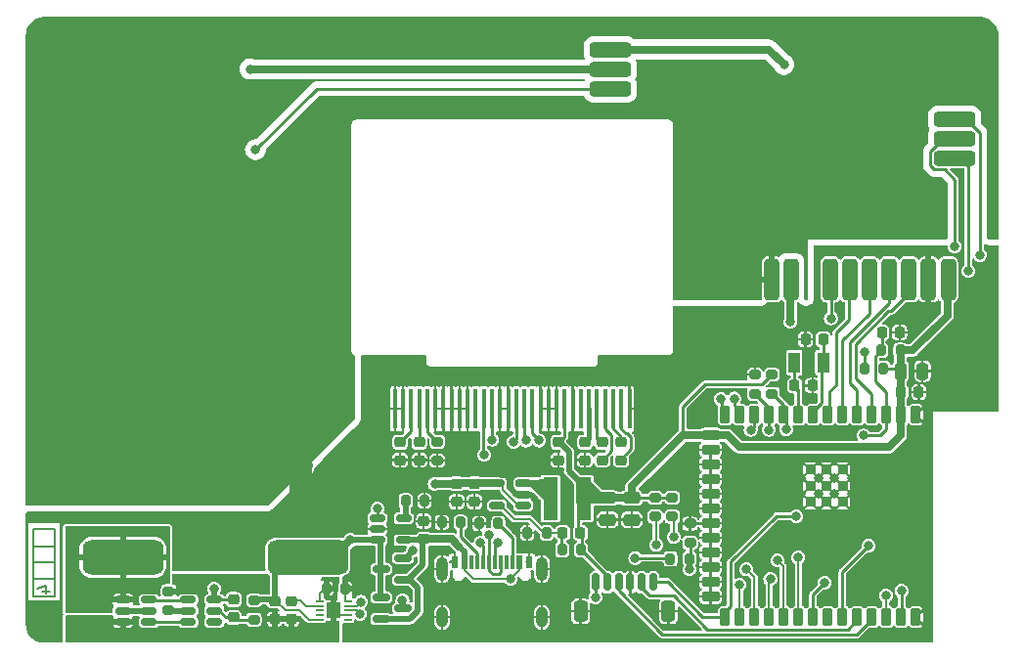
<source format=gbr>
%TF.GenerationSoftware,KiCad,Pcbnew,7.0.10*%
%TF.CreationDate,2024-02-06T19:30:05-08:00*%
%TF.ProjectId,main_board,6d61696e-5f62-46f6-9172-642e6b696361,rev?*%
%TF.SameCoordinates,Original*%
%TF.FileFunction,Copper,L1,Top*%
%TF.FilePolarity,Positive*%
%FSLAX46Y46*%
G04 Gerber Fmt 4.6, Leading zero omitted, Abs format (unit mm)*
G04 Created by KiCad (PCBNEW 7.0.10) date 2024-02-06 19:30:05*
%MOMM*%
%LPD*%
G01*
G04 APERTURE LIST*
G04 Aperture macros list*
%AMRoundRect*
0 Rectangle with rounded corners*
0 $1 Rounding radius*
0 $2 $3 $4 $5 $6 $7 $8 $9 X,Y pos of 4 corners*
0 Add a 4 corners polygon primitive as box body*
4,1,4,$2,$3,$4,$5,$6,$7,$8,$9,$2,$3,0*
0 Add four circle primitives for the rounded corners*
1,1,$1+$1,$2,$3*
1,1,$1+$1,$4,$5*
1,1,$1+$1,$6,$7*
1,1,$1+$1,$8,$9*
0 Add four rect primitives between the rounded corners*
20,1,$1+$1,$2,$3,$4,$5,0*
20,1,$1+$1,$4,$5,$6,$7,0*
20,1,$1+$1,$6,$7,$8,$9,0*
20,1,$1+$1,$8,$9,$2,$3,0*%
G04 Aperture macros list end*
%TA.AperFunction,NonConductor*%
%ADD10C,0.200000*%
%TD*%
%ADD11C,0.200000*%
%TA.AperFunction,SMDPad,CuDef*%
%ADD12RoundRect,0.200000X0.200000X0.275000X-0.200000X0.275000X-0.200000X-0.275000X0.200000X-0.275000X0*%
%TD*%
%TA.AperFunction,SMDPad,CuDef*%
%ADD13RoundRect,0.150000X-0.512500X-0.150000X0.512500X-0.150000X0.512500X0.150000X-0.512500X0.150000X0*%
%TD*%
%TA.AperFunction,SMDPad,CuDef*%
%ADD14RoundRect,0.250000X-0.250000X-0.475000X0.250000X-0.475000X0.250000X0.475000X-0.250000X0.475000X0*%
%TD*%
%TA.AperFunction,SMDPad,CuDef*%
%ADD15RoundRect,0.200000X-0.275000X0.200000X-0.275000X-0.200000X0.275000X-0.200000X0.275000X0.200000X0*%
%TD*%
%TA.AperFunction,SMDPad,CuDef*%
%ADD16RoundRect,0.225000X-0.250000X0.225000X-0.250000X-0.225000X0.250000X-0.225000X0.250000X0.225000X0*%
%TD*%
%TA.AperFunction,SMDPad,CuDef*%
%ADD17RoundRect,0.150000X0.512500X0.150000X-0.512500X0.150000X-0.512500X-0.150000X0.512500X-0.150000X0*%
%TD*%
%TA.AperFunction,SMDPad,CuDef*%
%ADD18RoundRect,0.200000X-0.200000X-0.275000X0.200000X-0.275000X0.200000X0.275000X-0.200000X0.275000X0*%
%TD*%
%TA.AperFunction,SMDPad,CuDef*%
%ADD19RoundRect,0.225000X0.250000X-0.225000X0.250000X0.225000X-0.250000X0.225000X-0.250000X-0.225000X0*%
%TD*%
%TA.AperFunction,SMDPad,CuDef*%
%ADD20RoundRect,0.225000X-0.225000X-0.250000X0.225000X-0.250000X0.225000X0.250000X-0.225000X0.250000X0*%
%TD*%
%TA.AperFunction,SMDPad,CuDef*%
%ADD21RoundRect,0.225000X0.225000X0.250000X-0.225000X0.250000X-0.225000X-0.250000X0.225000X-0.250000X0*%
%TD*%
%TA.AperFunction,SMDPad,CuDef*%
%ADD22RoundRect,0.225000X-0.225000X0.525000X-0.225000X-0.525000X0.225000X-0.525000X0.225000X0.525000X0*%
%TD*%
%TA.AperFunction,SMDPad,CuDef*%
%ADD23RoundRect,0.225000X-0.525000X-0.225000X0.525000X-0.225000X0.525000X0.225000X-0.525000X0.225000X0*%
%TD*%
%TA.AperFunction,SMDPad,CuDef*%
%ADD24RoundRect,0.225000X0.225000X-0.525000X0.225000X0.525000X-0.225000X0.525000X-0.225000X-0.525000X0*%
%TD*%
%TA.AperFunction,SMDPad,CuDef*%
%ADD25RoundRect,0.225000X0.225000X-0.225000X0.225000X0.225000X-0.225000X0.225000X-0.225000X-0.225000X0*%
%TD*%
%TA.AperFunction,SMDPad,CuDef*%
%ADD26R,0.400000X3.500000*%
%TD*%
%TA.AperFunction,SMDPad,CuDef*%
%ADD27R,0.650000X0.200000*%
%TD*%
%TA.AperFunction,SMDPad,CuDef*%
%ADD28R,1.300000X1.400000*%
%TD*%
%TA.AperFunction,SMDPad,CuDef*%
%ADD29RoundRect,0.150000X0.150000X0.625000X-0.150000X0.625000X-0.150000X-0.625000X0.150000X-0.625000X0*%
%TD*%
%TA.AperFunction,SMDPad,CuDef*%
%ADD30RoundRect,0.250000X0.350000X0.650000X-0.350000X0.650000X-0.350000X-0.650000X0.350000X-0.650000X0*%
%TD*%
%TA.AperFunction,SMDPad,CuDef*%
%ADD31RoundRect,0.750000X2.750000X0.750000X-2.750000X0.750000X-2.750000X-0.750000X2.750000X-0.750000X0*%
%TD*%
%TA.AperFunction,SMDPad,CuDef*%
%ADD32C,2.000000*%
%TD*%
%TA.AperFunction,SMDPad,CuDef*%
%ADD33R,1.000000X1.800000*%
%TD*%
%TA.AperFunction,SMDPad,CuDef*%
%ADD34R,1.300000X3.700000*%
%TD*%
%TA.AperFunction,SMDPad,CuDef*%
%ADD35RoundRect,0.150000X0.587500X0.150000X-0.587500X0.150000X-0.587500X-0.150000X0.587500X-0.150000X0*%
%TD*%
%TA.AperFunction,SMDPad,CuDef*%
%ADD36RoundRect,0.200000X0.275000X-0.200000X0.275000X0.200000X-0.275000X0.200000X-0.275000X-0.200000X0*%
%TD*%
%TA.AperFunction,SMDPad,CuDef*%
%ADD37RoundRect,0.250000X-0.475000X0.250000X-0.475000X-0.250000X0.475000X-0.250000X0.475000X0.250000X0*%
%TD*%
%TA.AperFunction,SMDPad,CuDef*%
%ADD38RoundRect,0.325000X-1.475000X-0.325000X1.475000X-0.325000X1.475000X0.325000X-1.475000X0.325000X0*%
%TD*%
%TA.AperFunction,SMDPad,CuDef*%
%ADD39RoundRect,0.325000X0.325000X-1.475000X0.325000X1.475000X-0.325000X1.475000X-0.325000X-1.475000X0*%
%TD*%
%TA.AperFunction,SMDPad,CuDef*%
%ADD40R,0.600000X1.055000*%
%TD*%
%TA.AperFunction,SMDPad,CuDef*%
%ADD41R,0.600000X1.150000*%
%TD*%
%TA.AperFunction,SMDPad,CuDef*%
%ADD42R,0.300000X1.150000*%
%TD*%
%TA.AperFunction,ComponentPad*%
%ADD43O,1.000000X2.100000*%
%TD*%
%TA.AperFunction,ComponentPad*%
%ADD44O,1.000000X1.800000*%
%TD*%
%TA.AperFunction,SMDPad,CuDef*%
%ADD45RoundRect,0.150000X-0.587500X-0.150000X0.587500X-0.150000X0.587500X0.150000X-0.587500X0.150000X0*%
%TD*%
%TA.AperFunction,ViaPad*%
%ADD46C,0.800000*%
%TD*%
%TA.AperFunction,Conductor*%
%ADD47C,0.700000*%
%TD*%
%TA.AperFunction,Conductor*%
%ADD48C,0.500000*%
%TD*%
%TA.AperFunction,Conductor*%
%ADD49C,0.200000*%
%TD*%
%TA.AperFunction,Conductor*%
%ADD50C,0.400000*%
%TD*%
%TA.AperFunction,Conductor*%
%ADD51C,0.250000*%
%TD*%
G04 APERTURE END LIST*
D10*
X2900000Y8750000D02*
X1050000Y8750000D01*
X1050000Y10300000D02*
X2900000Y10300000D01*
X2900000Y4450000D01*
X1050000Y4450000D01*
X1050000Y10300000D01*
X2900000Y5900000D02*
X1050000Y5900000D01*
X2900000Y7375000D02*
X1050000Y7375000D01*
D11*
D10*
X1800552Y4851756D02*
X2467219Y4851756D01*
X1419600Y5089851D02*
X2133885Y5327946D01*
X2133885Y5327946D02*
X2133885Y4708899D01*
%TA.AperFunction,EtchedComponent*%
%TO.C,NT1*%
G36*
X25200000Y11800000D02*
G01*
X23200000Y11800000D01*
X23200000Y15800000D01*
X25200000Y15800000D01*
X25200000Y11800000D01*
G37*
%TD.AperFunction*%
%TD*%
D12*
%TO.P,R14,1*%
%TO.N,GND*%
X34925000Y12687500D03*
%TO.P,R14,2*%
%TO.N,Net-(U4-PROG)*%
X33275000Y12687500D03*
%TD*%
D13*
%TO.P,U6,1,S*%
%TO.N,Net-(BT1--)*%
X8797500Y4126875D03*
%TO.P,U6,2,D*%
%TO.N,Net-(U6-D-Pad2)*%
X8797500Y3176875D03*
%TO.P,U6,3,S*%
%TO.N,Earth*%
X8797500Y2226875D03*
%TO.P,U6,4,G*%
%TO.N,Net-(U5-OC)*%
X11072500Y2226875D03*
%TO.P,U6,5,D*%
%TO.N,Net-(U6-D-Pad2)*%
X11072500Y3176875D03*
%TO.P,U6,6,G*%
%TO.N,Net-(U5-OD)*%
X11072500Y4126875D03*
%TD*%
D14*
%TO.P,C7,1*%
%TO.N,+3V3*%
X76125000Y23925000D03*
%TO.P,C7,2*%
%TO.N,GND*%
X78025000Y23925000D03*
%TD*%
D15*
%TO.P,R6,1*%
%TO.N,+BATT*%
X20140000Y4067500D03*
%TO.P,R6,2*%
%TO.N,Net-(U5-VCC)*%
X20140000Y2417500D03*
%TD*%
D16*
%TO.P,C22,1*%
%TO.N,Net-(U7-REG)*%
X23410000Y4015000D03*
%TO.P,C22,2*%
%TO.N,Earth*%
X23410000Y2465000D03*
%TD*%
D12*
%TO.P,R2,1*%
%TO.N,+3V3*%
X76100000Y25725000D03*
%TO.P,R2,2*%
%TO.N,/EN*%
X74450000Y25725000D03*
%TD*%
D17*
%TO.P,U3,1,EN*%
%TO.N,VDD*%
X43450000Y12300000D03*
%TO.P,U3,2,GND*%
%TO.N,GND*%
X43450000Y13250000D03*
%TO.P,U3,3,SW*%
%TO.N,Net-(U3-SW)*%
X43450000Y14200000D03*
%TO.P,U3,4,VIN*%
%TO.N,VDD*%
X41175000Y14200000D03*
%TO.P,U3,5,FB*%
%TO.N,Net-(U3-FB)*%
X41175000Y12300000D03*
%TD*%
D12*
%TO.P,R8,1*%
%TO.N,Net-(U3-FB)*%
X45475000Y9900000D03*
%TO.P,R8,2*%
%TO.N,GND*%
X43825000Y9900000D03*
%TD*%
D18*
%TO.P,R7,1*%
%TO.N,Net-(U3-FB)*%
X46812500Y8445000D03*
%TO.P,R7,2*%
%TO.N,+3V3*%
X48462500Y8445000D03*
%TD*%
D19*
%TO.P,C14,1*%
%TO.N,Net-(U5-VCC)*%
X18385000Y2601875D03*
%TO.P,C14,2*%
%TO.N,Net-(BT1--)*%
X18385000Y4151875D03*
%TD*%
D16*
%TO.P,C21,1*%
%TO.N,+BATT*%
X21950000Y4015000D03*
%TO.P,C21,2*%
%TO.N,Earth*%
X21950000Y2465000D03*
%TD*%
D20*
%TO.P,C8,1*%
%TO.N,+3V3*%
X76150000Y22125000D03*
%TO.P,C8,2*%
%TO.N,GND*%
X77700000Y22125000D03*
%TD*%
D16*
%TO.P,C2,1*%
%TO.N,Net-(U1-C1N)*%
X50300000Y17775000D03*
%TO.P,C2,2*%
%TO.N,Net-(U1-C1P)*%
X50300000Y16225000D03*
%TD*%
D21*
%TO.P,C17,1*%
%TO.N,+3V3*%
X48412500Y9920000D03*
%TO.P,C17,2*%
%TO.N,Net-(U3-FB)*%
X46862500Y9920000D03*
%TD*%
D15*
%TO.P,R9,1*%
%TO.N,+3V3*%
X54887500Y12975000D03*
%TO.P,R9,2*%
%TO.N,/BATT_SCL*%
X54887500Y11325000D03*
%TD*%
D22*
%TO.P,U2,1,GND*%
%TO.N,GND*%
X77435000Y20150000D03*
%TO.P,U2,2,3V3*%
%TO.N,+3V3*%
X76165000Y20150000D03*
%TO.P,U2,3,EN*%
%TO.N,/EN*%
X74895000Y20150000D03*
%TO.P,U2,4,IO4*%
%TO.N,Net-(M1-~{DRDY})*%
X73625000Y20150000D03*
%TO.P,U2,5,IO5*%
%TO.N,Net-(M1-MISO)*%
X72355000Y20150000D03*
%TO.P,U2,6,IO6*%
%TO.N,Net-(M1-SCLK)*%
X71085000Y20150000D03*
%TO.P,U2,7,IO7*%
%TO.N,Net-(M1-MOSI)*%
X69815000Y20150000D03*
%TO.P,U2,8,IO15*%
%TO.N,Net-(U2-IO15)*%
X68545000Y20150000D03*
%TO.P,U2,9,IO16*%
%TO.N,Net-(U2-IO16)*%
X67275000Y20150000D03*
%TO.P,U2,10,IO17*%
%TO.N,/DISPLAY_D{slash}~{C}*%
X66005000Y20150000D03*
%TO.P,U2,11,IO18*%
%TO.N,/DISPLAY_RESET*%
X64735000Y20150000D03*
%TO.P,U2,12,IO8*%
%TO.N,/~{DISPLAY_CS}*%
X63465000Y20150000D03*
%TO.P,U2,13,IO19*%
%TO.N,/USB_D-*%
X62195000Y20150000D03*
%TO.P,U2,14,IO20*%
%TO.N,/USB_D+*%
X60925000Y20150000D03*
D23*
%TO.P,U2,15,IO3*%
%TO.N,+3V3*%
X59675000Y18385000D03*
%TO.P,U2,16,IO46*%
%TO.N,GND*%
X59675000Y17115000D03*
%TO.P,U2,17,IO9*%
X59675000Y15845000D03*
%TO.P,U2,18,IO10*%
X59675000Y14575000D03*
%TO.P,U2,19,IO11*%
X59675000Y13305000D03*
%TO.P,U2,20,IO12*%
X59675000Y12035000D03*
%TO.P,U2,21,IO13*%
X59675000Y10765000D03*
%TO.P,U2,22,IO14*%
X59675000Y9495000D03*
%TO.P,U2,23,IO21*%
X59675000Y8225000D03*
%TO.P,U2,24,IO33*%
X59675000Y6955000D03*
%TO.P,U2,25,IO34*%
X59675000Y5685000D03*
%TO.P,U2,26,IO45*%
X59675000Y4415000D03*
D24*
%TO.P,U2,27,IO0*%
%TO.N,/ECG_CS*%
X60925000Y2650000D03*
%TO.P,U2,28,IO35*%
%TO.N,/BATT_SCL*%
X62195000Y2650000D03*
%TO.P,U2,29,IO36*%
%TO.N,/BATT_SDA*%
X63465000Y2650000D03*
%TO.P,U2,30,IO37*%
%TO.N,/CHG_STAT*%
X64735000Y2650000D03*
%TO.P,U2,31,IO38*%
%TO.N,/DISPLAY_MOSI*%
X66005000Y2650000D03*
%TO.P,U2,32,IO39*%
%TO.N,/DISPLAY_SCK*%
X67275000Y2650000D03*
%TO.P,U2,33,IO40*%
%TO.N,/ECG_CLK_EN*%
X68545000Y2650000D03*
%TO.P,U2,34,IO41*%
%TO.N,unconnected-(U2-IO41-Pad34)*%
X69815000Y2650000D03*
%TO.P,U2,35,IO42*%
%TO.N,/ECG_EN*%
X71085000Y2650000D03*
%TO.P,U2,36,RXD0*%
%TO.N,Net-(J2-Pin_2)*%
X72355000Y2650000D03*
%TO.P,U2,37,TXD0*%
%TO.N,Net-(J2-Pin_4)*%
X73625000Y2650000D03*
%TO.P,U2,38,IO2*%
%TO.N,/VBUS_DETECT*%
X74895000Y2650000D03*
%TO.P,U2,39,IO1*%
%TO.N,/~{TOUCH}*%
X76165000Y2650000D03*
%TO.P,U2,40,GND*%
%TO.N,GND*%
X77435000Y2650000D03*
D25*
%TO.P,U2,41,PAD*%
X71115000Y15400000D03*
X69715000Y15400000D03*
X68315000Y15400000D03*
X71115000Y14000000D03*
X69715000Y14000000D03*
X68315000Y14000000D03*
X71115000Y12600000D03*
X69715000Y12600000D03*
X68315000Y12600000D03*
%TD*%
D26*
%TO.P,U1,1,NC_(GND)*%
%TO.N,GND*%
X52650000Y20650000D03*
%TO.P,U1,2,C2P*%
%TO.N,Net-(U1-C2P)*%
X51950000Y20650000D03*
%TO.P,U1,3,C2N*%
%TO.N,Net-(U1-C2N)*%
X51250000Y20650000D03*
%TO.P,U1,4,C1P*%
%TO.N,Net-(U1-C1P)*%
X50550000Y20650000D03*
%TO.P,U1,5,C1N*%
%TO.N,Net-(U1-C1N)*%
X49850000Y20650000D03*
%TO.P,U1,6,VBAT*%
%TO.N,+BATT*%
X49150000Y20650000D03*
%TO.P,U1,7,N.C*%
%TO.N,unconnected-(U1-N.C-Pad7)*%
X48450000Y20650000D03*
%TO.P,U1,8,VSS*%
%TO.N,GND*%
X47750000Y20650000D03*
%TO.P,U1,9,VDD*%
%TO.N,+3V3*%
X47050000Y20650000D03*
%TO.P,U1,10,BS0*%
%TO.N,GND*%
X46350000Y20650000D03*
%TO.P,U1,11,BS1*%
X45650000Y20650000D03*
%TO.P,U1,12,BS2*%
X44950000Y20650000D03*
%TO.P,U1,13,~{CS}*%
%TO.N,/~{DISPLAY_CS}*%
X44250000Y20650000D03*
%TO.P,U1,14,~{RES}*%
%TO.N,/DISPLAY_RESET*%
X43550000Y20650000D03*
%TO.P,U1,15,D/~{C}*%
%TO.N,/DISPLAY_D{slash}~{C}*%
X42850000Y20650000D03*
%TO.P,U1,16,R/~{W}*%
%TO.N,GND*%
X42150000Y20650000D03*
%TO.P,U1,17,E/~{RD}*%
X41450000Y20650000D03*
%TO.P,U1,18,D0*%
%TO.N,/DISPLAY_SCK*%
X40750000Y20650000D03*
%TO.P,U1,19,D1*%
%TO.N,/DISPLAY_MOSI*%
X40050000Y20650000D03*
%TO.P,U1,20,D2*%
%TO.N,unconnected-(U1-D2-Pad20)*%
X39350000Y20650000D03*
%TO.P,U1,21,D3*%
%TO.N,GND*%
X38650000Y20650000D03*
%TO.P,U1,22,D4*%
X37950000Y20650000D03*
%TO.P,U1,23,D5*%
X37250000Y20650000D03*
%TO.P,U1,24,D6*%
X36550000Y20650000D03*
%TO.P,U1,25,D7*%
X35850000Y20650000D03*
%TO.P,U1,26,IREF*%
%TO.N,Net-(U1-IREF)*%
X35150000Y20650000D03*
%TO.P,U1,27,VCOMH*%
%TO.N,Net-(U1-VCOMH)*%
X34450000Y20650000D03*
%TO.P,U1,28,VCC*%
%TO.N,Net-(U1-VCC)*%
X33750000Y20650000D03*
%TO.P,U1,29,VLSS*%
%TO.N,GND*%
X33050000Y20650000D03*
%TO.P,U1,30,NC_(GND)*%
X32350000Y20650000D03*
%TD*%
D15*
%TO.P,R5,1*%
%TO.N,+3V3*%
X65000000Y23625000D03*
%TO.P,R5,2*%
%TO.N,/DISPLAY_D{slash}~{C}*%
X65000000Y21975000D03*
%TD*%
D21*
%TO.P,C13,1*%
%TO.N,GND*%
X68500000Y22675000D03*
%TO.P,C13,2*%
%TO.N,Net-(U2-IO16)*%
X66950000Y22675000D03*
%TD*%
D16*
%TO.P,C15,1*%
%TO.N,VDD*%
X39250000Y14175000D03*
%TO.P,C15,2*%
%TO.N,GND*%
X39250000Y12625000D03*
%TD*%
%TO.P,C16,1*%
%TO.N,VDD*%
X37700000Y14175000D03*
%TO.P,C16,2*%
%TO.N,GND*%
X37700000Y12625000D03*
%TD*%
%TO.P,C1,1*%
%TO.N,Net-(U1-C2N)*%
X51950000Y17775000D03*
%TO.P,C1,2*%
%TO.N,Net-(U1-C2P)*%
X51950000Y16225000D03*
%TD*%
D27*
%TO.P,U7,1,NC*%
%TO.N,unconnected-(U7-NC-Pad1)*%
X28277820Y2393125D03*
%TO.P,U7,2,AIN*%
%TO.N,Earth*%
X28277820Y2793125D03*
%TO.P,U7,3,SCL*%
%TO.N,/BATT_SCL*%
X28277820Y3193125D03*
%TO.P,U7,4,SDA*%
%TO.N,/BATT_SDA*%
X28277820Y3593125D03*
%TO.P,U7,5,CSN*%
%TO.N,GND*%
X28277820Y3993125D03*
%TO.P,U7,6,CSP*%
%TO.N,Earth*%
X25827820Y3993125D03*
%TO.P,U7,7,REG*%
%TO.N,Net-(U7-REG)*%
X25827820Y3593125D03*
%TO.P,U7,8,~{ALERT}*%
%TO.N,unconnected-(U7-~{ALERT}-Pad8)*%
X25827820Y3193125D03*
%TO.P,U7,9,THRM*%
%TO.N,unconnected-(U7-THRM-Pad9)*%
X25827820Y2793125D03*
%TO.P,U7,10,BATT*%
%TO.N,+BATT*%
X25827820Y2393125D03*
D28*
%TO.P,U7,11,EP*%
%TO.N,Earth*%
X27052820Y3193125D03*
%TD*%
D29*
%TO.P,J2,1,Pin_1*%
%TO.N,/ECG_CS*%
X54725000Y5650000D03*
%TO.P,J2,2,Pin_2*%
%TO.N,Net-(J2-Pin_2)*%
X53725000Y5650000D03*
%TO.P,J2,3,Pin_3*%
%TO.N,GND*%
X52725000Y5650000D03*
%TO.P,J2,4,Pin_4*%
%TO.N,Net-(J2-Pin_4)*%
X51725000Y5650000D03*
%TO.P,J2,5,Pin_5*%
%TO.N,+3V3*%
X50725000Y5650000D03*
%TO.P,J2,6,Pin_6*%
%TO.N,/EN*%
X49725000Y5650000D03*
D30*
%TO.P,J2,MP,MountPin*%
%TO.N,GND*%
X56025000Y3125000D03*
X48425000Y3125000D03*
%TD*%
D19*
%TO.P,C3,1*%
%TO.N,GND*%
X48800000Y16225000D03*
%TO.P,C3,2*%
%TO.N,+BATT*%
X48800000Y17775000D03*
%TD*%
D20*
%TO.P,C9,1*%
%TO.N,/EN*%
X74500000Y27275000D03*
%TO.P,C9,2*%
%TO.N,GND*%
X76050000Y27275000D03*
%TD*%
D31*
%TO.P,BT1,1,+*%
%TO.N,+BATT*%
X24800000Y7800000D03*
%TO.P,BT1,2,-*%
%TO.N,Net-(BT1--)*%
X8800000Y7800000D03*
%TD*%
D19*
%TO.P,C6,1*%
%TO.N,GND*%
X32800000Y16225000D03*
%TO.P,C6,2*%
%TO.N,Net-(U1-VCC)*%
X32800000Y17775000D03*
%TD*%
D18*
%TO.P,R19,1*%
%TO.N,GND*%
X36400000Y10825000D03*
%TO.P,R19,2*%
%TO.N,Net-(J1-CC1)*%
X38050000Y10825000D03*
%TD*%
D32*
%TO.P,NT1,1,1*%
%TO.N,GND*%
X24200000Y11800000D03*
%TO.P,NT1,2,2*%
%TO.N,GNDA*%
X24200000Y15800000D03*
%TD*%
D13*
%TO.P,U4,1,STAT*%
%TO.N,/CHG_STAT*%
X30837500Y11187500D03*
%TO.P,U4,2,VSS*%
%TO.N,GND*%
X30837500Y10237500D03*
%TO.P,U4,3,VBAT*%
%TO.N,+BATT*%
X30837500Y9287500D03*
%TO.P,U4,4,VDD*%
%TO.N,+5V*%
X33112500Y9287500D03*
%TO.P,U4,5,PROG*%
%TO.N,Net-(U4-PROG)*%
X33112500Y11187500D03*
%TD*%
D19*
%TO.P,C4,1*%
%TO.N,GND*%
X46500000Y16225000D03*
%TO.P,C4,2*%
%TO.N,+3V3*%
X46500000Y17775000D03*
%TD*%
D15*
%TO.P,R1,1*%
%TO.N,Net-(U1-IREF)*%
X36000000Y17825000D03*
%TO.P,R1,2*%
%TO.N,GND*%
X36000000Y16175000D03*
%TD*%
D33*
%TO.P,Y1,1,1*%
%TO.N,Net-(U2-IO16)*%
X66925000Y24675000D03*
%TO.P,Y1,2,2*%
%TO.N,Net-(U2-IO15)*%
X69425000Y24675000D03*
%TD*%
D19*
%TO.P,C5,1*%
%TO.N,GND*%
X34450000Y16225000D03*
%TO.P,C5,2*%
%TO.N,Net-(U1-VCOMH)*%
X34450000Y17775000D03*
%TD*%
D34*
%TO.P,L1,1,1*%
%TO.N,+3V3*%
X48700000Y12900000D03*
%TO.P,L1,2,2*%
%TO.N,Net-(U3-SW)*%
X45800000Y12900000D03*
%TD*%
D18*
%TO.P,R12,1*%
%TO.N,+5V*%
X56200000Y7675000D03*
%TO.P,R12,2*%
%TO.N,/VBUS_DETECT*%
X57850000Y7675000D03*
%TD*%
%TO.P,R20,1*%
%TO.N,GND*%
X39650000Y10725000D03*
%TO.P,R20,2*%
%TO.N,Net-(J1-CC2)*%
X41300000Y10725000D03*
%TD*%
D15*
%TO.P,R11,1*%
%TO.N,+3V3*%
X56362500Y12975000D03*
%TO.P,R11,2*%
%TO.N,/BATT_SDA*%
X56362500Y11325000D03*
%TD*%
D35*
%TO.P,Q3,1,G*%
%TO.N,+5V*%
X33037500Y5850000D03*
%TO.P,Q3,2,S*%
%TO.N,VDD*%
X33037500Y7750000D03*
%TO.P,Q3,3,D*%
%TO.N,+BATT*%
X31162500Y6800000D03*
%TD*%
D19*
%TO.P,C19,1*%
%TO.N,+5V*%
X34850000Y9387500D03*
%TO.P,C19,2*%
%TO.N,GND*%
X34850000Y10937500D03*
%TD*%
D36*
%TO.P,R15,1*%
%TO.N,Net-(U5-VM)*%
X12760000Y3227500D03*
%TO.P,R15,2*%
%TO.N,Earth*%
X12760000Y4877500D03*
%TD*%
%TO.P,R4,1*%
%TO.N,/DISPLAY_RESET*%
X63500000Y21975000D03*
%TO.P,R4,2*%
%TO.N,GND*%
X63500000Y23625000D03*
%TD*%
D37*
%TO.P,C20,1*%
%TO.N,+3V3*%
X50760000Y12950000D03*
%TO.P,C20,2*%
%TO.N,GND*%
X50760000Y11050000D03*
%TD*%
D38*
%TO.P,M1,1,ECG_L*%
%TO.N,Net-(M1-ECG_L)*%
X51000000Y51762500D03*
%TO.P,M1,2,ECG_R*%
%TO.N,Net-(M1-ECG_R)*%
X51000000Y50062500D03*
%TO.P,M1,3,RLD_OUT*%
%TO.N,Net-(M1-RLD_OUT)*%
X51000000Y48362500D03*
D39*
%TO.P,M1,6,GNDA*%
%TO.N,GNDA*%
X64950000Y31862500D03*
%TO.P,M1,7,VBAT*%
%TO.N,+BATT*%
X66650000Y31862500D03*
%TO.P,M1,8,~{CS}*%
%TO.N,/ECG_CS*%
X70050000Y31862500D03*
%TO.P,M1,9,MOSI*%
%TO.N,Net-(M1-MOSI)*%
X71750000Y31862500D03*
%TO.P,M1,10,SCLK*%
%TO.N,Net-(M1-SCLK)*%
X73450000Y31862500D03*
%TO.P,M1,11,MISO*%
%TO.N,Net-(M1-MISO)*%
X75150000Y31862500D03*
%TO.P,M1,12,~{DRDY}*%
%TO.N,Net-(M1-~{DRDY})*%
X76850000Y31862500D03*
%TO.P,M1,13,DGND*%
%TO.N,GND*%
X78550000Y31862500D03*
%TO.P,M1,14,DVDD*%
%TO.N,+3V3*%
X80250000Y31862500D03*
D38*
%TO.P,M1,15,CLK_EN*%
%TO.N,/ECG_CLK_EN*%
X80800000Y42362500D03*
%TO.P,M1,16,~{PDN}/~{RESET}*%
%TO.N,/ECG_EN*%
X80800000Y44062500D03*
%TO.P,M1,17,~{TOUCH}*%
%TO.N,/~{TOUCH}*%
X80800000Y45762500D03*
%TD*%
D12*
%TO.P,R3,1*%
%TO.N,+3V3*%
X74650000Y24175000D03*
%TO.P,R3,2*%
%TO.N,/ECG_CS*%
X73000000Y24175000D03*
%TD*%
%TO.P,R18,1*%
%TO.N,GND*%
X28055000Y5070000D03*
%TO.P,R18,2*%
%TO.N,Earth*%
X26405000Y5070000D03*
%TD*%
D20*
%TO.P,C12,1*%
%TO.N,GND*%
X67900000Y26675000D03*
%TO.P,C12,2*%
%TO.N,Net-(U2-IO15)*%
X69450000Y26675000D03*
%TD*%
D37*
%TO.P,C18,1*%
%TO.N,+3V3*%
X52850000Y12950000D03*
%TO.P,C18,2*%
%TO.N,GND*%
X52850000Y11050000D03*
%TD*%
D36*
%TO.P,R13,1*%
%TO.N,/VBUS_DETECT*%
X57900000Y9075000D03*
%TO.P,R13,2*%
%TO.N,GND*%
X57900000Y10725000D03*
%TD*%
D40*
%TO.P,J1,A1,GND*%
%TO.N,GND*%
X37550000Y7422500D03*
D41*
%TO.P,J1,A4,VBUS*%
%TO.N,+5V*%
X38350000Y7375000D03*
D42*
%TO.P,J1,A5,CC1*%
%TO.N,Net-(J1-CC1)*%
X39500000Y7375000D03*
%TO.P,J1,A6,D+*%
%TO.N,/USB_D+*%
X40500000Y7375000D03*
%TO.P,J1,A7,D-*%
%TO.N,/USB_D-*%
X41000000Y7375000D03*
%TO.P,J1,A8,SBU1*%
%TO.N,unconnected-(J1-SBU1-PadA8)*%
X42000000Y7375000D03*
D41*
%TO.P,J1,A9,VBUS*%
%TO.N,+5V*%
X43150000Y7375000D03*
D40*
%TO.P,J1,A12,GND*%
%TO.N,GND*%
X43950000Y7422500D03*
%TO.P,J1,B1,GND*%
X43950000Y7422500D03*
D41*
%TO.P,J1,B4,VBUS*%
%TO.N,+5V*%
X43150000Y7375000D03*
D42*
%TO.P,J1,B5,CC2*%
%TO.N,Net-(J1-CC2)*%
X42500000Y7375000D03*
%TO.P,J1,B6,D+*%
%TO.N,/USB_D+*%
X41500000Y7375000D03*
%TO.P,J1,B7,D-*%
%TO.N,/USB_D-*%
X40000000Y7375000D03*
%TO.P,J1,B8,SBU2*%
%TO.N,unconnected-(J1-SBU2-PadB8)*%
X39000000Y7375000D03*
D41*
%TO.P,J1,B9,VBUS*%
%TO.N,+5V*%
X38350000Y7375000D03*
D40*
%TO.P,J1,B12,GND*%
%TO.N,GND*%
X37550000Y7422500D03*
D43*
%TO.P,J1,S1,SHIELD*%
X36430000Y6800000D03*
D44*
X36430000Y2620000D03*
D43*
X45070000Y6800000D03*
D44*
X45070000Y2620000D03*
%TD*%
D13*
%TO.P,U5,1,OD*%
%TO.N,Net-(U5-OD)*%
X14447500Y4126875D03*
%TO.P,U5,2,VM*%
%TO.N,Net-(U5-VM)*%
X14447500Y3176875D03*
%TO.P,U5,3,OC*%
%TO.N,Net-(U5-OC)*%
X14447500Y2226875D03*
%TO.P,U5,4,TD*%
%TO.N,unconnected-(U5-TD-Pad4)*%
X16722500Y2226875D03*
%TO.P,U5,5,VCC*%
%TO.N,Net-(U5-VCC)*%
X16722500Y3176875D03*
%TO.P,U5,6,GND*%
%TO.N,Net-(BT1--)*%
X16722500Y4126875D03*
%TD*%
D45*
%TO.P,D1,1*%
%TO.N,+BATT*%
X31162500Y4350000D03*
%TO.P,D1,2*%
%TO.N,+5V*%
X31162500Y2450000D03*
%TO.P,D1,3*%
%TO.N,VDD*%
X33037500Y3400000D03*
%TD*%
D46*
%TO.N,Net-(M1-ECG_L)*%
X66025000Y50475000D03*
%TO.N,Net-(M1-ECG_R)*%
X19800000Y50087500D03*
%TO.N,+BATT*%
X66600000Y28200000D03*
X28500000Y9300000D03*
X48800000Y17775000D03*
%TO.N,+5V*%
X53150000Y7750000D03*
X42375000Y5925000D03*
%TO.N,/USB_D-*%
X61722000Y21550000D03*
X39775500Y9075000D03*
X41224500Y9050000D03*
%TO.N,/USB_D+*%
X40511876Y9774500D03*
X60579000Y21524500D03*
%TO.N,Net-(BT1--)*%
X16686875Y5100000D03*
X11600000Y5100000D03*
%TO.N,GND*%
X32137500Y10212500D03*
X54375000Y20075000D03*
X79375000Y34375000D03*
X69025000Y14700000D03*
X79900000Y23000000D03*
X44550498Y11649502D03*
X39000000Y17275000D03*
X41000000Y13200500D03*
X36150000Y12200000D03*
X66525000Y26675000D03*
X70425000Y14700000D03*
X26400000Y10300000D03*
X29400000Y7100000D03*
X77450000Y18100000D03*
X31700000Y15200000D03*
X38515052Y15149500D03*
X77400000Y28475000D03*
X69025000Y13300000D03*
X26400000Y11300000D03*
X53800000Y17400000D03*
X70425000Y13300000D03*
X51800000Y11950000D03*
X58550000Y20950000D03*
X71700000Y18699500D03*
X29200000Y5000000D03*
X68225000Y24625000D03*
X36100000Y15149500D03*
X51800000Y13900000D03*
X57425000Y5525000D03*
X77978000Y1143000D03*
X83450000Y21800000D03*
%TO.N,GNDA*%
X24175000Y17650000D03*
X25100000Y17300000D03*
X23150000Y17325000D03*
X63400000Y32900000D03*
X63350000Y31800000D03*
X63300000Y30700000D03*
X64900000Y34400000D03*
%TO.N,/~{TOUCH}*%
X76200000Y4900000D03*
X83000000Y34000000D03*
%TO.N,/~{DISPLAY_CS}*%
X63150000Y18850000D03*
X44833372Y17926531D03*
%TO.N,/DISPLAY_D{slash}~{C}*%
X66225000Y18875000D03*
X42625118Y17815552D03*
%TO.N,/DISPLAY_SCK*%
X40768245Y18000000D03*
X67275000Y7775000D03*
%TO.N,/ECG_EN*%
X80800000Y34725000D03*
X73350000Y8800000D03*
%TO.N,/CHG_STAT*%
X30825000Y12025000D03*
X64850000Y5925000D03*
%TO.N,/VBUS_DETECT*%
X57842775Y6773982D03*
X74850000Y4500000D03*
%TO.N,/BATT_SCL*%
X54950000Y8875500D03*
X29321224Y2913999D03*
X62195000Y5450000D03*
%TO.N,/DISPLAY_MOSI*%
X40075000Y16675000D03*
X65450000Y7525000D03*
%TO.N,/EN*%
X49700000Y4350000D03*
X72950000Y18350000D03*
%TO.N,/ECG_CLK_EN*%
X82000000Y32600000D03*
X69550000Y5600000D03*
%TO.N,Net-(M1-RLD_OUT)*%
X20275000Y43100000D03*
%TO.N,/BATT_SDA*%
X62782500Y6757500D03*
X56499000Y9575000D03*
X29400000Y3939500D03*
%TO.N,VDD*%
X33000000Y4100000D03*
X35800000Y14137000D03*
X33910500Y8400000D03*
%TO.N,/ECG_CS*%
X70100000Y28500000D03*
X73025000Y25575000D03*
X67100000Y11350000D03*
%TO.N,/DISPLAY_RESET*%
X64735000Y18850000D03*
X43700000Y17924500D03*
%TD*%
D47*
%TO.N,Net-(M1-ECG_L)*%
X64712500Y51787500D02*
X51025000Y51787500D01*
X66025000Y50475000D02*
X64712500Y51787500D01*
%TO.N,Net-(M1-ECG_R)*%
X19800000Y50087500D02*
X50975000Y50087500D01*
D48*
%TO.N,+BATT*%
X21970000Y4035000D02*
X21970000Y7005568D01*
X20200000Y4155000D02*
X21897500Y4155000D01*
X30937500Y9287500D02*
X31112500Y9112500D01*
X28500000Y9300000D02*
X30812500Y9300000D01*
D47*
X66600000Y28200000D02*
X66600000Y30837500D01*
D49*
X21970000Y4102500D02*
X22857500Y3215000D01*
X22857500Y3215000D02*
X24110000Y3215000D01*
D48*
X31112500Y9112500D02*
X31112500Y6800000D01*
D47*
X28500000Y9300000D02*
X27487500Y8287500D01*
D49*
X24931875Y2393125D02*
X25827820Y2393125D01*
D50*
X49150000Y20650000D02*
X49150000Y18125000D01*
X49150000Y18125000D02*
X48800000Y17775000D01*
D48*
X31112500Y6800000D02*
X31112500Y4400000D01*
D49*
X24110000Y3215000D02*
X24931875Y2393125D01*
D48*
%TO.N,+5V*%
X38350000Y8280761D02*
X38350000Y7375000D01*
X37856881Y8773881D02*
X38350000Y8280761D01*
X34350000Y5150000D02*
X33650000Y5850000D01*
D49*
X38350000Y6700000D02*
X39125000Y5925000D01*
D48*
X34760000Y9387500D02*
X34760000Y7160000D01*
D49*
X39125000Y5925000D02*
X42375000Y5925000D01*
D48*
X34350000Y3126472D02*
X34350000Y5150000D01*
D47*
X37243262Y9387500D02*
X37856881Y8773881D01*
D51*
X53150000Y7750000D02*
X56125000Y7750000D01*
D49*
X43150000Y6700000D02*
X43150000Y7375000D01*
X38350000Y7375000D02*
X38350000Y6700000D01*
X42375000Y5925000D02*
X43150000Y6700000D01*
D48*
X33450000Y5850000D02*
X34760000Y7160000D01*
D47*
X34760000Y9387500D02*
X37243262Y9387500D01*
D48*
X33650000Y5850000D02*
X33037500Y5850000D01*
X33673528Y2450000D02*
X34350000Y3126472D01*
X33200000Y9300000D02*
X34850000Y9300000D01*
X31162500Y2450000D02*
X33673528Y2450000D01*
D51*
%TO.N,+3V3*%
X59225000Y22800000D02*
X57285000Y20860000D01*
X47050000Y20650000D02*
X47050000Y18225000D01*
X50725000Y6182500D02*
X48462500Y8445000D01*
D48*
X47425000Y16950000D02*
X47425000Y15275000D01*
D47*
X80200000Y28750000D02*
X77175000Y25725000D01*
D51*
X48500000Y8455000D02*
X48500000Y9920000D01*
X54887500Y12975000D02*
X56362500Y12975000D01*
D48*
X47425000Y15275000D02*
X48700000Y14000000D01*
D47*
X80200000Y30887500D02*
X80200000Y28750000D01*
D51*
X59225000Y22800000D02*
X64125000Y22800000D01*
X47050000Y18225000D02*
X46600000Y17775000D01*
X54925000Y12950000D02*
X52850000Y12950000D01*
X57285000Y20860000D02*
X57285000Y18385000D01*
X74650000Y24175000D02*
X75875000Y24175000D01*
D47*
X57285000Y18385000D02*
X59675000Y18385000D01*
X52850000Y12950000D02*
X52850000Y13950000D01*
X76125000Y18350000D02*
X76125000Y25300000D01*
X77175000Y25725000D02*
X76100000Y25725000D01*
X75125000Y17350000D02*
X76125000Y18350000D01*
X62175000Y17350000D02*
X75125000Y17350000D01*
X61140000Y18385000D02*
X62175000Y17350000D01*
D51*
X48230000Y11130000D02*
X48700000Y11600000D01*
D47*
X52850000Y13950000D02*
X57285000Y18385000D01*
D48*
X46600000Y17775000D02*
X47425000Y16950000D01*
D47*
X59675000Y18385000D02*
X61140000Y18385000D01*
X52850000Y12950000D02*
X50700000Y12950000D01*
D51*
X64125000Y22800000D02*
X65000000Y23675000D01*
X48230000Y9920000D02*
X48230000Y11130000D01*
D49*
%TO.N,Net-(U3-FB)*%
X44050000Y11125000D02*
X45255000Y9920000D01*
X41500000Y12300000D02*
X42675000Y11125000D01*
X42675000Y11125000D02*
X44050000Y11125000D01*
X45255000Y9920000D02*
X46862500Y9920000D01*
D51*
X46767500Y9912500D02*
X46767500Y8547500D01*
%TO.N,/USB_D-*%
X41000000Y8825500D02*
X41000000Y7375000D01*
X40000000Y8850500D02*
X40000000Y7375000D01*
X39775500Y9075000D02*
X40000000Y8850500D01*
X61722000Y21550000D02*
X61722000Y20969151D01*
X61722000Y20969151D02*
X62195000Y20496151D01*
X41224500Y9050000D02*
X41000000Y8825500D01*
%TO.N,/USB_D+*%
X60625000Y21478500D02*
X60625000Y20675000D01*
X40500000Y6650000D02*
X40800000Y6350000D01*
X41500000Y6500000D02*
X41500000Y7375000D01*
X40500000Y9762624D02*
X40500000Y7375000D01*
X41350000Y6350000D02*
X41500000Y6500000D01*
X40800000Y6350000D02*
X41350000Y6350000D01*
X40500000Y7375000D02*
X40500000Y6650000D01*
X40511876Y9774500D02*
X40500000Y9762624D01*
X60579000Y21524500D02*
X60625000Y21478500D01*
D48*
%TO.N,Net-(BT1--)*%
X16686875Y5100000D02*
X16686875Y4225000D01*
X16686875Y4225000D02*
X16760000Y4151875D01*
D51*
X16722500Y4126875D02*
X18360000Y4126875D01*
D48*
%TO.N,GND*%
X42337500Y14562500D02*
X42337500Y13797969D01*
D51*
X57900000Y10725000D02*
X59635000Y10725000D01*
D49*
X28055000Y4015945D02*
X28077820Y3993125D01*
D48*
X42337500Y13797969D02*
X42885469Y13250000D01*
X44550498Y11649502D02*
X44600000Y11699004D01*
X38515052Y15149500D02*
X41750500Y15149500D01*
X44600000Y11699004D02*
X44600000Y12800000D01*
X42885469Y13250000D02*
X43450000Y13250000D01*
X44150000Y13250000D02*
X43450000Y13250000D01*
X44600000Y12800000D02*
X44150000Y13250000D01*
X41750500Y15149500D02*
X42337500Y14562500D01*
D49*
X28055000Y4915945D02*
X28055000Y4015945D01*
D51*
%TO.N,Net-(U1-C2P)*%
X52427817Y18550000D02*
X52750000Y18227817D01*
X51950000Y18925000D02*
X52325000Y18550000D01*
X52325000Y18550000D02*
X52427817Y18550000D01*
X52750000Y17175000D02*
X51800000Y16225000D01*
X51950000Y20650000D02*
X51950000Y18925000D01*
X52750000Y18227817D02*
X52750000Y17175000D01*
%TO.N,Net-(U1-C2N)*%
X51250000Y20650000D02*
X51250000Y18900000D01*
X51800000Y18350000D02*
X51800000Y17775000D01*
X51250000Y18900000D02*
X51800000Y18350000D01*
%TO.N,Net-(U1-C1P)*%
X51100000Y18350000D02*
X50550000Y18900000D01*
X50300000Y16225000D02*
X51100000Y17025000D01*
X51100000Y17025000D02*
X51100000Y18350000D01*
X50550000Y18900000D02*
X50550000Y20650000D01*
%TO.N,Net-(U1-C1N)*%
X49850000Y20650000D02*
X49850000Y18075000D01*
X49850000Y18075000D02*
X50150000Y17775000D01*
%TO.N,Net-(M1-MOSI)*%
X69950000Y22150000D02*
X70575000Y22775000D01*
X69950000Y20285000D02*
X69950000Y22150000D01*
X70575000Y22775000D02*
X70575000Y27275000D01*
X70575000Y27275000D02*
X71675000Y28375000D01*
X71675000Y28375000D02*
X71675000Y30862500D01*
%TO.N,Net-(M1-SCLK)*%
X71085000Y26560000D02*
X73400000Y28875000D01*
X71085000Y19650000D02*
X71085000Y26560000D01*
X73400000Y28875000D02*
X73400000Y30887500D01*
%TO.N,Net-(U1-IREF)*%
X35150000Y18675000D02*
X36000000Y17825000D01*
X35150000Y20650000D02*
X35150000Y18675000D01*
%TO.N,Net-(U1-VCOMH)*%
X34450000Y20650000D02*
X34450000Y17775000D01*
%TO.N,Net-(U1-VCC)*%
X33750000Y18725000D02*
X32800000Y17775000D01*
X33750000Y20650000D02*
X33750000Y18725000D01*
%TO.N,Net-(M1-MISO)*%
X72355000Y22295000D02*
X71775000Y22875000D01*
X72355000Y19650000D02*
X72355000Y22295000D01*
X75150000Y29814213D02*
X75150000Y31862500D01*
X71775000Y26439213D02*
X75150000Y29814213D01*
X71775000Y22875000D02*
X71775000Y26439213D01*
%TO.N,Net-(M1-~{DRDY})*%
X73625000Y19650000D02*
X73625000Y21932538D01*
X72275000Y23282538D02*
X72275000Y26302817D01*
X75072183Y29100000D02*
X75275000Y29100000D01*
X75275000Y29100000D02*
X76850000Y30675000D01*
X73625000Y21932538D02*
X72275000Y23282538D01*
X72275000Y26302817D02*
X75072183Y29100000D01*
%TO.N,/~{TOUCH}*%
X76200000Y4900000D02*
X76200000Y2185000D01*
X83000000Y34000000D02*
X83000000Y44581739D01*
X83000000Y44581739D02*
X81819239Y45762500D01*
%TO.N,/~{DISPLAY_CS}*%
X44833372Y17959090D02*
X44250000Y18542462D01*
X44250000Y18542462D02*
X44250000Y20650000D01*
X44833372Y17926531D02*
X44833372Y17959090D01*
X63465000Y19165000D02*
X63465000Y20150000D01*
X63150000Y18850000D02*
X63465000Y19165000D01*
%TO.N,Net-(U5-VCC)*%
X20117500Y2412500D02*
X18574375Y2412500D01*
X17123125Y3176875D02*
X17698125Y2601875D01*
X17698125Y2601875D02*
X18385000Y2601875D01*
%TO.N,/DISPLAY_D{slash}~{C}*%
X66005000Y21020000D02*
X66005000Y20150000D01*
X66225000Y18875000D02*
X66225000Y19930000D01*
X65000000Y22025000D02*
X66005000Y21020000D01*
X42625118Y17815552D02*
X42900000Y18090434D01*
X42900000Y18090434D02*
X42900000Y20600000D01*
%TO.N,/DISPLAY_SCK*%
X40768245Y18000000D02*
X40750000Y18018245D01*
D49*
X67275000Y7775000D02*
X67275000Y2650000D01*
D51*
X40750000Y18018245D02*
X40750000Y20650000D01*
D48*
%TO.N,Net-(U4-PROG)*%
X33275000Y12687500D02*
X33275000Y11350000D01*
X33275000Y11350000D02*
X33112500Y11187500D01*
D51*
%TO.N,/ECG_EN*%
X78675000Y41768261D02*
X79055761Y41387500D01*
X71085000Y6535000D02*
X71085000Y2650000D01*
X79937500Y41387500D02*
X80800000Y40525000D01*
X73350000Y8800000D02*
X71085000Y6535000D01*
X80800000Y40525000D02*
X80800000Y34725000D01*
X79055761Y41387500D02*
X79937500Y41387500D01*
X79780761Y44062500D02*
X78675000Y42956739D01*
X78675000Y42956739D02*
X78675000Y41768261D01*
D49*
%TO.N,/CHG_STAT*%
X64850000Y5925000D02*
X64735000Y5810000D01*
D51*
X30825000Y12025000D02*
X30825000Y11187500D01*
D49*
X64735000Y5810000D02*
X64735000Y2650000D01*
D51*
%TO.N,/VBUS_DETECT*%
X57900000Y9075000D02*
X57900000Y7725000D01*
X57842775Y6773982D02*
X57850000Y6781207D01*
D49*
X74850000Y4500000D02*
X74850000Y2695000D01*
D51*
X57850000Y6781207D02*
X57850000Y7675000D01*
D49*
%TO.N,Earth*%
X25827820Y4643125D02*
X26252820Y5068125D01*
X25827820Y3993125D02*
X25827820Y4643125D01*
X28277820Y2793125D02*
X27452820Y2793125D01*
D48*
X22037500Y2465000D02*
X23322500Y2465000D01*
D49*
%TO.N,Net-(U7-REG)*%
X24137500Y4102500D02*
X24646875Y3593125D01*
X23410000Y4102500D02*
X24137500Y4102500D01*
X24646875Y3593125D02*
X25827820Y3593125D01*
%TO.N,/BATT_SCL*%
X54950000Y8875500D02*
X54950000Y11325000D01*
X62195000Y5450000D02*
X62195000Y2650000D01*
X29321224Y2913999D02*
X29042098Y3193125D01*
X29042098Y3193125D02*
X28277820Y3193125D01*
D51*
%TO.N,/DISPLAY_MOSI*%
X40075000Y16675000D02*
X40025000Y16725000D01*
D49*
X65975000Y7000000D02*
X65975000Y2680000D01*
X65450000Y7525000D02*
X65975000Y7000000D01*
D51*
X40025000Y16725000D02*
X40025000Y20625000D01*
%TO.N,/EN*%
X74450000Y25725000D02*
X73925000Y25200000D01*
X74895000Y22105000D02*
X74895000Y19650000D01*
X74500000Y27275000D02*
X74500000Y25775000D01*
X73925000Y25200000D02*
X73925000Y23075000D01*
X74350000Y18350000D02*
X74900000Y18900000D01*
X49725000Y4375000D02*
X49725000Y5228249D01*
X73925000Y23075000D02*
X74895000Y22105000D01*
X49700000Y4350000D02*
X49725000Y4375000D01*
X72950000Y18350000D02*
X74350000Y18350000D01*
X74900000Y18900000D02*
X74900000Y19665000D01*
%TO.N,Net-(U2-IO15)*%
X69275000Y21175000D02*
X69275000Y24675000D01*
X69275000Y21175000D02*
X68545000Y20445000D01*
X69450000Y26675000D02*
X69450000Y24700000D01*
%TO.N,Net-(U2-IO16)*%
X67275000Y22350000D02*
X66950000Y22675000D01*
X67275000Y19650000D02*
X67275000Y22350000D01*
X66950000Y22525000D02*
X66950000Y24500000D01*
X67250000Y22225000D02*
X66950000Y22525000D01*
%TO.N,/ECG_CLK_EN*%
X81337500Y42362500D02*
X82000000Y41700000D01*
X82000000Y41700000D02*
X82000000Y32600000D01*
X68545000Y4595000D02*
X69550000Y5600000D01*
X68545000Y2650000D02*
X68545000Y4595000D01*
D48*
%TO.N,Net-(U5-VM)*%
X14447500Y3176875D02*
X12760000Y3176875D01*
D51*
%TO.N,Net-(U5-OD)*%
X14422500Y4101875D02*
X11097500Y4101875D01*
%TO.N,Net-(U5-OC)*%
X11072500Y2226875D02*
X14447500Y2226875D01*
D48*
%TO.N,Net-(U6-D-Pad2)*%
X11072500Y3176875D02*
X8797500Y3176875D01*
D51*
%TO.N,Net-(M1-RLD_OUT)*%
X25562500Y48387500D02*
X50975000Y48387500D01*
X20275000Y43100000D02*
X25562500Y48387500D01*
D49*
%TO.N,/BATT_SDA*%
X29053625Y3593125D02*
X28277820Y3593125D01*
X56499000Y9575000D02*
X56499000Y11251000D01*
X63465000Y6075000D02*
X63465000Y2650000D01*
X29400000Y3939500D02*
X29053625Y3593125D01*
X62782500Y6757500D02*
X63465000Y6075000D01*
D47*
%TO.N,VDD*%
X35838000Y14175000D02*
X37700000Y14175000D01*
D48*
X33260500Y7750000D02*
X33910500Y8400000D01*
D47*
X41175000Y14200000D02*
X37725000Y14200000D01*
D48*
X33037500Y4062500D02*
X33000000Y4100000D01*
D49*
X41500000Y14200000D02*
X41700000Y14000000D01*
X41700000Y14000000D02*
X41700000Y13657651D01*
D47*
X35800000Y14137000D02*
X35838000Y14175000D01*
D49*
X41700000Y13657651D02*
X43057651Y12300000D01*
D48*
X33037500Y3400000D02*
X33037500Y4062500D01*
D51*
%TO.N,Net-(J1-CC1)*%
X38050000Y9575000D02*
X39500000Y8125000D01*
X39500000Y8125000D02*
X39500000Y7375000D01*
X38050000Y10825000D02*
X38050000Y9575000D01*
%TO.N,Net-(J1-CC2)*%
X42500000Y9525000D02*
X42500000Y7375000D01*
X41300000Y10725000D02*
X42500000Y9525000D01*
%TO.N,/ECG_CS*%
X73000000Y25550000D02*
X73000000Y24175000D01*
X61425000Y3600000D02*
X60925000Y3100000D01*
X61425000Y7425000D02*
X61425000Y3600000D01*
X67100000Y11350000D02*
X65350000Y11350000D01*
X55949695Y5675000D02*
X58974695Y2650000D01*
X58974695Y2650000D02*
X60925000Y2650000D01*
X65350000Y11350000D02*
X61425000Y7425000D01*
X73025000Y25575000D02*
X73000000Y25550000D01*
X54725000Y5675000D02*
X55949695Y5675000D01*
X70100000Y28500000D02*
X70100000Y30787500D01*
%TO.N,/DISPLAY_RESET*%
X43550000Y18074500D02*
X43550000Y20650000D01*
X43700000Y17924500D02*
X43550000Y18074500D01*
X64735000Y18850000D02*
X64735000Y20150000D01*
X63500000Y21975000D02*
X64735000Y20740000D01*
%TO.N,Net-(J2-Pin_2)*%
X71537817Y1575000D02*
X72355000Y2392183D01*
X56463299Y4525000D02*
X59413299Y1575000D01*
X54403249Y4525000D02*
X56463299Y4525000D01*
X53725000Y5203249D02*
X54403249Y4525000D01*
X59413299Y1575000D02*
X71537817Y1575000D01*
%TO.N,Net-(J2-Pin_4)*%
X72357816Y1125000D02*
X73625000Y2392183D01*
X51725000Y5228249D02*
X51725000Y4900000D01*
X51725000Y4900000D02*
X55500000Y1125000D01*
X55500000Y1125000D02*
X72357816Y1125000D01*
%TD*%
%TA.AperFunction,Conductor*%
%TO.N,Earth*%
G36*
X21365962Y6380315D02*
G01*
X21377273Y6372110D01*
X21473861Y6293353D01*
X21513378Y6235731D01*
X21519500Y6197251D01*
X21519500Y4729500D01*
X21499815Y4662461D01*
X21447011Y4616706D01*
X21395500Y4605500D01*
X20663584Y4605500D01*
X20607289Y4619015D01*
X20601664Y4621881D01*
X20584651Y4630550D01*
X20540301Y4653148D01*
X20446524Y4668000D01*
X19833482Y4668000D01*
X19752519Y4655177D01*
X19739696Y4653146D01*
X19626658Y4595550D01*
X19626657Y4595549D01*
X19626652Y4595546D01*
X19536954Y4505848D01*
X19536951Y4505843D01*
X19536950Y4505842D01*
X19525494Y4483358D01*
X19479352Y4392802D01*
X19464500Y4299025D01*
X19464500Y3835983D01*
X19471189Y3793749D01*
X19479354Y3742196D01*
X19536950Y3629158D01*
X19536952Y3629156D01*
X19536954Y3629153D01*
X19626652Y3539455D01*
X19626654Y3539454D01*
X19626658Y3539450D01*
X19739694Y3481855D01*
X19739698Y3481853D01*
X19833475Y3467001D01*
X19833481Y3467000D01*
X20446518Y3467001D01*
X20540304Y3481854D01*
X20653342Y3539450D01*
X20743050Y3629158D01*
X20746942Y3636798D01*
X20794918Y3687592D01*
X20857426Y3704500D01*
X21190028Y3704500D01*
X21257067Y3684815D01*
X21300511Y3636796D01*
X21314908Y3608541D01*
X21351471Y3536782D01*
X21351476Y3536775D01*
X21446774Y3441477D01*
X21446778Y3441474D01*
X21446780Y3441472D01*
X21566874Y3380281D01*
X21566876Y3380281D01*
X21566878Y3380280D01*
X21666507Y3364500D01*
X22231666Y3364500D01*
X22298705Y3344815D01*
X22319347Y3328181D01*
X22320847Y3326681D01*
X22354332Y3265358D01*
X22349348Y3195666D01*
X22307476Y3139733D01*
X22242012Y3115316D01*
X22233166Y3115000D01*
X22200000Y3115000D01*
X22200000Y1815001D01*
X22233449Y1815001D01*
X22332967Y1830763D01*
X22452923Y1891884D01*
X22452928Y1891887D01*
X22548113Y1987072D01*
X22548116Y1987077D01*
X22569515Y2029072D01*
X22617490Y2079868D01*
X22685311Y2096663D01*
X22751446Y2074125D01*
X22790485Y2029072D01*
X22811883Y1987077D01*
X22811886Y1987072D01*
X22907071Y1891887D01*
X22907076Y1891884D01*
X23027034Y1830761D01*
X23027033Y1830761D01*
X23126543Y1815001D01*
X23160000Y1815002D01*
X23160000Y2215000D01*
X23660000Y2215000D01*
X23660000Y1815001D01*
X23693449Y1815001D01*
X23792967Y1830763D01*
X23912923Y1891884D01*
X23912928Y1891887D01*
X24008113Y1987072D01*
X24008116Y1987077D01*
X24069239Y2107034D01*
X24085000Y2206544D01*
X24085000Y2215000D01*
X23660000Y2215000D01*
X23160000Y2215000D01*
X23160000Y2591000D01*
X23179685Y2658039D01*
X23232489Y2703794D01*
X23284000Y2715000D01*
X24133667Y2715000D01*
X24200706Y2695315D01*
X24221348Y2678681D01*
X24671914Y2228115D01*
X24683185Y2215163D01*
X24687914Y2208900D01*
X24687916Y2208898D01*
X24687917Y2208897D01*
X24713060Y2185976D01*
X24722192Y2177651D01*
X24726333Y2173696D01*
X24739078Y2160951D01*
X24742806Y2157855D01*
X24751199Y2151207D01*
X24770942Y2133209D01*
X24776743Y2130962D01*
X24777403Y2130706D01*
X24802684Y2117380D01*
X24808395Y2113468D01*
X24834392Y2107354D01*
X24850793Y2102274D01*
X24875699Y2092625D01*
X24875702Y2092625D01*
X24882627Y2092625D01*
X24911015Y2089332D01*
X24917756Y2087746D01*
X24944208Y2091436D01*
X24961339Y2092625D01*
X26172570Y2092625D01*
X26172571Y2092626D01*
X26187388Y2095573D01*
X26231049Y2104257D01*
X26231049Y2104258D01*
X26231051Y2104258D01*
X26297372Y2148573D01*
X26341687Y2214894D01*
X26342386Y2216581D01*
X26344893Y2219693D01*
X26348472Y2225048D01*
X26348951Y2224728D01*
X26386229Y2270983D01*
X26452524Y2293046D01*
X26456946Y2293125D01*
X26802820Y2293125D01*
X26802820Y4093125D01*
X26456394Y4093125D01*
X26389355Y4112810D01*
X26343600Y4165614D01*
X26341835Y4169667D01*
X26341216Y4171160D01*
X26297011Y4237317D01*
X26220701Y4288306D01*
X26221425Y4289390D01*
X26177140Y4325081D01*
X26155079Y4391377D01*
X26155000Y4395796D01*
X26155000Y4820000D01*
X26655000Y4820000D01*
X26655000Y4397936D01*
X26730149Y4409836D01*
X26730155Y4409838D01*
X26843041Y4467357D01*
X26843050Y4467364D01*
X26932636Y4556950D01*
X26932639Y4556954D01*
X26990166Y4669856D01*
X27005000Y4763514D01*
X27005000Y4820000D01*
X26655000Y4820000D01*
X26155000Y4820000D01*
X26155000Y5742068D01*
X26655000Y5742068D01*
X26655000Y5320000D01*
X27004999Y5320000D01*
X27004999Y5376480D01*
X26990164Y5470150D01*
X26990162Y5470156D01*
X26932643Y5583042D01*
X26932636Y5583051D01*
X26843050Y5672637D01*
X26843046Y5672640D01*
X26730144Y5730167D01*
X26655000Y5742068D01*
X26155000Y5742068D01*
X26114772Y5735696D01*
X26045478Y5744652D01*
X25992027Y5789649D01*
X25971388Y5856400D01*
X25971379Y5857214D01*
X25970711Y5974798D01*
X25990015Y6041946D01*
X26042558Y6088000D01*
X26094709Y6099500D01*
X27446000Y6099500D01*
X27513039Y6079815D01*
X27558794Y6027011D01*
X27570000Y5975500D01*
X27570000Y5677755D01*
X27550315Y5610716D01*
X27533681Y5590074D01*
X27526954Y5583348D01*
X27526951Y5583343D01*
X27526950Y5583342D01*
X27518474Y5566707D01*
X27469352Y5470302D01*
X27454500Y5376525D01*
X27454500Y4921168D01*
X27434815Y4854129D01*
X27418182Y4833488D01*
X27402820Y4818126D01*
X27402820Y4217125D01*
X27383135Y4150086D01*
X27330331Y4104331D01*
X27309492Y4099798D01*
X27302820Y4093125D01*
X27302820Y2293125D01*
X27446000Y2293125D01*
X27513039Y2273440D01*
X27558794Y2220636D01*
X27570000Y2169125D01*
X27570000Y524500D01*
X27550315Y457461D01*
X27497511Y411706D01*
X27446000Y400500D01*
X3924000Y400500D01*
X3856961Y420185D01*
X3811206Y472989D01*
X3800000Y524500D01*
X3800000Y1976875D01*
X7944730Y1976875D01*
X7944911Y1975626D01*
X7996212Y1870687D01*
X8078811Y1788088D01*
X8183748Y1736788D01*
X8183751Y1736787D01*
X8251780Y1726876D01*
X8547499Y1726876D01*
X8547500Y1726877D01*
X8547500Y1976875D01*
X9047500Y1976875D01*
X9047500Y1726876D01*
X9343218Y1726876D01*
X9411249Y1736788D01*
X9516191Y1788091D01*
X9598787Y1870687D01*
X9650088Y1975626D01*
X9650270Y1976875D01*
X9047500Y1976875D01*
X8547500Y1976875D01*
X7944730Y1976875D01*
X3800000Y1976875D01*
X3800000Y2645500D01*
X3819685Y2712539D01*
X3872489Y2758294D01*
X3924000Y2769500D01*
X7810491Y2769500D01*
X7810500Y2769500D01*
X7854184Y2774197D01*
X7869886Y2777613D01*
X7939577Y2772629D01*
X7995511Y2730759D01*
X8019929Y2665295D01*
X8005078Y2597022D01*
X7997167Y2584400D01*
X7996213Y2583064D01*
X7944911Y2478125D01*
X7944729Y2476876D01*
X7944730Y2476875D01*
X9650270Y2476875D01*
X9650270Y2476876D01*
X9650088Y2478125D01*
X9615970Y2547915D01*
X9604210Y2616788D01*
X9631554Y2681085D01*
X9689318Y2720392D01*
X9727370Y2726375D01*
X10142074Y2726375D01*
X10209113Y2706690D01*
X10254868Y2653886D01*
X10264812Y2584728D01*
X10253475Y2547915D01*
X10219426Y2478267D01*
X10209500Y2410136D01*
X10209500Y2043615D01*
X10219426Y1975484D01*
X10270803Y1870390D01*
X10353514Y1787679D01*
X10353515Y1787679D01*
X10353517Y1787677D01*
X10458607Y1736302D01*
X10492673Y1731339D01*
X10526739Y1726375D01*
X10526740Y1726375D01*
X11618261Y1726375D01*
X11640971Y1729684D01*
X11686393Y1736302D01*
X11791483Y1787677D01*
X11820807Y1817001D01*
X11868863Y1865056D01*
X11930186Y1898541D01*
X11956544Y1901375D01*
X13563456Y1901375D01*
X13630495Y1881690D01*
X13651137Y1865056D01*
X13728514Y1787679D01*
X13728515Y1787679D01*
X13728517Y1787677D01*
X13833607Y1736302D01*
X13867673Y1731339D01*
X13901739Y1726375D01*
X13901740Y1726375D01*
X14993261Y1726375D01*
X15015971Y1729684D01*
X15061393Y1736302D01*
X15166483Y1787677D01*
X15249198Y1870392D01*
X15300573Y1975482D01*
X15310500Y2043615D01*
X15859500Y2043615D01*
X15869426Y1975484D01*
X15920803Y1870390D01*
X16003514Y1787679D01*
X16003515Y1787679D01*
X16003517Y1787677D01*
X16108607Y1736302D01*
X16142673Y1731339D01*
X16176739Y1726375D01*
X16176740Y1726375D01*
X17268261Y1726375D01*
X17290971Y1729684D01*
X17336393Y1736302D01*
X17441483Y1787677D01*
X17524198Y1870392D01*
X17575573Y1975482D01*
X17585500Y2043615D01*
X17585500Y2043626D01*
X17585603Y2044332D01*
X17614747Y2107834D01*
X17673596Y2145498D01*
X17743465Y2145368D01*
X17795989Y2114137D01*
X17881774Y2028352D01*
X17881778Y2028349D01*
X17881780Y2028347D01*
X18001874Y1967156D01*
X18001876Y1967156D01*
X18001878Y1967155D01*
X18101507Y1951375D01*
X18101512Y1951375D01*
X18668493Y1951375D01*
X18768121Y1967155D01*
X18768121Y1967156D01*
X18768126Y1967156D01*
X18888220Y2028347D01*
X18888945Y2029072D01*
X18910555Y2050681D01*
X18971878Y2084166D01*
X18998236Y2087000D01*
X19406015Y2087000D01*
X19473054Y2067315D01*
X19516498Y2019297D01*
X19532918Y1987072D01*
X19536951Y1979157D01*
X19536954Y1979153D01*
X19626652Y1889455D01*
X19626654Y1889454D01*
X19626658Y1889450D01*
X19739694Y1831855D01*
X19739698Y1831853D01*
X19833475Y1817001D01*
X19833481Y1817000D01*
X20446518Y1817001D01*
X20540304Y1831854D01*
X20653342Y1889450D01*
X20743050Y1979158D01*
X20800646Y2092196D01*
X20800646Y2092198D01*
X20800647Y2092199D01*
X20815499Y2185976D01*
X20815500Y2185981D01*
X20815500Y2215000D01*
X21275001Y2215000D01*
X21275001Y2206551D01*
X21290762Y2107033D01*
X21351883Y1987077D01*
X21351886Y1987072D01*
X21447071Y1891887D01*
X21447076Y1891884D01*
X21567034Y1830761D01*
X21567033Y1830761D01*
X21666543Y1815001D01*
X21700000Y1815002D01*
X21700000Y2215000D01*
X21275001Y2215000D01*
X20815500Y2215000D01*
X20815499Y2649018D01*
X20805049Y2715000D01*
X21275000Y2715000D01*
X21700000Y2715000D01*
X21700000Y3115001D01*
X21666555Y3115000D01*
X21567032Y3099238D01*
X21447076Y3038117D01*
X21447071Y3038114D01*
X21351886Y2942929D01*
X21351883Y2942924D01*
X21290760Y2822967D01*
X21275000Y2723457D01*
X21275000Y2715000D01*
X20805049Y2715000D01*
X20800646Y2742804D01*
X20743050Y2855842D01*
X20743046Y2855846D01*
X20743045Y2855848D01*
X20653347Y2945546D01*
X20653344Y2945548D01*
X20653342Y2945550D01*
X20576517Y2984695D01*
X20540301Y3003148D01*
X20446524Y3018000D01*
X19833482Y3018000D01*
X19752519Y3005177D01*
X19739696Y3003146D01*
X19626658Y2945550D01*
X19626657Y2945549D01*
X19626652Y2945546D01*
X19536954Y2855848D01*
X19536949Y2855841D01*
X19511403Y2805704D01*
X19463429Y2754909D01*
X19400919Y2738000D01*
X19184500Y2738000D01*
X19117461Y2757685D01*
X19071706Y2810489D01*
X19061893Y2855593D01*
X19060882Y2855513D01*
X19060500Y2860367D01*
X19044720Y2959997D01*
X19044719Y2959999D01*
X19044719Y2960001D01*
X18983528Y3080095D01*
X18983526Y3080097D01*
X18983523Y3080101D01*
X18888225Y3175399D01*
X18888221Y3175402D01*
X18888220Y3175403D01*
X18768126Y3236594D01*
X18768124Y3236595D01*
X18768121Y3236596D01*
X18668493Y3252375D01*
X18668488Y3252375D01*
X18101512Y3252375D01*
X18101507Y3252375D01*
X18001878Y3236596D01*
X17881778Y3175402D01*
X17881774Y3175399D01*
X17821032Y3114656D01*
X17759709Y3081171D01*
X17690017Y3086155D01*
X17645670Y3114656D01*
X17621819Y3138507D01*
X17588334Y3199830D01*
X17585500Y3226188D01*
X17585500Y3360136D01*
X17575573Y3428267D01*
X17575573Y3428268D01*
X17524198Y3533358D01*
X17524196Y3533360D01*
X17524196Y3533361D01*
X17493363Y3564194D01*
X17459878Y3625517D01*
X17464862Y3695209D01*
X17493363Y3739556D01*
X17518863Y3765056D01*
X17580186Y3798541D01*
X17606544Y3801375D01*
X17645408Y3801375D01*
X17712447Y3781690D01*
X17755892Y3733670D01*
X17786469Y3673659D01*
X17786476Y3673650D01*
X17881774Y3578352D01*
X17881778Y3578349D01*
X17881780Y3578347D01*
X18001874Y3517156D01*
X18001876Y3517156D01*
X18001878Y3517155D01*
X18101507Y3501375D01*
X18101512Y3501375D01*
X18668493Y3501375D01*
X18768121Y3517155D01*
X18768121Y3517156D01*
X18768126Y3517156D01*
X18888220Y3578347D01*
X18983528Y3673655D01*
X19044719Y3793749D01*
X19051408Y3835982D01*
X19060500Y3893382D01*
X19060500Y4410369D01*
X19044720Y4509997D01*
X19044719Y4509999D01*
X19044719Y4510001D01*
X18983528Y4630095D01*
X18983526Y4630097D01*
X18983523Y4630101D01*
X18888225Y4725399D01*
X18888221Y4725402D01*
X18888220Y4725403D01*
X18768126Y4786594D01*
X18768124Y4786595D01*
X18768121Y4786596D01*
X18668493Y4802375D01*
X18668488Y4802375D01*
X18101512Y4802375D01*
X18101507Y4802375D01*
X18001878Y4786596D01*
X17881778Y4725402D01*
X17881774Y4725399D01*
X17786476Y4630101D01*
X17786474Y4630097D01*
X17786472Y4630095D01*
X17734802Y4528687D01*
X17730417Y4520080D01*
X17682442Y4469284D01*
X17619932Y4452375D01*
X17606544Y4452375D01*
X17539505Y4472060D01*
X17518863Y4488694D01*
X17441485Y4566072D01*
X17336391Y4617449D01*
X17305971Y4621881D01*
X17242470Y4651026D01*
X17204807Y4709875D01*
X17204939Y4779745D01*
X17209289Y4792038D01*
X17211410Y4797158D01*
X17211411Y4797159D01*
X17271919Y4943238D01*
X17292557Y5100000D01*
X17287487Y5138507D01*
X17271919Y5256761D01*
X17271919Y5256762D01*
X17211411Y5402841D01*
X17115157Y5528282D01*
X16989716Y5624536D01*
X16843637Y5685044D01*
X16843635Y5685045D01*
X16686876Y5705682D01*
X16686874Y5705682D01*
X16530114Y5685045D01*
X16530112Y5685044D01*
X16384035Y5624537D01*
X16258593Y5528282D01*
X16162338Y5402840D01*
X16101831Y5256763D01*
X16101830Y5256761D01*
X16081193Y5100002D01*
X16081193Y5099999D01*
X16101830Y4943240D01*
X16101832Y4943235D01*
X16162338Y4797158D01*
X16165003Y4792543D01*
X16181474Y4724643D01*
X16158621Y4658616D01*
X16112076Y4619145D01*
X16003515Y4566073D01*
X15920803Y4483361D01*
X15869426Y4378267D01*
X15859500Y4310136D01*
X15859500Y3943615D01*
X15869426Y3875484D01*
X15920803Y3770390D01*
X15951637Y3739556D01*
X15985122Y3678233D01*
X15980138Y3608541D01*
X15951637Y3564194D01*
X15920803Y3533361D01*
X15869426Y3428267D01*
X15859500Y3360136D01*
X15859500Y2993615D01*
X15869426Y2925484D01*
X15920803Y2820390D01*
X15951637Y2789556D01*
X15985122Y2728233D01*
X15980138Y2658541D01*
X15951637Y2614194D01*
X15920803Y2583361D01*
X15869426Y2478267D01*
X15859500Y2410136D01*
X15859500Y2043615D01*
X15310500Y2043615D01*
X15310500Y2410135D01*
X15300573Y2478268D01*
X15249198Y2583358D01*
X15249196Y2583360D01*
X15249196Y2583361D01*
X15218363Y2614194D01*
X15184878Y2675517D01*
X15189862Y2745209D01*
X15218363Y2789556D01*
X15249196Y2820390D01*
X15249198Y2820392D01*
X15300573Y2925482D01*
X15310500Y2993615D01*
X15310500Y3360135D01*
X15300573Y3428268D01*
X15249198Y3533358D01*
X15249196Y3533360D01*
X15249196Y3533361D01*
X15218363Y3564194D01*
X15184878Y3625517D01*
X15189862Y3695209D01*
X15218363Y3739556D01*
X15249196Y3770390D01*
X15249198Y3770392D01*
X15300573Y3875482D01*
X15310500Y3943615D01*
X15310500Y4310135D01*
X15300573Y4378268D01*
X15249198Y4483358D01*
X15249196Y4483360D01*
X15249196Y4483361D01*
X15166485Y4566072D01*
X15061391Y4617449D01*
X14993261Y4627375D01*
X14993260Y4627375D01*
X13901740Y4627375D01*
X13901739Y4627375D01*
X13833608Y4617449D01*
X13728514Y4566072D01*
X13638536Y4476093D01*
X13637076Y4477553D01*
X13592512Y4442596D01*
X13522950Y4436041D01*
X13460887Y4468135D01*
X13426028Y4528687D01*
X13424096Y4577169D01*
X13432068Y4627500D01*
X12634000Y4627500D01*
X12566961Y4647185D01*
X12521206Y4699989D01*
X12510000Y4751500D01*
X12510000Y5003500D01*
X12529685Y5070539D01*
X12582489Y5116294D01*
X12634000Y5127500D01*
X13432065Y5127500D01*
X13420164Y5202650D01*
X13420162Y5202656D01*
X13362643Y5315542D01*
X13362636Y5315551D01*
X13273050Y5405137D01*
X13273046Y5405140D01*
X13160144Y5462667D01*
X13159406Y5462906D01*
X13158624Y5463441D01*
X13151452Y5467095D01*
X13151924Y5468023D01*
X13101733Y5502347D01*
X13074538Y5566707D01*
X13074994Y5598487D01*
X13075500Y5602000D01*
X13075500Y6276000D01*
X13095185Y6343039D01*
X13147989Y6388794D01*
X13199500Y6400000D01*
X21298923Y6400000D01*
X21365962Y6380315D01*
G37*
%TD.AperFunction*%
%TD*%
%TA.AperFunction,Conductor*%
%TO.N,Net-(U3-SW)*%
G36*
X46409191Y14581093D02*
G01*
X46445155Y14531593D01*
X46450000Y14501000D01*
X46450000Y12699000D01*
X46431093Y12640809D01*
X46381593Y12604845D01*
X46351000Y12600000D01*
X45491008Y12600000D01*
X45432817Y12618907D01*
X45421004Y12628996D01*
X45351000Y12699000D01*
X44150000Y13900000D01*
X44149999Y13900000D01*
X42913580Y13900000D01*
X42855389Y13918907D01*
X42843576Y13928996D01*
X42828996Y13943576D01*
X42801219Y13998093D01*
X42800000Y14013580D01*
X42800000Y14401000D01*
X42818907Y14459191D01*
X42868407Y14495155D01*
X42899000Y14500000D01*
X44099994Y14500000D01*
X44100000Y14500000D01*
X45446355Y14599730D01*
X45453668Y14600000D01*
X46351000Y14600000D01*
X46409191Y14581093D01*
G37*
%TD.AperFunction*%
%TD*%
%TA.AperFunction,Conductor*%
%TO.N,Net-(BT1--)*%
G36*
X12813039Y10480315D02*
G01*
X12858794Y10427511D01*
X12870000Y10376000D01*
X12870000Y5602000D01*
X12850315Y5534961D01*
X12797511Y5489206D01*
X12746000Y5478000D01*
X12453482Y5478000D01*
X12372519Y5465177D01*
X12359696Y5463146D01*
X12246658Y5405550D01*
X12246657Y5405549D01*
X12246652Y5405546D01*
X12156954Y5315848D01*
X12156951Y5315843D01*
X12099352Y5202802D01*
X12084500Y5109025D01*
X12084500Y4645982D01*
X12095255Y4578077D01*
X12086299Y4508784D01*
X12041302Y4455332D01*
X11974550Y4434694D01*
X11907236Y4453420D01*
X11882249Y4476879D01*
X11881464Y4476093D01*
X11791485Y4566072D01*
X11686391Y4617449D01*
X11618261Y4627375D01*
X11618260Y4627375D01*
X10526740Y4627375D01*
X10526739Y4627375D01*
X10458608Y4617449D01*
X10353514Y4566072D01*
X10270803Y4483361D01*
X10219426Y4378267D01*
X10209500Y4310136D01*
X10209500Y3943615D01*
X10219426Y3875484D01*
X10253475Y3805835D01*
X10265233Y3736962D01*
X10237890Y3672665D01*
X10180125Y3633358D01*
X10142074Y3627375D01*
X9783201Y3627375D01*
X9716162Y3647060D01*
X9670407Y3699864D01*
X9660463Y3769022D01*
X9672716Y3807670D01*
X9695166Y3851732D01*
X9699149Y3876875D01*
X7895851Y3876875D01*
X7899833Y3851732D01*
X7957360Y3738829D01*
X7957363Y3738825D01*
X7991634Y3704554D01*
X8025119Y3643231D01*
X8020135Y3573539D01*
X8000345Y3542742D01*
X8001773Y3541722D01*
X7995804Y3533362D01*
X7944426Y3428267D01*
X7934500Y3360136D01*
X7934500Y3099000D01*
X7914815Y3031961D01*
X7862011Y2986206D01*
X7810500Y2975000D01*
X3924000Y2975000D01*
X3856961Y2994685D01*
X3811206Y3047489D01*
X3800000Y3099000D01*
X3800000Y4376875D01*
X7895851Y4376875D01*
X8547500Y4376875D01*
X8547500Y4676875D01*
X9047500Y4676875D01*
X9047500Y4376875D01*
X9699148Y4376875D01*
X9695166Y4402019D01*
X9637639Y4514922D01*
X9637636Y4514926D01*
X9548050Y4604512D01*
X9548046Y4604515D01*
X9435144Y4662042D01*
X9341486Y4676875D01*
X9047500Y4676875D01*
X8547500Y4676875D01*
X8253520Y4676875D01*
X8159850Y4662040D01*
X8159844Y4662038D01*
X8046958Y4604519D01*
X8046949Y4604512D01*
X7957363Y4514926D01*
X7957360Y4514922D01*
X7899833Y4402019D01*
X7895851Y4376875D01*
X3800000Y4376875D01*
X3800000Y7550000D01*
X5050000Y7550000D01*
X5050000Y6992000D01*
X5060608Y6872675D01*
X5060609Y6872672D01*
X5116557Y6677139D01*
X5210721Y6496871D01*
X5339246Y6339247D01*
X5496870Y6210722D01*
X5677138Y6116558D01*
X5872671Y6060610D01*
X5872674Y6060609D01*
X5991999Y6050001D01*
X5992002Y6050000D01*
X8550000Y6050000D01*
X8550000Y7550000D01*
X9050000Y7550000D01*
X9050000Y6050000D01*
X11607998Y6050000D01*
X11608000Y6050001D01*
X11727325Y6060609D01*
X11727328Y6060610D01*
X11922861Y6116558D01*
X12103129Y6210722D01*
X12260753Y6339247D01*
X12389278Y6496871D01*
X12483442Y6677139D01*
X12539390Y6872672D01*
X12539391Y6872675D01*
X12549999Y6992000D01*
X12550000Y6992002D01*
X12550000Y7550000D01*
X9050000Y7550000D01*
X8550000Y7550000D01*
X5050000Y7550000D01*
X3800000Y7550000D01*
X3800000Y8050000D01*
X5050000Y8050000D01*
X8550000Y8050000D01*
X8550000Y9550000D01*
X9050000Y9550000D01*
X9050000Y8050000D01*
X12550000Y8050000D01*
X12550000Y8607998D01*
X12549999Y8608001D01*
X12539391Y8727326D01*
X12539390Y8727329D01*
X12483442Y8922862D01*
X12389278Y9103130D01*
X12260753Y9260754D01*
X12103129Y9389279D01*
X11922861Y9483443D01*
X11727328Y9539391D01*
X11727325Y9539392D01*
X11608000Y9550000D01*
X9050000Y9550000D01*
X8550000Y9550000D01*
X5991999Y9550000D01*
X5872674Y9539392D01*
X5872671Y9539391D01*
X5677138Y9483443D01*
X5496870Y9389279D01*
X5339246Y9260754D01*
X5210721Y9103130D01*
X5116557Y8922862D01*
X5060609Y8727329D01*
X5060608Y8727326D01*
X5050000Y8608001D01*
X5050000Y8050000D01*
X3800000Y8050000D01*
X3800000Y10376000D01*
X3819685Y10443039D01*
X3872489Y10488794D01*
X3924000Y10500000D01*
X12746000Y10500000D01*
X12813039Y10480315D01*
G37*
%TD.AperFunction*%
%TD*%
%TA.AperFunction,Conductor*%
%TO.N,+3V3*%
G36*
X49367183Y14356093D02*
G01*
X49378996Y14346004D01*
X50300000Y13425000D01*
X51251000Y13425000D01*
X51309191Y13406093D01*
X51345155Y13356593D01*
X51350000Y13326000D01*
X51350000Y12574000D01*
X51331093Y12515809D01*
X51281593Y12479845D01*
X51251000Y12475000D01*
X48149000Y12475000D01*
X48090809Y12493907D01*
X48054845Y12543407D01*
X48050000Y12574000D01*
X48050000Y14276000D01*
X48068907Y14334191D01*
X48118407Y14370155D01*
X48149000Y14375000D01*
X49308992Y14375000D01*
X49367183Y14356093D01*
G37*
%TD.AperFunction*%
%TD*%
%TA.AperFunction,Conductor*%
%TO.N,GND*%
G36*
X62824749Y22455593D02*
G01*
X62860713Y22406093D01*
X62860713Y22344907D01*
X62854767Y22330555D01*
X62839355Y22300308D01*
X62839354Y22300306D01*
X62824500Y22206523D01*
X62824500Y21743480D01*
X62824501Y21743477D01*
X62839352Y21649701D01*
X62839354Y21649696D01*
X62896950Y21536658D01*
X62986658Y21446950D01*
X63099696Y21389354D01*
X63193481Y21374500D01*
X63599165Y21374501D01*
X63657356Y21355594D01*
X63669169Y21345505D01*
X63745170Y21269504D01*
X63772947Y21214987D01*
X63763376Y21154555D01*
X63720111Y21111290D01*
X63675166Y21100500D01*
X63206510Y21100500D01*
X63106874Y21084719D01*
X63106867Y21084717D01*
X62986782Y21023530D01*
X62986780Y21023529D01*
X62986780Y21023528D01*
X62900001Y20936750D01*
X62845487Y20908974D01*
X62785055Y20918545D01*
X62759999Y20936749D01*
X62673220Y21023528D01*
X62673217Y21023530D01*
X62553132Y21084717D01*
X62553127Y21084719D01*
X62553126Y21084719D01*
X62512983Y21091077D01*
X62453490Y21100500D01*
X62453488Y21100500D01*
X62333336Y21100500D01*
X62275145Y21119407D01*
X62239181Y21168907D01*
X62239181Y21230093D01*
X62244100Y21241144D01*
X62244053Y21241163D01*
X62296480Y21367734D01*
X62307044Y21393238D01*
X62327682Y21550000D01*
X62307044Y21706762D01*
X62292435Y21742031D01*
X62246537Y21852839D01*
X62246537Y21852840D01*
X62150286Y21978277D01*
X62150285Y21978278D01*
X62150282Y21978282D01*
X62150277Y21978286D01*
X62150276Y21978287D01*
X62029742Y22070775D01*
X62024841Y22074536D01*
X62024840Y22074537D01*
X62024838Y22074538D01*
X61878766Y22135043D01*
X61878758Y22135045D01*
X61722001Y22155682D01*
X61721999Y22155682D01*
X61565241Y22135045D01*
X61565233Y22135043D01*
X61419161Y22074538D01*
X61419160Y22074538D01*
X61293723Y21978287D01*
X61293716Y21978280D01*
X61219258Y21881244D01*
X61168833Y21846589D01*
X61107669Y21848191D01*
X61062174Y21881245D01*
X61007286Y21952777D01*
X61007285Y21952778D01*
X61007282Y21952782D01*
X61007277Y21952786D01*
X61007276Y21952787D01*
X60913165Y22025000D01*
X60881841Y22049036D01*
X60881840Y22049037D01*
X60881838Y22049038D01*
X60735766Y22109543D01*
X60735758Y22109545D01*
X60579001Y22130182D01*
X60578999Y22130182D01*
X60422241Y22109545D01*
X60422233Y22109543D01*
X60276161Y22049038D01*
X60276160Y22049038D01*
X60150723Y21952787D01*
X60150713Y21952777D01*
X60054462Y21827340D01*
X60054462Y21827339D01*
X59993957Y21681267D01*
X59993955Y21681259D01*
X59973318Y21524501D01*
X59973318Y21524500D01*
X59993955Y21367742D01*
X59993957Y21367734D01*
X60054462Y21221662D01*
X60054462Y21221661D01*
X60149783Y21097436D01*
X60150718Y21096218D01*
X60260146Y21012251D01*
X60260767Y21011775D01*
X60295423Y20961351D01*
X60299500Y20933233D01*
X60299500Y20849987D01*
X60291335Y20815977D01*
X60292689Y20815537D01*
X60290281Y20808128D01*
X60277143Y20725174D01*
X60274500Y20708488D01*
X60274500Y19591512D01*
X60289361Y19497680D01*
X60290281Y19491875D01*
X60290283Y19491868D01*
X60351319Y19372080D01*
X60351472Y19371780D01*
X60446780Y19276472D01*
X60446782Y19276471D01*
X60566867Y19215284D01*
X60566869Y19215284D01*
X60566874Y19215281D01*
X60640272Y19203656D01*
X60666510Y19199500D01*
X60666512Y19199500D01*
X61183490Y19199500D01*
X61209728Y19203656D01*
X61283126Y19215281D01*
X61403220Y19276472D01*
X61489998Y19363251D01*
X61544513Y19391026D01*
X61604945Y19381455D01*
X61630000Y19363252D01*
X61716780Y19276472D01*
X61716782Y19276471D01*
X61836867Y19215284D01*
X61836869Y19215284D01*
X61836874Y19215281D01*
X61910272Y19203656D01*
X61936510Y19199500D01*
X61936512Y19199500D01*
X62453487Y19199500D01*
X62453488Y19199500D01*
X62483620Y19204273D01*
X62544051Y19194703D01*
X62587316Y19151439D01*
X62596890Y19091007D01*
X62590572Y19068607D01*
X62564957Y19006768D01*
X62564955Y19006759D01*
X62544318Y18850001D01*
X62544318Y18850000D01*
X62564955Y18693242D01*
X62564957Y18693234D01*
X62625462Y18547162D01*
X62625462Y18547161D01*
X62718816Y18425500D01*
X62721718Y18421718D01*
X62847159Y18325464D01*
X62847160Y18325464D01*
X62847161Y18325463D01*
X62970595Y18274335D01*
X62993238Y18264956D01*
X63110809Y18249478D01*
X63149999Y18244318D01*
X63150000Y18244318D01*
X63150001Y18244318D01*
X63181352Y18248446D01*
X63306762Y18264956D01*
X63452841Y18325464D01*
X63578282Y18421718D01*
X63674536Y18547159D01*
X63735044Y18693238D01*
X63755682Y18850000D01*
X63752451Y18874538D01*
X63742683Y18948736D01*
X63753833Y19008897D01*
X63759736Y19018436D01*
X63764554Y19025316D01*
X63764942Y19026764D01*
X63774838Y19050655D01*
X63775586Y19051952D01*
X63775585Y19051952D01*
X63775588Y19051955D01*
X63782341Y19090257D01*
X63784198Y19098634D01*
X63794263Y19136193D01*
X63794263Y19136196D01*
X63795018Y19144822D01*
X63797757Y19144583D01*
X63808445Y19190909D01*
X63848364Y19228141D01*
X63943220Y19276472D01*
X64029998Y19363251D01*
X64084513Y19391026D01*
X64144945Y19381455D01*
X64170000Y19363252D01*
X64222860Y19310392D01*
X64250636Y19255877D01*
X64241065Y19195445D01*
X64231399Y19180125D01*
X64210462Y19152839D01*
X64149957Y19006767D01*
X64149955Y19006759D01*
X64129318Y18850001D01*
X64129318Y18850000D01*
X64149955Y18693242D01*
X64149957Y18693234D01*
X64210462Y18547162D01*
X64210462Y18547161D01*
X64303816Y18425500D01*
X64306718Y18421718D01*
X64432159Y18325464D01*
X64432160Y18325464D01*
X64432161Y18325463D01*
X64555595Y18274335D01*
X64578238Y18264956D01*
X64695809Y18249478D01*
X64734999Y18244318D01*
X64735000Y18244318D01*
X64735001Y18244318D01*
X64766352Y18248446D01*
X64891762Y18264956D01*
X65037841Y18325464D01*
X65163282Y18421718D01*
X65259536Y18547159D01*
X65320044Y18693238D01*
X65340682Y18850000D01*
X65320044Y19006762D01*
X65301326Y19051952D01*
X65259537Y19152839D01*
X65259536Y19152840D01*
X65259536Y19152841D01*
X65238601Y19180123D01*
X65218178Y19237798D01*
X65235555Y19296464D01*
X65247136Y19310389D01*
X65299997Y19363249D01*
X65354514Y19391026D01*
X65414946Y19381454D01*
X65440000Y19363252D01*
X65526780Y19276472D01*
X65622391Y19227756D01*
X65665655Y19184492D01*
X65675226Y19124060D01*
X65668909Y19101662D01*
X65639957Y19031767D01*
X65639955Y19031759D01*
X65619318Y18875001D01*
X65619318Y18875000D01*
X65639955Y18718242D01*
X65639957Y18718234D01*
X65700462Y18572162D01*
X65700462Y18572161D01*
X65793379Y18451069D01*
X65796718Y18446718D01*
X65796722Y18446715D01*
X65796723Y18446714D01*
X65810206Y18436368D01*
X65922159Y18350464D01*
X65922160Y18350464D01*
X65922161Y18350463D01*
X65991415Y18321777D01*
X66068238Y18289956D01*
X66185809Y18274478D01*
X66224999Y18269318D01*
X66225000Y18269318D01*
X66225001Y18269318D01*
X66263108Y18274335D01*
X66381762Y18289956D01*
X66527841Y18350464D01*
X66653282Y18446718D01*
X66749536Y18572159D01*
X66810044Y18718238D01*
X66830682Y18875000D01*
X66810044Y19031762D01*
X66787771Y19085532D01*
X66782971Y19146527D01*
X66814940Y19198696D01*
X66871468Y19222111D01*
X66909828Y19217571D01*
X66916866Y19215285D01*
X66916874Y19215281D01*
X66990272Y19203656D01*
X67016510Y19199500D01*
X67016512Y19199500D01*
X67533490Y19199500D01*
X67559728Y19203656D01*
X67633126Y19215281D01*
X67753220Y19276472D01*
X67839998Y19363251D01*
X67894513Y19391026D01*
X67954945Y19381455D01*
X67980000Y19363252D01*
X68066780Y19276472D01*
X68066782Y19276471D01*
X68186867Y19215284D01*
X68186869Y19215284D01*
X68186874Y19215281D01*
X68260272Y19203656D01*
X68286510Y19199500D01*
X68286512Y19199500D01*
X68803490Y19199500D01*
X68829728Y19203656D01*
X68903126Y19215281D01*
X69023220Y19276472D01*
X69109998Y19363251D01*
X69164513Y19391026D01*
X69224945Y19381455D01*
X69250000Y19363252D01*
X69336780Y19276472D01*
X69336782Y19276471D01*
X69456867Y19215284D01*
X69456869Y19215284D01*
X69456874Y19215281D01*
X69530272Y19203656D01*
X69556510Y19199500D01*
X69556512Y19199500D01*
X70073490Y19199500D01*
X70099728Y19203656D01*
X70173126Y19215281D01*
X70293220Y19276472D01*
X70379998Y19363251D01*
X70434513Y19391026D01*
X70494945Y19381455D01*
X70520000Y19363252D01*
X70606780Y19276472D01*
X70606782Y19276471D01*
X70726867Y19215284D01*
X70726869Y19215284D01*
X70726874Y19215281D01*
X70800272Y19203656D01*
X70826510Y19199500D01*
X70826512Y19199500D01*
X71343490Y19199500D01*
X71369728Y19203656D01*
X71443126Y19215281D01*
X71563220Y19276472D01*
X71649998Y19363251D01*
X71704513Y19391026D01*
X71764945Y19381455D01*
X71790000Y19363252D01*
X71876780Y19276472D01*
X71876782Y19276471D01*
X71996867Y19215284D01*
X71996869Y19215284D01*
X71996874Y19215281D01*
X72070272Y19203656D01*
X72096510Y19199500D01*
X72096512Y19199500D01*
X72613490Y19199500D01*
X72639728Y19203656D01*
X72713126Y19215281D01*
X72833220Y19276472D01*
X72919998Y19363251D01*
X72974513Y19391026D01*
X73034945Y19381455D01*
X73060000Y19363252D01*
X73146780Y19276472D01*
X73146782Y19276471D01*
X73266867Y19215284D01*
X73266869Y19215284D01*
X73266874Y19215281D01*
X73340272Y19203656D01*
X73366510Y19199500D01*
X73366512Y19199500D01*
X73883490Y19199500D01*
X73909728Y19203656D01*
X73983126Y19215281D01*
X74103220Y19276472D01*
X74189998Y19363251D01*
X74244513Y19391026D01*
X74304945Y19381455D01*
X74330000Y19363252D01*
X74416780Y19276472D01*
X74520447Y19223651D01*
X74563710Y19180388D01*
X74574500Y19135443D01*
X74574500Y19075834D01*
X74555593Y19017643D01*
X74545504Y19005831D01*
X74244171Y18704497D01*
X74189654Y18676719D01*
X74174167Y18675500D01*
X73505970Y18675500D01*
X73447779Y18694407D01*
X73427428Y18714233D01*
X73426582Y18715335D01*
X73378282Y18778282D01*
X73378277Y18778286D01*
X73378276Y18778287D01*
X73271018Y18860588D01*
X73252841Y18874536D01*
X73252840Y18874537D01*
X73252838Y18874538D01*
X73106766Y18935043D01*
X73106758Y18935045D01*
X72950001Y18955682D01*
X72949999Y18955682D01*
X72793241Y18935045D01*
X72793233Y18935043D01*
X72647161Y18874538D01*
X72647160Y18874538D01*
X72521723Y18778287D01*
X72521713Y18778277D01*
X72425462Y18652840D01*
X72425462Y18652839D01*
X72364957Y18506767D01*
X72364955Y18506759D01*
X72344318Y18350001D01*
X72344318Y18350000D01*
X72364955Y18193242D01*
X72364957Y18193234D01*
X72427947Y18041163D01*
X72426219Y18040448D01*
X72437121Y17989147D01*
X72412232Y17933253D01*
X72359243Y17902662D01*
X72338664Y17900500D01*
X62444032Y17900500D01*
X62385841Y17919407D01*
X62374028Y17929496D01*
X61963436Y18340088D01*
X61537096Y18766429D01*
X61534747Y18768860D01*
X61517847Y18786955D01*
X61490680Y18816044D01*
X61490679Y18816045D01*
X61461919Y18833534D01*
X61454481Y18838058D01*
X61446105Y18843758D01*
X61412345Y18869359D01*
X61412340Y18869362D01*
X61393654Y18876731D01*
X61378543Y18884237D01*
X61361382Y18894672D01*
X61361379Y18894673D01*
X61361380Y18894673D01*
X61339382Y18900837D01*
X61320578Y18906106D01*
X61310979Y18909334D01*
X61271567Y18924876D01*
X61259674Y18926099D01*
X61251576Y18926932D01*
X61235000Y18930083D01*
X61215667Y18935500D01*
X61215665Y18935500D01*
X61173299Y18935500D01*
X61163176Y18936019D01*
X61121028Y18940352D01*
X61121026Y18940352D01*
X61121025Y18940352D01*
X61101239Y18936940D01*
X61084417Y18935500D01*
X60517082Y18935500D01*
X60458893Y18954406D01*
X60453223Y18958525D01*
X60453220Y18958528D01*
X60449038Y18960659D01*
X60333132Y19019717D01*
X60333127Y19019719D01*
X60333126Y19019719D01*
X60297775Y19025318D01*
X60233490Y19035500D01*
X60233488Y19035500D01*
X59116512Y19035500D01*
X59116510Y19035500D01*
X59016874Y19019719D01*
X59016867Y19019717D01*
X58896783Y18958530D01*
X58891107Y18954406D01*
X58832918Y18935500D01*
X57709500Y18935500D01*
X57651309Y18954407D01*
X57615345Y19003907D01*
X57610500Y19034500D01*
X57610500Y20684166D01*
X57629407Y20742357D01*
X57639496Y20754170D01*
X59330831Y22445504D01*
X59385348Y22473281D01*
X59400835Y22474500D01*
X62766558Y22474500D01*
X62824749Y22455593D01*
G37*
%TD.AperFunction*%
%TA.AperFunction,Conductor*%
G36*
X81633691Y41493093D02*
G01*
X81669655Y41443593D01*
X81674500Y41413000D01*
X81674500Y33155972D01*
X81655593Y33097781D01*
X81635768Y33077430D01*
X81571718Y33028283D01*
X81475462Y32902840D01*
X81475462Y32902839D01*
X81414957Y32756767D01*
X81414955Y32756759D01*
X81394318Y32600001D01*
X81394318Y32600000D01*
X81414955Y32443242D01*
X81414957Y32443234D01*
X81475462Y32297162D01*
X81475462Y32297161D01*
X81475464Y32297159D01*
X81571718Y32171718D01*
X81697159Y32075464D01*
X81843238Y32014956D01*
X81960809Y31999478D01*
X81999999Y31994318D01*
X82000000Y31994318D01*
X82000001Y31994318D01*
X82031352Y31998446D01*
X82156762Y32014956D01*
X82302841Y32075464D01*
X82428282Y32171718D01*
X82524536Y32297159D01*
X82585044Y32443238D01*
X82605682Y32600000D01*
X82585044Y32756762D01*
X82524537Y32902839D01*
X82524537Y32902840D01*
X82428281Y33028283D01*
X82364232Y33077430D01*
X82329577Y33127855D01*
X82325500Y33155972D01*
X82325500Y33600952D01*
X82344407Y33659143D01*
X82393907Y33695107D01*
X82455093Y33695107D01*
X82503041Y33661220D01*
X82571718Y33571718D01*
X82697159Y33475464D01*
X82697160Y33475464D01*
X82697161Y33475463D01*
X82727032Y33463090D01*
X82843238Y33414956D01*
X82960809Y33399478D01*
X82999999Y33394318D01*
X83000000Y33394318D01*
X83000001Y33394318D01*
X83031352Y33398446D01*
X83156762Y33414956D01*
X83302841Y33475464D01*
X83428282Y33571718D01*
X83524536Y33697159D01*
X83585044Y33843238D01*
X83605682Y34000000D01*
X83585044Y34156762D01*
X83585042Y34156767D01*
X83524537Y34302839D01*
X83524537Y34302840D01*
X83428281Y34428283D01*
X83364232Y34477430D01*
X83329577Y34527855D01*
X83325500Y34555972D01*
X83325500Y34819917D01*
X83344407Y34878108D01*
X83393907Y34914072D01*
X83455093Y34914072D01*
X83468181Y34908759D01*
X83510095Y34888151D01*
X83510096Y34888151D01*
X83510104Y34888147D01*
X83568295Y34869240D01*
X83582084Y34864976D01*
X83582095Y34864975D01*
X83582097Y34864974D01*
X83724495Y34844500D01*
X84500500Y34844500D01*
X84558691Y34825593D01*
X84594655Y34776093D01*
X84599500Y34745500D01*
X84599500Y20499000D01*
X84580593Y20440809D01*
X84531093Y20404845D01*
X84500500Y20400000D01*
X78925000Y20400000D01*
X78925000Y20399999D01*
X78925000Y499500D01*
X78906093Y441309D01*
X78856593Y405345D01*
X78826000Y400500D01*
X27871923Y400500D01*
X27813732Y419407D01*
X27777768Y468907D01*
X27773931Y513590D01*
X27775500Y524502D01*
X27775500Y2003337D01*
X27794407Y2061528D01*
X27843907Y2097492D01*
X27893814Y2100434D01*
X27924467Y2094337D01*
X27933066Y2092626D01*
X27933069Y2092626D01*
X27933072Y2092625D01*
X27933073Y2092625D01*
X28622567Y2092625D01*
X28622568Y2092625D01*
X28681051Y2104258D01*
X28747372Y2148573D01*
X28791687Y2214894D01*
X28802000Y2266740D01*
X30224500Y2266740D01*
X30230509Y2225500D01*
X30234427Y2198605D01*
X30283859Y2097492D01*
X30285802Y2093517D01*
X30368517Y2010802D01*
X30407235Y1991874D01*
X30473604Y1959428D01*
X30473605Y1959428D01*
X30473607Y1959427D01*
X30541740Y1949500D01*
X30541743Y1949500D01*
X31783257Y1949500D01*
X31783260Y1949500D01*
X31851393Y1959427D01*
X31912788Y1989441D01*
X31956268Y1999500D01*
X33642664Y1999500D01*
X33653747Y1998878D01*
X33656123Y1998611D01*
X33690563Y1994730D01*
X33747212Y2005450D01*
X33750795Y2006059D01*
X33807815Y2014652D01*
X33807824Y2014657D01*
X33814909Y2016841D01*
X33815040Y2016416D01*
X33817141Y2017108D01*
X33816995Y2017527D01*
X33823991Y2019976D01*
X33824000Y2019977D01*
X33874972Y2046918D01*
X33878268Y2048581D01*
X33900597Y2059334D01*
X33930170Y2073575D01*
X33930174Y2073579D01*
X33936306Y2077758D01*
X33936556Y2077391D01*
X33938360Y2078671D01*
X33938096Y2079029D01*
X33944053Y2083428D01*
X33944066Y2083434D01*
X33984844Y2124214D01*
X33987455Y2126729D01*
X34029722Y2165945D01*
X34029725Y2165952D01*
X34034348Y2171747D01*
X34034694Y2171471D01*
X34039433Y2177649D01*
X35730000Y2177649D01*
X35745348Y2051252D01*
X35745351Y2051242D01*
X35805626Y1892310D01*
X35805628Y1892307D01*
X35902194Y1752406D01*
X35902199Y1752400D01*
X36029431Y1639682D01*
X36179952Y1560683D01*
X36179955Y1560682D01*
X36329999Y1523699D01*
X36330000Y1523699D01*
X36330000Y1936546D01*
X36401840Y1916105D01*
X36513521Y1926454D01*
X36530000Y1934660D01*
X36530000Y1523699D01*
X36680044Y1560682D01*
X36680047Y1560683D01*
X36830568Y1639682D01*
X36830569Y1639682D01*
X36957800Y1752400D01*
X36957805Y1752406D01*
X37054371Y1892307D01*
X37054373Y1892310D01*
X37114648Y2051242D01*
X37114651Y2051252D01*
X37129999Y2177649D01*
X44370000Y2177649D01*
X44385348Y2051252D01*
X44385351Y2051242D01*
X44445626Y1892310D01*
X44445628Y1892307D01*
X44542194Y1752406D01*
X44542199Y1752400D01*
X44669431Y1639682D01*
X44819952Y1560683D01*
X44819955Y1560682D01*
X44969999Y1523699D01*
X44970000Y1523699D01*
X44970000Y1936546D01*
X45041840Y1916105D01*
X45153521Y1926454D01*
X45170000Y1934660D01*
X45170000Y1523699D01*
X45320044Y1560682D01*
X45320047Y1560683D01*
X45470568Y1639682D01*
X45470569Y1639682D01*
X45597800Y1752400D01*
X45597805Y1752406D01*
X45694371Y1892307D01*
X45694373Y1892310D01*
X45754648Y2051242D01*
X45754651Y2051252D01*
X45769999Y2177649D01*
X45770000Y2177666D01*
X45770000Y2420797D01*
X47625001Y2420797D01*
X47627850Y2390400D01*
X47627850Y2390398D01*
X47672654Y2262353D01*
X47753207Y2153210D01*
X47753209Y2153208D01*
X47862352Y2072655D01*
X47990398Y2027851D01*
X48020789Y2025001D01*
X48324998Y2025001D01*
X48325000Y2025002D01*
X48525000Y2025002D01*
X48525001Y2025001D01*
X48829203Y2025001D01*
X48859600Y2027851D01*
X48859602Y2027851D01*
X48987647Y2072655D01*
X49096790Y2153208D01*
X49096792Y2153210D01*
X49177345Y2262353D01*
X49222149Y2390399D01*
X49224999Y2420789D01*
X49225000Y2420790D01*
X49225000Y3024999D01*
X49224999Y3025000D01*
X48525001Y3025000D01*
X48525000Y3024999D01*
X48525000Y2025002D01*
X48325000Y2025002D01*
X48325000Y3024999D01*
X48324999Y3025000D01*
X47625002Y3025000D01*
X47625001Y3024999D01*
X47625001Y2420797D01*
X45770000Y2420797D01*
X45770000Y2519999D01*
X45769999Y2520000D01*
X45370000Y2520000D01*
X45370000Y2720000D01*
X45769999Y2720000D01*
X45770000Y2720001D01*
X45770000Y3062335D01*
X45769999Y3062352D01*
X45754651Y3188749D01*
X45754648Y3188759D01*
X45740903Y3225001D01*
X47625000Y3225001D01*
X47625001Y3225000D01*
X48324999Y3225000D01*
X48325000Y3225001D01*
X48325000Y4224999D01*
X48324999Y4225000D01*
X48020796Y4225000D01*
X47990399Y4222150D01*
X47990397Y4222150D01*
X47862352Y4177346D01*
X47753209Y4096793D01*
X47753207Y4096791D01*
X47672654Y3987648D01*
X47627850Y3859602D01*
X47625000Y3829212D01*
X47625000Y3225001D01*
X45740903Y3225001D01*
X45694373Y3347691D01*
X45694371Y3347694D01*
X45597805Y3487595D01*
X45597800Y3487601D01*
X45470568Y3600319D01*
X45320046Y3679318D01*
X45170000Y3716302D01*
X45170000Y3303455D01*
X45098160Y3323895D01*
X44986479Y3313546D01*
X44970000Y3305341D01*
X44970000Y3716302D01*
X44819953Y3679318D01*
X44819952Y3679318D01*
X44669431Y3600319D01*
X44669430Y3600319D01*
X44542199Y3487601D01*
X44542194Y3487595D01*
X44445628Y3347694D01*
X44445626Y3347691D01*
X44385351Y3188759D01*
X44385348Y3188749D01*
X44370000Y3062352D01*
X44370000Y2720001D01*
X44370001Y2720000D01*
X44770000Y2720000D01*
X44770000Y2520000D01*
X44370001Y2520000D01*
X44370000Y2519999D01*
X44370000Y2177649D01*
X37129999Y2177649D01*
X37130000Y2177666D01*
X37130000Y2519999D01*
X37129999Y2520000D01*
X36730000Y2520000D01*
X36730000Y2720000D01*
X37129999Y2720000D01*
X37130000Y2720001D01*
X37130000Y3062335D01*
X37129999Y3062352D01*
X37114651Y3188749D01*
X37114648Y3188759D01*
X37054373Y3347691D01*
X37054371Y3347694D01*
X36957805Y3487595D01*
X36957800Y3487601D01*
X36830568Y3600319D01*
X36680046Y3679318D01*
X36530000Y3716302D01*
X36530000Y3303455D01*
X36458160Y3323895D01*
X36346479Y3313546D01*
X36330000Y3305341D01*
X36330000Y3716302D01*
X36179953Y3679318D01*
X36179952Y3679318D01*
X36029431Y3600319D01*
X36029430Y3600319D01*
X35902199Y3487601D01*
X35902194Y3487595D01*
X35805628Y3347694D01*
X35805626Y3347691D01*
X35745351Y3188759D01*
X35745348Y3188749D01*
X35730000Y3062352D01*
X35730000Y2720001D01*
X35730001Y2720000D01*
X36130000Y2720000D01*
X36130000Y2520000D01*
X35730001Y2520000D01*
X35730000Y2519999D01*
X35730000Y2177649D01*
X34039433Y2177649D01*
X34043231Y2182601D01*
X34646743Y2786114D01*
X34655003Y2793494D01*
X34683970Y2816593D01*
X34716457Y2864245D01*
X34718559Y2867206D01*
X34752793Y2913590D01*
X34752795Y2913596D01*
X34756263Y2920156D01*
X34756655Y2919949D01*
X34757651Y2921922D01*
X34757252Y2922114D01*
X34760472Y2928800D01*
X34762490Y2935343D01*
X34777477Y2983934D01*
X34778595Y2987334D01*
X34797646Y3041773D01*
X34797646Y3041778D01*
X34799026Y3049065D01*
X34799460Y3048983D01*
X34799832Y3051169D01*
X34799394Y3051235D01*
X34800500Y3058572D01*
X34800500Y3116189D01*
X34800569Y3119890D01*
X34800931Y3129564D01*
X34802724Y3177482D01*
X34802722Y3177490D01*
X34801893Y3184854D01*
X34802331Y3184904D01*
X34800500Y3198815D01*
X34800500Y5119138D01*
X34801122Y5130221D01*
X34805270Y5167035D01*
X34794553Y5223674D01*
X34793933Y5227325D01*
X34785348Y5284285D01*
X34785348Y5284287D01*
X34785346Y5284291D01*
X34783160Y5291378D01*
X34783582Y5291509D01*
X34782890Y5293612D01*
X34782474Y5293466D01*
X34780023Y5300472D01*
X34753081Y5351446D01*
X34751425Y5354726D01*
X34726425Y5406642D01*
X34726424Y5406643D01*
X34726424Y5406644D01*
X34722244Y5412775D01*
X34722607Y5413023D01*
X34721324Y5414831D01*
X34720970Y5414569D01*
X34716565Y5420539D01*
X34675811Y5461293D01*
X34673242Y5463960D01*
X34634056Y5506194D01*
X34628258Y5510817D01*
X34628532Y5511161D01*
X34617397Y5519706D01*
X34257106Y5879997D01*
X34229329Y5934514D01*
X34238900Y5994946D01*
X34257100Y6019998D01*
X35056742Y6819641D01*
X35065003Y6827022D01*
X35093970Y6850121D01*
X35126465Y6897782D01*
X35128565Y6900742D01*
X35162793Y6947118D01*
X35162793Y6947119D01*
X35162795Y6947121D01*
X35166261Y6953679D01*
X35166653Y6953472D01*
X35167651Y6955450D01*
X35167252Y6955642D01*
X35170472Y6962328D01*
X35187477Y7017462D01*
X35188595Y7020862D01*
X35207646Y7075301D01*
X35207646Y7075304D01*
X35207647Y7075306D01*
X35209026Y7082593D01*
X35209460Y7082511D01*
X35209831Y7084693D01*
X35209394Y7084758D01*
X35210500Y7092096D01*
X35210500Y7149700D01*
X35210569Y7153402D01*
X35211001Y7164958D01*
X35212725Y7211010D01*
X35212723Y7211016D01*
X35211894Y7218384D01*
X35212331Y7218434D01*
X35210500Y7232348D01*
X35210500Y8680586D01*
X35229407Y8738777D01*
X35264551Y8768794D01*
X35353220Y8813972D01*
X35353224Y8813977D01*
X35358893Y8818094D01*
X35417082Y8837000D01*
X36974230Y8837000D01*
X37032421Y8818093D01*
X37044233Y8808004D01*
X37494247Y8357991D01*
X37504127Y8350499D01*
X37533950Y8327883D01*
X37553355Y8299990D01*
X37578003Y8291420D01*
X37578235Y8292006D01*
X37584537Y8289521D01*
X37584539Y8289520D01*
X37591130Y8286921D01*
X37638328Y8247988D01*
X37653628Y8188747D01*
X37650000Y8179546D01*
X37650000Y7421500D01*
X37631093Y7363309D01*
X37581593Y7327345D01*
X37551000Y7322500D01*
X37106000Y7322500D01*
X37047809Y7341407D01*
X37011845Y7390907D01*
X37007000Y7421500D01*
X37007000Y7423500D01*
X37025907Y7481691D01*
X37075407Y7517655D01*
X37106000Y7522500D01*
X37449999Y7522500D01*
X37450000Y7522501D01*
X37450000Y8150000D01*
X37230299Y8150000D01*
X37171963Y8138397D01*
X37105810Y8094194D01*
X37105806Y8094190D01*
X37061603Y8028037D01*
X37050000Y7969701D01*
X37050000Y7955888D01*
X37031093Y7897697D01*
X36981593Y7861733D01*
X36920407Y7861733D01*
X36885351Y7881785D01*
X36830566Y7930321D01*
X36680046Y8009318D01*
X36530000Y8046302D01*
X36530000Y7633455D01*
X36458160Y7653895D01*
X36346479Y7643546D01*
X36330000Y7635341D01*
X36330000Y8046302D01*
X36179953Y8009318D01*
X36179952Y8009318D01*
X36029431Y7930319D01*
X36029430Y7930319D01*
X35902199Y7817601D01*
X35902194Y7817595D01*
X35805628Y7677694D01*
X35805626Y7677691D01*
X35745351Y7518759D01*
X35745348Y7518749D01*
X35730000Y7392352D01*
X35730000Y6900001D01*
X35730001Y6900000D01*
X36130000Y6900000D01*
X36130000Y6700000D01*
X35730001Y6700000D01*
X35730000Y6699999D01*
X35730000Y6207649D01*
X35745348Y6081252D01*
X35745351Y6081242D01*
X35805626Y5922310D01*
X35805628Y5922307D01*
X35902194Y5782406D01*
X35902199Y5782400D01*
X36029431Y5669682D01*
X36179952Y5590683D01*
X36179955Y5590682D01*
X36329999Y5553699D01*
X36330000Y5553699D01*
X36330000Y5966546D01*
X36401840Y5946105D01*
X36513521Y5956454D01*
X36530000Y5964660D01*
X36530000Y5553699D01*
X36680044Y5590682D01*
X36680047Y5590683D01*
X36830568Y5669682D01*
X36830569Y5669682D01*
X36957800Y5782400D01*
X36957805Y5782406D01*
X37054371Y5922307D01*
X37054373Y5922310D01*
X37114648Y6081242D01*
X37114651Y6081252D01*
X37129999Y6207649D01*
X37130000Y6207666D01*
X37130000Y6596000D01*
X37148907Y6654191D01*
X37198407Y6690155D01*
X37229000Y6695000D01*
X37304529Y6695000D01*
X37362720Y6676093D01*
X37398684Y6626593D01*
X37398684Y6565407D01*
X37391229Y6550523D01*
X37392144Y6550049D01*
X37389030Y6544040D01*
X37340653Y6407922D01*
X37330796Y6263803D01*
X37330796Y6263801D01*
X37360184Y6122372D01*
X37360186Y6122364D01*
X37426210Y5994946D01*
X37426646Y5994105D01*
X37525245Y5888531D01*
X37648672Y5813474D01*
X37787772Y5774500D01*
X37787773Y5774500D01*
X37895943Y5774500D01*
X37895949Y5774500D01*
X38003111Y5789229D01*
X38135609Y5846781D01*
X38247665Y5937946D01*
X38330971Y6055963D01*
X38340923Y6083967D01*
X38378226Y6132465D01*
X38436911Y6149776D01*
X38494564Y6129286D01*
X38504211Y6120817D01*
X38866437Y5758591D01*
X38874537Y5747352D01*
X38875516Y5748091D01*
X38881044Y5740770D01*
X38915714Y5709164D01*
X38919019Y5706008D01*
X38932200Y5692828D01*
X38932203Y5692825D01*
X38932300Y5692759D01*
X38943049Y5684244D01*
X38955776Y5672642D01*
X38964067Y5665084D01*
X38964070Y5665083D01*
X38973226Y5661536D01*
X38993416Y5650895D01*
X39001520Y5645343D01*
X39029212Y5638831D01*
X39042299Y5634778D01*
X39068827Y5624500D01*
X39078653Y5624500D01*
X39101317Y5621871D01*
X39110882Y5619621D01*
X39139056Y5623552D01*
X39152732Y5624500D01*
X41799846Y5624500D01*
X41858037Y5605593D01*
X41878388Y5585767D01*
X41946713Y5496724D01*
X41946718Y5496718D01*
X41946722Y5496715D01*
X41946723Y5496714D01*
X41961932Y5485044D01*
X42072159Y5400464D01*
X42072160Y5400464D01*
X42072161Y5400463D01*
X42218233Y5339958D01*
X42218238Y5339956D01*
X42316414Y5327031D01*
X42374999Y5319318D01*
X42375000Y5319318D01*
X42375001Y5319318D01*
X42406352Y5323446D01*
X42531762Y5339956D01*
X42677841Y5400464D01*
X42803282Y5496718D01*
X42899536Y5622159D01*
X42960044Y5768238D01*
X42980682Y5925000D01*
X42979429Y5934514D01*
X42974158Y5974557D01*
X42966031Y6036285D01*
X42977181Y6096445D01*
X42994177Y6119207D01*
X42995769Y6120799D01*
X43050284Y6148574D01*
X43110716Y6139003D01*
X43153671Y6096340D01*
X43206210Y5994946D01*
X43206646Y5994105D01*
X43305245Y5888531D01*
X43428672Y5813474D01*
X43567772Y5774500D01*
X43567773Y5774500D01*
X43675943Y5774500D01*
X43675949Y5774500D01*
X43783111Y5789229D01*
X43915609Y5846781D01*
X44027665Y5937946D01*
X44110971Y6055963D01*
X44159346Y6192079D01*
X44169204Y6336199D01*
X44167228Y6345706D01*
X44139815Y6477629D01*
X44139813Y6477637D01*
X44102082Y6550453D01*
X44092097Y6610818D01*
X44119502Y6665523D01*
X44173827Y6693673D01*
X44189982Y6695000D01*
X44271000Y6695000D01*
X44329191Y6676093D01*
X44365155Y6626593D01*
X44370000Y6596000D01*
X44370000Y6207649D01*
X44385348Y6081252D01*
X44385351Y6081242D01*
X44445626Y5922310D01*
X44445628Y5922307D01*
X44542194Y5782406D01*
X44542199Y5782400D01*
X44669431Y5669682D01*
X44819952Y5590683D01*
X44819955Y5590682D01*
X44969999Y5553699D01*
X44970000Y5553699D01*
X44970000Y5966546D01*
X45041840Y5946105D01*
X45153521Y5956454D01*
X45170000Y5964660D01*
X45170000Y5553699D01*
X45320044Y5590682D01*
X45320047Y5590683D01*
X45470568Y5669682D01*
X45470569Y5669682D01*
X45597800Y5782400D01*
X45597805Y5782406D01*
X45694371Y5922307D01*
X45694373Y5922310D01*
X45754648Y6081242D01*
X45754651Y6081252D01*
X45769999Y6207649D01*
X45770000Y6207666D01*
X45770000Y6699999D01*
X45769999Y6700000D01*
X45370000Y6700000D01*
X45370000Y6900000D01*
X45769999Y6900000D01*
X45770000Y6900001D01*
X45770000Y7392335D01*
X45769999Y7392352D01*
X45754651Y7518749D01*
X45754648Y7518759D01*
X45694373Y7677691D01*
X45694371Y7677694D01*
X45597805Y7817595D01*
X45597800Y7817601D01*
X45470568Y7930319D01*
X45320046Y8009318D01*
X45170000Y8046302D01*
X45170000Y7633455D01*
X45098160Y7653895D01*
X44986479Y7643546D01*
X44970000Y7635341D01*
X44970000Y8046302D01*
X44819953Y8009318D01*
X44819952Y8009318D01*
X44669433Y7930321D01*
X44614649Y7881785D01*
X44558555Y7857350D01*
X44498811Y7870553D01*
X44458238Y7916351D01*
X44450000Y7955888D01*
X44450000Y7969698D01*
X44449999Y7969701D01*
X44438396Y8028037D01*
X44394193Y8094190D01*
X44394189Y8094194D01*
X44328036Y8138397D01*
X44269700Y8150000D01*
X44050001Y8150000D01*
X44050000Y8149999D01*
X44050000Y7421500D01*
X44031093Y7363309D01*
X43981593Y7327345D01*
X43951000Y7322500D01*
X43749500Y7322500D01*
X43691309Y7341407D01*
X43655345Y7390907D01*
X43650500Y7421500D01*
X43650500Y7423500D01*
X43669407Y7481691D01*
X43718907Y7517655D01*
X43749500Y7522500D01*
X43849999Y7522500D01*
X43850000Y7522501D01*
X43850000Y8149999D01*
X43849999Y8150000D01*
X43630297Y8150000D01*
X43570593Y8138124D01*
X43531966Y8138124D01*
X43469750Y8150500D01*
X43469748Y8150500D01*
X42924500Y8150500D01*
X42866309Y8169407D01*
X42830345Y8218907D01*
X42825500Y8249500D01*
X42825500Y9506476D01*
X42825877Y9515105D01*
X42826818Y9525854D01*
X42829263Y9553807D01*
X42819201Y9591358D01*
X42818723Y9593515D01*
X43225001Y9593515D01*
X43239833Y9499859D01*
X43239836Y9499849D01*
X43297358Y9386957D01*
X43386956Y9297359D01*
X43499848Y9239837D01*
X43499852Y9239836D01*
X43593515Y9225001D01*
X43725000Y9225001D01*
X43725000Y9225002D01*
X43925000Y9225002D01*
X43925001Y9225001D01*
X44056483Y9225001D01*
X44056485Y9225002D01*
X44150141Y9239834D01*
X44150151Y9239837D01*
X44263043Y9297359D01*
X44352641Y9386957D01*
X44410163Y9499849D01*
X44410164Y9499853D01*
X44425000Y9593516D01*
X44425000Y9799999D01*
X44424999Y9800000D01*
X43925001Y9800000D01*
X43925000Y9799999D01*
X43925000Y9225002D01*
X43725000Y9225002D01*
X43725000Y9799999D01*
X43724999Y9800000D01*
X43225002Y9800000D01*
X43225001Y9799999D01*
X43225001Y9593515D01*
X42818723Y9593515D01*
X42817335Y9599776D01*
X42816794Y9602843D01*
X42811117Y9635045D01*
X42810588Y9638046D01*
X42809840Y9639341D01*
X42799942Y9663233D01*
X42799554Y9664684D01*
X42777257Y9696527D01*
X42772626Y9703797D01*
X42769145Y9709826D01*
X42753194Y9737455D01*
X42734127Y9753454D01*
X42723434Y9762427D01*
X42717066Y9768261D01*
X42485326Y10000001D01*
X43225000Y10000001D01*
X43225001Y10000000D01*
X43724999Y10000000D01*
X43725000Y10000001D01*
X43725000Y10574999D01*
X43724999Y10575000D01*
X43593517Y10575000D01*
X43593514Y10574999D01*
X43499858Y10560167D01*
X43499848Y10560164D01*
X43386956Y10502642D01*
X43297358Y10413044D01*
X43239836Y10300152D01*
X43239835Y10300148D01*
X43225000Y10206485D01*
X43225000Y10000001D01*
X42485326Y10000001D01*
X41929495Y10555832D01*
X41901718Y10610349D01*
X41900499Y10625836D01*
X41900499Y11031522D01*
X41900498Y11031524D01*
X41885647Y11125300D01*
X41885646Y11125302D01*
X41885646Y11125304D01*
X41828050Y11238342D01*
X41738342Y11328050D01*
X41625304Y11385646D01*
X41625305Y11385646D01*
X41531522Y11400500D01*
X41068479Y11400500D01*
X41068476Y11400499D01*
X40974700Y11385648D01*
X40974695Y11385646D01*
X40861659Y11328051D01*
X40771949Y11238341D01*
X40714354Y11125305D01*
X40699500Y11031522D01*
X40699500Y10468369D01*
X40680593Y10410178D01*
X40631093Y10374214D01*
X40587578Y10370216D01*
X40511877Y10380182D01*
X40511875Y10380182D01*
X40361922Y10360441D01*
X40301761Y10371591D01*
X40259644Y10415974D01*
X40250000Y10458594D01*
X40250000Y10624999D01*
X40249999Y10625000D01*
X39750001Y10625000D01*
X39750000Y10624999D01*
X39750000Y10050002D01*
X39750001Y10050001D01*
X39829629Y10050001D01*
X39887820Y10031094D01*
X39923784Y9981594D01*
X39924918Y9938059D01*
X39927679Y9937695D01*
X39926832Y9931263D01*
X39926832Y9931262D01*
X39918203Y9865720D01*
X39905347Y9768067D01*
X39903574Y9768301D01*
X39887287Y9718173D01*
X39837787Y9682209D01*
X39794273Y9678211D01*
X39775502Y9680682D01*
X39775499Y9680682D01*
X39618741Y9660045D01*
X39618733Y9660043D01*
X39472661Y9599538D01*
X39472660Y9599538D01*
X39347223Y9503287D01*
X39347213Y9503277D01*
X39250962Y9377840D01*
X39250962Y9377839D01*
X39190457Y9231767D01*
X39190455Y9231760D01*
X39177466Y9133098D01*
X39151125Y9077873D01*
X39097354Y9048679D01*
X39036692Y9056665D01*
X39009309Y9076017D01*
X38404496Y9680830D01*
X38376719Y9735347D01*
X38375500Y9750834D01*
X38375500Y10103787D01*
X38394407Y10161978D01*
X38429555Y10191996D01*
X38457990Y10206485D01*
X38488342Y10221950D01*
X38578050Y10311658D01*
X38632497Y10418515D01*
X39050001Y10418515D01*
X39064833Y10324859D01*
X39064836Y10324849D01*
X39122358Y10211957D01*
X39211956Y10122359D01*
X39324848Y10064837D01*
X39324852Y10064836D01*
X39418515Y10050001D01*
X39550000Y10050001D01*
X39550000Y10624999D01*
X39549999Y10625000D01*
X39050002Y10625000D01*
X39050001Y10624999D01*
X39050001Y10418515D01*
X38632497Y10418515D01*
X38635646Y10424696D01*
X38650500Y10518481D01*
X38650499Y10825001D01*
X39050000Y10825001D01*
X39050001Y10825000D01*
X39549999Y10825000D01*
X39550000Y10825001D01*
X39750000Y10825001D01*
X39750001Y10825000D01*
X40249998Y10825000D01*
X40249999Y10825001D01*
X40249999Y11031484D01*
X40249998Y11031486D01*
X40235166Y11125142D01*
X40235163Y11125152D01*
X40177641Y11238044D01*
X40088043Y11327642D01*
X39975151Y11385164D01*
X39975147Y11385165D01*
X39881484Y11400000D01*
X39750001Y11400000D01*
X39750000Y11399999D01*
X39750000Y10825001D01*
X39550000Y10825001D01*
X39550000Y11399999D01*
X39549999Y11400000D01*
X39418517Y11400000D01*
X39418514Y11399999D01*
X39324858Y11385167D01*
X39324848Y11385164D01*
X39211956Y11327642D01*
X39122358Y11238044D01*
X39064836Y11125152D01*
X39064835Y11125148D01*
X39050000Y11031485D01*
X39050000Y10825001D01*
X38650499Y10825001D01*
X38650499Y11131518D01*
X38640725Y11193234D01*
X38635647Y11225300D01*
X38635646Y11225302D01*
X38635646Y11225304D01*
X38578050Y11338342D01*
X38488342Y11428050D01*
X38375304Y11485646D01*
X38375305Y11485646D01*
X38281522Y11500500D01*
X37818479Y11500500D01*
X37818476Y11500499D01*
X37724700Y11485648D01*
X37724695Y11485646D01*
X37611659Y11428051D01*
X37521949Y11338341D01*
X37464354Y11225305D01*
X37449500Y11131523D01*
X37449500Y10518480D01*
X37449501Y10518477D01*
X37464352Y10424701D01*
X37464354Y10424696D01*
X37521950Y10311658D01*
X37611658Y10221950D01*
X37611660Y10221949D01*
X37670445Y10191996D01*
X37713710Y10148732D01*
X37724500Y10103787D01*
X37724500Y9915222D01*
X37705593Y9857031D01*
X37656093Y9821067D01*
X37594907Y9821067D01*
X37574064Y9830633D01*
X37557750Y9840553D01*
X37549367Y9846258D01*
X37515607Y9871859D01*
X37515602Y9871862D01*
X37496916Y9879231D01*
X37481805Y9886737D01*
X37464644Y9897172D01*
X37464641Y9897173D01*
X37464642Y9897173D01*
X37438402Y9904525D01*
X37423840Y9908606D01*
X37414241Y9911834D01*
X37374829Y9927376D01*
X37362936Y9928599D01*
X37354838Y9929432D01*
X37338262Y9932583D01*
X37318929Y9938000D01*
X37318927Y9938000D01*
X37276561Y9938000D01*
X37266438Y9938519D01*
X37224290Y9942852D01*
X37224288Y9942852D01*
X37224287Y9942852D01*
X37204501Y9939440D01*
X37187679Y9938000D01*
X35417082Y9938000D01*
X35358893Y9956906D01*
X35353223Y9961025D01*
X35353220Y9961028D01*
X35329877Y9972922D01*
X35233132Y10022217D01*
X35233127Y10022219D01*
X35233126Y10022219D01*
X35199913Y10027480D01*
X35133490Y10038000D01*
X35133488Y10038000D01*
X34566512Y10038000D01*
X34566510Y10038000D01*
X34466874Y10022219D01*
X34466867Y10022217D01*
X34346782Y9961030D01*
X34251471Y9865719D01*
X34239994Y9843193D01*
X34227435Y9818544D01*
X34220307Y9804555D01*
X34177042Y9761290D01*
X34132097Y9750500D01*
X33805699Y9750500D01*
X33762219Y9760559D01*
X33744120Y9769407D01*
X33726394Y9778073D01*
X33709359Y9780555D01*
X33658260Y9788000D01*
X32566740Y9788000D01*
X32532673Y9783037D01*
X32498604Y9778073D01*
X32393518Y9726699D01*
X32310801Y9643982D01*
X32259427Y9538896D01*
X32259132Y9536868D01*
X32249500Y9470760D01*
X32249500Y9104240D01*
X32253720Y9075279D01*
X32259427Y9036105D01*
X32310801Y8931019D01*
X32310802Y8931017D01*
X32393517Y8848302D01*
X32447285Y8822017D01*
X32498604Y8796928D01*
X32498605Y8796928D01*
X32498607Y8796927D01*
X32566740Y8787000D01*
X33272660Y8787000D01*
X33330851Y8768093D01*
X33366815Y8718593D01*
X33366815Y8657407D01*
X33364124Y8650114D01*
X33325455Y8556762D01*
X33313967Y8469504D01*
X33287625Y8414279D01*
X33285818Y8412424D01*
X33219232Y8345836D01*
X33171193Y8297796D01*
X33152894Y8279497D01*
X33098378Y8251719D01*
X33082890Y8250500D01*
X32416740Y8250500D01*
X32382673Y8245537D01*
X32348604Y8240573D01*
X32243518Y8189199D01*
X32160801Y8106482D01*
X32109427Y8001396D01*
X32106531Y7981519D01*
X32099500Y7933260D01*
X32099500Y7566740D01*
X32103680Y7538052D01*
X32109427Y7498605D01*
X32150253Y7415096D01*
X32160802Y7393517D01*
X32243517Y7310802D01*
X32285713Y7290174D01*
X32348604Y7259428D01*
X32348605Y7259428D01*
X32348607Y7259427D01*
X32416740Y7249500D01*
X32416743Y7249500D01*
X33658257Y7249500D01*
X33658260Y7249500D01*
X33726393Y7259427D01*
X33831483Y7310802D01*
X33914198Y7393517D01*
X33965573Y7498607D01*
X33975500Y7566740D01*
X33975500Y7716055D01*
X33994407Y7774246D01*
X34043907Y7810210D01*
X34061580Y7814208D01*
X34067262Y7814956D01*
X34172616Y7858596D01*
X34233611Y7863396D01*
X34285780Y7831427D01*
X34309195Y7774899D01*
X34309500Y7767131D01*
X34309500Y7387611D01*
X34290593Y7329420D01*
X34280504Y7317607D01*
X33342393Y6379496D01*
X33287876Y6351719D01*
X33272389Y6350500D01*
X32416740Y6350500D01*
X32383837Y6345706D01*
X32348604Y6340573D01*
X32243518Y6289199D01*
X32160801Y6206482D01*
X32109427Y6101396D01*
X32107670Y6089334D01*
X32099500Y6033260D01*
X32099500Y5666740D01*
X32104157Y5634776D01*
X32109427Y5598605D01*
X32154855Y5505682D01*
X32160802Y5493517D01*
X32243517Y5410802D01*
X32297285Y5384517D01*
X32348604Y5359428D01*
X32348605Y5359428D01*
X32348607Y5359427D01*
X32416740Y5349500D01*
X33472388Y5349500D01*
X33530579Y5330593D01*
X33542392Y5320504D01*
X33870504Y4992392D01*
X33898281Y4937875D01*
X33899500Y4922388D01*
X33899500Y3964542D01*
X33880593Y3906351D01*
X33831093Y3870387D01*
X33769907Y3870387D01*
X33757020Y3875601D01*
X33726395Y3890573D01*
X33688390Y3896111D01*
X33677524Y3897694D01*
X33622668Y3924793D01*
X33594217Y3978962D01*
X33593646Y4008578D01*
X33605682Y4100000D01*
X33585044Y4256762D01*
X33585042Y4256767D01*
X33524537Y4402839D01*
X33524537Y4402840D01*
X33428286Y4528277D01*
X33428285Y4528278D01*
X33428282Y4528282D01*
X33428277Y4528286D01*
X33428276Y4528287D01*
X33338517Y4597161D01*
X33302841Y4624536D01*
X33302840Y4624537D01*
X33302838Y4624538D01*
X33156766Y4685043D01*
X33156758Y4685045D01*
X33000001Y4705682D01*
X32999999Y4705682D01*
X32843241Y4685045D01*
X32843233Y4685043D01*
X32697161Y4624538D01*
X32697160Y4624538D01*
X32571723Y4528287D01*
X32571713Y4528277D01*
X32475462Y4402840D01*
X32475462Y4402839D01*
X32414957Y4256767D01*
X32414955Y4256759D01*
X32394318Y4100001D01*
X32394318Y4100000D01*
X32408164Y3994825D01*
X32397014Y3934664D01*
X32353492Y3892963D01*
X32243521Y3839201D01*
X32243519Y3839200D01*
X32160801Y3756482D01*
X32109427Y3651396D01*
X32104463Y3617327D01*
X32099500Y3583260D01*
X32099500Y3216740D01*
X32109427Y3148607D01*
X32160802Y3043517D01*
X32160803Y3043516D01*
X32161065Y3042981D01*
X32169636Y2982399D01*
X32140961Y2928349D01*
X32085993Y2901476D01*
X32072124Y2900500D01*
X31956268Y2900500D01*
X31912788Y2910559D01*
X31893157Y2920156D01*
X31851393Y2940573D01*
X31783260Y2950500D01*
X30541740Y2950500D01*
X30507673Y2945537D01*
X30473604Y2940573D01*
X30368518Y2889199D01*
X30285801Y2806482D01*
X30234427Y2701396D01*
X30229463Y2667327D01*
X30224500Y2633260D01*
X30224500Y2266740D01*
X28802000Y2266740D01*
X28803320Y2273377D01*
X28803320Y2353735D01*
X28822227Y2411926D01*
X28871727Y2447890D01*
X28932913Y2447890D01*
X28962585Y2432278D01*
X29018383Y2389463D01*
X29164462Y2328955D01*
X29280260Y2313710D01*
X29321223Y2308317D01*
X29321224Y2308317D01*
X29321225Y2308317D01*
X29362188Y2313710D01*
X29477986Y2328955D01*
X29624065Y2389463D01*
X29749506Y2485717D01*
X29845760Y2611158D01*
X29906268Y2757237D01*
X29926906Y2913999D01*
X29926708Y2915500D01*
X29916423Y2993627D01*
X29906268Y3070761D01*
X29883384Y3126008D01*
X29845761Y3216838D01*
X29845761Y3216839D01*
X29757376Y3332025D01*
X29736952Y3389701D01*
X29754330Y3448367D01*
X29775647Y3470831D01*
X29828282Y3511218D01*
X29924536Y3636659D01*
X29985044Y3782738D01*
X30005682Y3939500D01*
X29985044Y4096262D01*
X29984824Y4096793D01*
X29924537Y4242339D01*
X29924537Y4242340D01*
X29828286Y4367777D01*
X29828285Y4367778D01*
X29828282Y4367782D01*
X29828277Y4367786D01*
X29828276Y4367787D01*
X29702838Y4464038D01*
X29556766Y4524543D01*
X29556758Y4524545D01*
X29400001Y4545182D01*
X29399999Y4545182D01*
X29243241Y4524545D01*
X29243233Y4524543D01*
X29097161Y4464038D01*
X29097160Y4464038D01*
X28971723Y4367787D01*
X28971717Y4367781D01*
X28885825Y4255844D01*
X28835400Y4221189D01*
X28774236Y4222791D01*
X28752282Y4233796D01*
X28696819Y4270855D01*
X28658939Y4318905D01*
X28652820Y4353171D01*
X28652820Y4741964D01*
X28654039Y4757455D01*
X28655000Y4763521D01*
X28655000Y4819999D01*
X28654999Y4820000D01*
X27904000Y4820000D01*
X27845809Y4838907D01*
X27809845Y4888407D01*
X27805000Y4919000D01*
X27805000Y5742068D01*
X28305000Y5742068D01*
X28305000Y5320001D01*
X28305001Y5320000D01*
X28654998Y5320000D01*
X28654999Y5320001D01*
X28654999Y5376484D01*
X28654998Y5376486D01*
X28640166Y5470142D01*
X28640163Y5470152D01*
X28582641Y5583044D01*
X28493043Y5672642D01*
X28380151Y5730164D01*
X28380147Y5730165D01*
X28305000Y5742068D01*
X27805000Y5742068D01*
X27805000Y5746116D01*
X27778235Y5789792D01*
X27775500Y5812902D01*
X27775500Y5975495D01*
X27775500Y5975500D01*
X27770803Y6019184D01*
X27768957Y6027669D01*
X27775060Y6088546D01*
X27815782Y6134211D01*
X27838449Y6143891D01*
X27904406Y6162763D01*
X28075751Y6252266D01*
X28225571Y6374429D01*
X28347734Y6524249D01*
X28437237Y6695594D01*
X28490417Y6881448D01*
X28500500Y6994862D01*
X28500500Y8480970D01*
X28519407Y8539161D01*
X28529490Y8550968D01*
X28705521Y8726999D01*
X28737632Y8748455D01*
X28802841Y8775464D01*
X28872665Y8829043D01*
X28930341Y8849466D01*
X28932932Y8849500D01*
X30093163Y8849500D01*
X30136641Y8839442D01*
X30223607Y8796927D01*
X30291740Y8787000D01*
X30563000Y8787000D01*
X30621191Y8768093D01*
X30657155Y8718593D01*
X30662000Y8688000D01*
X30662000Y7399500D01*
X30643093Y7341309D01*
X30593593Y7305345D01*
X30563000Y7300500D01*
X30541740Y7300500D01*
X30507673Y7295537D01*
X30473604Y7290573D01*
X30368518Y7239199D01*
X30285801Y7156482D01*
X30234427Y7051396D01*
X30231997Y7034714D01*
X30224500Y6983260D01*
X30224500Y6616740D01*
X30226832Y6600734D01*
X30234427Y6548605D01*
X30285801Y6443519D01*
X30285802Y6443517D01*
X30368517Y6360802D01*
X30411095Y6339987D01*
X30473604Y6309428D01*
X30473605Y6309428D01*
X30473607Y6309427D01*
X30541740Y6299500D01*
X30563000Y6299500D01*
X30621191Y6280593D01*
X30657155Y6231093D01*
X30662000Y6200500D01*
X30662000Y4949500D01*
X30643093Y4891309D01*
X30593593Y4855345D01*
X30563000Y4850500D01*
X30541740Y4850500D01*
X30507673Y4845537D01*
X30473604Y4840573D01*
X30368518Y4789199D01*
X30285801Y4706482D01*
X30234427Y4601396D01*
X30231425Y4580787D01*
X30224500Y4533260D01*
X30224500Y4166740D01*
X30229694Y4131093D01*
X30234427Y4098605D01*
X30259577Y4047161D01*
X30285802Y3993517D01*
X30368517Y3910802D01*
X30415759Y3887707D01*
X30473604Y3859428D01*
X30473605Y3859428D01*
X30473607Y3859427D01*
X30541740Y3849500D01*
X30541743Y3849500D01*
X31783257Y3849500D01*
X31783260Y3849500D01*
X31851393Y3859427D01*
X31956483Y3910802D01*
X32039198Y3993517D01*
X32090573Y4098607D01*
X32100500Y4166740D01*
X32100500Y4533260D01*
X32090573Y4601393D01*
X32089603Y4603377D01*
X32062027Y4659785D01*
X32039198Y4706483D01*
X31956483Y4789198D01*
X31956481Y4789199D01*
X31851395Y4840573D01*
X31824139Y4844544D01*
X31783260Y4850500D01*
X31783257Y4850500D01*
X31662000Y4850500D01*
X31603809Y4869407D01*
X31567845Y4918907D01*
X31563000Y4949500D01*
X31563000Y6200500D01*
X31581907Y6258691D01*
X31631407Y6294655D01*
X31662000Y6299500D01*
X31783257Y6299500D01*
X31783260Y6299500D01*
X31851393Y6309427D01*
X31956483Y6360802D01*
X32039198Y6443517D01*
X32090573Y6548607D01*
X32100500Y6616740D01*
X32100500Y6983260D01*
X32090573Y7051393D01*
X32088809Y7055001D01*
X32053648Y7126925D01*
X32039198Y7156483D01*
X31956483Y7239198D01*
X31933438Y7250464D01*
X31851395Y7290573D01*
X31824139Y7294544D01*
X31783260Y7300500D01*
X31783257Y7300500D01*
X31662000Y7300500D01*
X31603809Y7319407D01*
X31567845Y7368907D01*
X31563000Y7399500D01*
X31563000Y8813812D01*
X31581907Y8872003D01*
X31591990Y8883810D01*
X31639198Y8931017D01*
X31690573Y9036107D01*
X31700500Y9104240D01*
X31700500Y9470760D01*
X31690573Y9538893D01*
X31687639Y9544894D01*
X31643567Y9635045D01*
X31639198Y9643983D01*
X31590329Y9692852D01*
X31562554Y9747366D01*
X31572125Y9807798D01*
X31590331Y9832857D01*
X31638786Y9881313D01*
X31690087Y9986252D01*
X31700000Y10054285D01*
X31700000Y10137499D01*
X31699999Y10137500D01*
X29975002Y10137500D01*
X29975001Y10137499D01*
X29975001Y10054284D01*
X29984912Y9986250D01*
X29984913Y9986248D01*
X30030509Y9892980D01*
X30039080Y9832398D01*
X30010405Y9778349D01*
X29955436Y9751476D01*
X29941568Y9750500D01*
X28932932Y9750500D01*
X28874741Y9769407D01*
X28872684Y9770944D01*
X28802841Y9824536D01*
X28802840Y9824537D01*
X28802838Y9824538D01*
X28656766Y9885043D01*
X28656758Y9885045D01*
X28500001Y9905682D01*
X28499999Y9905682D01*
X28343241Y9885045D01*
X28343233Y9885043D01*
X28197161Y9824538D01*
X28197160Y9824538D01*
X28071723Y9728287D01*
X28071713Y9728277D01*
X27975464Y9602843D01*
X27948455Y9537638D01*
X27926995Y9505521D01*
X27910086Y9488612D01*
X27855569Y9460835D01*
X27812847Y9463436D01*
X27718552Y9490417D01*
X27718555Y9490417D01*
X27669946Y9494739D01*
X27605138Y9500500D01*
X21994862Y9500500D01*
X21930054Y9494739D01*
X21881445Y9490417D01*
X21695600Y9437239D01*
X21695593Y9437237D01*
X21524251Y9347736D01*
X21374431Y9225574D01*
X21374426Y9225569D01*
X21252264Y9075749D01*
X21162763Y8904407D01*
X21162761Y8904400D01*
X21109583Y8718555D01*
X21109583Y8718552D01*
X21099500Y8605138D01*
X21099500Y6994862D01*
X21102393Y6962327D01*
X21109583Y6881445D01*
X21152421Y6731734D01*
X21150251Y6670588D01*
X21112555Y6622394D01*
X21057241Y6605500D01*
X13199497Y6605500D01*
X13185080Y6603950D01*
X13125202Y6616530D01*
X13084154Y6661903D01*
X13075500Y6702383D01*
X13075500Y10375995D01*
X13075500Y10376000D01*
X13070803Y10419684D01*
X13059597Y10471195D01*
X13057110Y10481373D01*
X13014100Y10562085D01*
X12968345Y10614889D01*
X12950754Y10632843D01*
X12950753Y10632844D01*
X12950752Y10632845D01*
X12950750Y10632847D01*
X12870941Y10677489D01*
X12870937Y10677491D01*
X12803904Y10697174D01*
X12803895Y10697176D01*
X12757684Y10703820D01*
X12746000Y10705500D01*
X3924000Y10705500D01*
X3892797Y10702145D01*
X3880314Y10700803D01*
X3828800Y10689596D01*
X3818628Y10687111D01*
X3737914Y10644100D01*
X3685113Y10598347D01*
X3685098Y10598333D01*
X3667155Y10580753D01*
X3667153Y10580751D01*
X3622511Y10500942D01*
X3622509Y10500938D01*
X3602826Y10433905D01*
X3602824Y10433896D01*
X3595101Y10380182D01*
X3594500Y10376000D01*
X3594500Y8255500D01*
X3594500Y7344500D01*
X3594500Y3099000D01*
X3597348Y3072512D01*
X3599197Y3055315D01*
X3610404Y3003801D01*
X3612889Y2993629D01*
X3653069Y2918227D01*
X3663748Y2857980D01*
X3652101Y2823341D01*
X3622510Y2770439D01*
X3622509Y2770438D01*
X3602826Y2703405D01*
X3602824Y2703396D01*
X3594500Y2645500D01*
X3594500Y524495D01*
X3596050Y510086D01*
X3583474Y450207D01*
X3538103Y409157D01*
X3497618Y400500D01*
X2003540Y400500D01*
X1996477Y400752D01*
X1779430Y416276D01*
X1765449Y418286D01*
X1556284Y463787D01*
X1542731Y467767D01*
X1342174Y542571D01*
X1329334Y548435D01*
X1141458Y651023D01*
X1129582Y658655D01*
X958218Y786937D01*
X947543Y796186D01*
X796185Y947544D01*
X786936Y958219D01*
X658654Y1129583D01*
X651024Y1141455D01*
X548431Y1329341D01*
X542574Y1342167D01*
X467764Y1542739D01*
X463788Y1556279D01*
X418283Y1765460D01*
X416276Y1779423D01*
X400752Y1996478D01*
X400500Y2003540D01*
X400500Y10750000D01*
X650000Y10750000D01*
X650000Y4050000D01*
X650001Y4050000D01*
X3299999Y4050000D01*
X3300000Y4050000D01*
X3300000Y10750000D01*
X650000Y10750000D01*
X400500Y10750000D01*
X400500Y11004240D01*
X29974500Y11004240D01*
X29979231Y10971770D01*
X29984427Y10936105D01*
X30032633Y10837500D01*
X30035802Y10831017D01*
X30084670Y10782149D01*
X30112446Y10727634D01*
X30102875Y10667202D01*
X30084669Y10642143D01*
X30036213Y10593688D01*
X29984912Y10488749D01*
X29975000Y10420716D01*
X29975000Y10337501D01*
X29975001Y10337500D01*
X31699998Y10337500D01*
X31699999Y10337501D01*
X31699999Y10420714D01*
X31699998Y10420717D01*
X31690087Y10488751D01*
X31638785Y10593689D01*
X31590331Y10642143D01*
X31571528Y10679047D01*
X34175000Y10679047D01*
X34190760Y10579535D01*
X34190762Y10579531D01*
X34251881Y10459579D01*
X34347078Y10364382D01*
X34467030Y10303263D01*
X34467029Y10303263D01*
X34566545Y10287501D01*
X34750000Y10287501D01*
X34750000Y10287502D01*
X34950000Y10287502D01*
X34950001Y10287501D01*
X35133453Y10287501D01*
X35232965Y10303261D01*
X35232969Y10303263D01*
X35352921Y10364382D01*
X35448118Y10459579D01*
X35478148Y10518515D01*
X35800001Y10518515D01*
X35814833Y10424859D01*
X35814836Y10424849D01*
X35872358Y10311957D01*
X35961956Y10222359D01*
X36074848Y10164837D01*
X36074852Y10164836D01*
X36168515Y10150001D01*
X36300000Y10150001D01*
X36300000Y10150002D01*
X36500000Y10150002D01*
X36500001Y10150001D01*
X36631483Y10150001D01*
X36631485Y10150002D01*
X36725141Y10164834D01*
X36725151Y10164837D01*
X36838043Y10222359D01*
X36927641Y10311957D01*
X36985163Y10424849D01*
X36985164Y10424853D01*
X37000000Y10518516D01*
X37000000Y10724999D01*
X36999999Y10725000D01*
X36500001Y10725000D01*
X36500000Y10724999D01*
X36500000Y10150002D01*
X36300000Y10150002D01*
X36300000Y10724999D01*
X36299999Y10725000D01*
X35800002Y10725000D01*
X35800001Y10724999D01*
X35800001Y10518515D01*
X35478148Y10518515D01*
X35509237Y10579531D01*
X35525000Y10679047D01*
X35525000Y10837499D01*
X35524999Y10837500D01*
X34950001Y10837500D01*
X34950000Y10837499D01*
X34950000Y10287502D01*
X34750000Y10287502D01*
X34750000Y10837499D01*
X34749999Y10837500D01*
X34175002Y10837500D01*
X34175001Y10837499D01*
X34175001Y10679047D01*
X34175000Y10679047D01*
X31571528Y10679047D01*
X31562554Y10696660D01*
X31572125Y10757092D01*
X31590328Y10782148D01*
X31639198Y10831017D01*
X31690573Y10936107D01*
X31700500Y11004240D01*
X32249500Y11004240D01*
X32254231Y10971770D01*
X32259427Y10936105D01*
X32307633Y10837500D01*
X32310802Y10831017D01*
X32393517Y10748302D01*
X32442203Y10724501D01*
X32498604Y10696928D01*
X32498605Y10696928D01*
X32498607Y10696927D01*
X32566740Y10687000D01*
X32566743Y10687000D01*
X33658257Y10687000D01*
X33658260Y10687000D01*
X33726393Y10696927D01*
X33831483Y10748302D01*
X33914198Y10831017D01*
X33960144Y10925001D01*
X35800000Y10925001D01*
X35800001Y10925000D01*
X36299999Y10925000D01*
X36300000Y10925001D01*
X36500000Y10925001D01*
X36500001Y10925000D01*
X36999998Y10925000D01*
X36999999Y10925001D01*
X36999999Y11131484D01*
X36999998Y11131486D01*
X36985166Y11225142D01*
X36985163Y11225152D01*
X36927641Y11338044D01*
X36838043Y11427642D01*
X36725151Y11485164D01*
X36725147Y11485165D01*
X36631484Y11500000D01*
X36500001Y11500000D01*
X36500000Y11499999D01*
X36500000Y10925001D01*
X36300000Y10925001D01*
X36300000Y11499999D01*
X36299999Y11500000D01*
X36168517Y11500000D01*
X36168514Y11499999D01*
X36074858Y11485167D01*
X36074848Y11485164D01*
X35961956Y11427642D01*
X35872358Y11338044D01*
X35814836Y11225152D01*
X35814835Y11225148D01*
X35800000Y11131485D01*
X35800000Y10925001D01*
X33960144Y10925001D01*
X33965573Y10936107D01*
X33975500Y11004240D01*
X33975500Y11037501D01*
X34175000Y11037501D01*
X34175001Y11037500D01*
X34749999Y11037500D01*
X34750000Y11037501D01*
X34950000Y11037501D01*
X34950001Y11037500D01*
X35524998Y11037500D01*
X35524999Y11037501D01*
X35524999Y11195954D01*
X35509239Y11295466D01*
X35509237Y11295470D01*
X35448118Y11415422D01*
X35352921Y11510619D01*
X35232969Y11571738D01*
X35232970Y11571738D01*
X35133454Y11587500D01*
X34950001Y11587500D01*
X34950000Y11587499D01*
X34950000Y11037501D01*
X34750000Y11037501D01*
X34750000Y11587499D01*
X34749999Y11587500D01*
X34566547Y11587500D01*
X34566546Y11587499D01*
X34467034Y11571740D01*
X34467030Y11571738D01*
X34347078Y11510619D01*
X34251881Y11415422D01*
X34190762Y11295470D01*
X34175000Y11195954D01*
X34175000Y11037501D01*
X33975500Y11037501D01*
X33975500Y11370760D01*
X33965573Y11438893D01*
X33962877Y11444407D01*
X33935455Y11500500D01*
X33914198Y11543983D01*
X33831483Y11626698D01*
X33781018Y11651369D01*
X33737045Y11693912D01*
X33725500Y11740309D01*
X33725500Y12055601D01*
X33744407Y12113792D01*
X33754490Y12125599D01*
X33803050Y12174158D01*
X33860646Y12287196D01*
X33875500Y12380981D01*
X33875500Y12381015D01*
X34325001Y12381015D01*
X34339833Y12287359D01*
X34339836Y12287349D01*
X34397358Y12174457D01*
X34486956Y12084859D01*
X34599848Y12027337D01*
X34599852Y12027336D01*
X34693515Y12012501D01*
X34825000Y12012501D01*
X34825000Y12012502D01*
X35025000Y12012502D01*
X35025001Y12012501D01*
X35156483Y12012501D01*
X35156485Y12012502D01*
X35250141Y12027334D01*
X35250151Y12027337D01*
X35363043Y12084859D01*
X35452641Y12174457D01*
X35510163Y12287349D01*
X35510164Y12287353D01*
X35522708Y12366547D01*
X37025000Y12366547D01*
X37040760Y12267035D01*
X37040762Y12267031D01*
X37101881Y12147079D01*
X37197078Y12051882D01*
X37317030Y11990763D01*
X37317029Y11990763D01*
X37416545Y11975001D01*
X37600000Y11975001D01*
X37600000Y11975002D01*
X37800000Y11975002D01*
X37800001Y11975001D01*
X37983453Y11975001D01*
X38082965Y11990761D01*
X38082969Y11990763D01*
X38202921Y12051882D01*
X38298118Y12147079D01*
X38359237Y12267031D01*
X38375000Y12366547D01*
X38575000Y12366547D01*
X38590760Y12267035D01*
X38590762Y12267031D01*
X38651881Y12147079D01*
X38747078Y12051882D01*
X38867030Y11990763D01*
X38867029Y11990763D01*
X38966545Y11975001D01*
X39150000Y11975001D01*
X39150000Y11975002D01*
X39350000Y11975002D01*
X39350001Y11975001D01*
X39533453Y11975001D01*
X39632965Y11990761D01*
X39632969Y11990763D01*
X39752921Y12051882D01*
X39817779Y12116740D01*
X40312000Y12116740D01*
X40316645Y12084859D01*
X40321927Y12048605D01*
X40362427Y11965762D01*
X40373302Y11943517D01*
X40456017Y11860802D01*
X40509785Y11834517D01*
X40561104Y11809428D01*
X40561105Y11809428D01*
X40561107Y11809427D01*
X40629240Y11799500D01*
X41534521Y11799500D01*
X41592712Y11780593D01*
X41604525Y11770504D01*
X42416436Y10958593D01*
X42424537Y10947353D01*
X42425516Y10948091D01*
X42431044Y10940770D01*
X42465724Y10909155D01*
X42469032Y10905997D01*
X42482203Y10892826D01*
X42482295Y10892763D01*
X42493042Y10884250D01*
X42514064Y10865086D01*
X42514065Y10865086D01*
X42514067Y10865084D01*
X42523225Y10861537D01*
X42543412Y10850897D01*
X42551519Y10845343D01*
X42579210Y10838831D01*
X42592295Y10834779D01*
X42602000Y10831019D01*
X42617533Y10825001D01*
X42618827Y10824500D01*
X42628652Y10824500D01*
X42651316Y10821871D01*
X42660881Y10819621D01*
X42685958Y10823120D01*
X42689054Y10823551D01*
X42702731Y10824500D01*
X43884521Y10824500D01*
X43942712Y10805593D01*
X43954525Y10795504D01*
X44006025Y10744004D01*
X44033802Y10689487D01*
X44024231Y10629055D01*
X43980966Y10585790D01*
X43936021Y10575000D01*
X43925001Y10575000D01*
X43925000Y10574999D01*
X43925000Y10000001D01*
X43925001Y10000000D01*
X44424998Y10000000D01*
X44424999Y10000001D01*
X44424999Y10086022D01*
X44443906Y10144213D01*
X44493406Y10180177D01*
X44554592Y10180177D01*
X44594003Y10156026D01*
X44845504Y9904525D01*
X44873281Y9850008D01*
X44874500Y9834521D01*
X44874500Y9593480D01*
X44874501Y9593477D01*
X44889352Y9499701D01*
X44889354Y9499696D01*
X44946950Y9386658D01*
X45036658Y9296950D01*
X45149696Y9239354D01*
X45243481Y9224500D01*
X45706518Y9224501D01*
X45706520Y9224501D01*
X45706521Y9224502D01*
X45763309Y9233495D01*
X45800299Y9239353D01*
X45800299Y9239354D01*
X45800304Y9239354D01*
X45913342Y9296950D01*
X46003050Y9386658D01*
X46049738Y9478287D01*
X46064184Y9506639D01*
X46066550Y9505434D01*
X46095194Y9544873D01*
X46153382Y9563791D01*
X46211576Y9544894D01*
X46241608Y9509736D01*
X46287754Y9419170D01*
X46288972Y9416780D01*
X46384280Y9321472D01*
X46384282Y9321471D01*
X46387942Y9319606D01*
X46431208Y9276344D01*
X46442000Y9231395D01*
X46442000Y9143285D01*
X46423093Y9085094D01*
X46387947Y9055076D01*
X46374159Y9048051D01*
X46284449Y8958341D01*
X46226854Y8845305D01*
X46212000Y8751523D01*
X46212000Y8138480D01*
X46212001Y8138477D01*
X46226852Y8044701D01*
X46226854Y8044696D01*
X46284450Y7931658D01*
X46374158Y7841950D01*
X46487196Y7784354D01*
X46580981Y7769500D01*
X47044018Y7769501D01*
X47044020Y7769501D01*
X47044021Y7769502D01*
X47090911Y7776928D01*
X47137799Y7784353D01*
X47137799Y7784354D01*
X47137804Y7784354D01*
X47250842Y7841950D01*
X47340550Y7931658D01*
X47398146Y8044696D01*
X47413000Y8138481D01*
X47412999Y8751518D01*
X47412998Y8751522D01*
X47412998Y8751524D01*
X47398147Y8845300D01*
X47398146Y8845302D01*
X47398146Y8845304D01*
X47340550Y8958342D01*
X47250842Y9048050D01*
X47250839Y9048052D01*
X47197403Y9075279D01*
X47154138Y9118543D01*
X47144567Y9178975D01*
X47172345Y9233492D01*
X47214210Y9254824D01*
X47213219Y9257875D01*
X47220619Y9260281D01*
X47220626Y9260281D01*
X47340720Y9321472D01*
X47436028Y9416780D01*
X47497219Y9536874D01*
X47512767Y9635043D01*
X47513000Y9636511D01*
X47513000Y10203490D01*
X47509203Y10227459D01*
X47497219Y10303126D01*
X47497216Y10303131D01*
X47497216Y10303133D01*
X47436029Y10423218D01*
X47436028Y10423220D01*
X47340720Y10518528D01*
X47340717Y10518530D01*
X47220632Y10579717D01*
X47220627Y10579719D01*
X47220626Y10579719D01*
X47182295Y10585790D01*
X47120990Y10595500D01*
X47120988Y10595500D01*
X46604012Y10595500D01*
X46604010Y10595500D01*
X46504374Y10579719D01*
X46504367Y10579717D01*
X46384282Y10518530D01*
X46288971Y10423219D01*
X46231703Y10310825D01*
X46188438Y10267561D01*
X46128006Y10257990D01*
X46073490Y10285768D01*
X46055285Y10310825D01*
X46003050Y10413342D01*
X45913342Y10503050D01*
X45800304Y10560646D01*
X45800305Y10560646D01*
X45706522Y10575500D01*
X45243479Y10575500D01*
X45243476Y10575499D01*
X45149699Y10560648D01*
X45149694Y10560646D01*
X45140661Y10556044D01*
X45080228Y10546477D01*
X45025719Y10574253D01*
X44308565Y11291406D01*
X44300479Y11302656D01*
X44299487Y11301906D01*
X44293958Y11309228D01*
X44259272Y11340849D01*
X44255968Y11344004D01*
X44242800Y11357172D01*
X44242796Y11357175D01*
X44242693Y11357245D01*
X44231962Y11365745D01*
X44210933Y11384916D01*
X44201762Y11388469D01*
X44181586Y11399105D01*
X44173484Y11404655D01*
X44173479Y11404657D01*
X44145797Y11411168D01*
X44132703Y11415223D01*
X44106177Y11425500D01*
X44106173Y11425500D01*
X44096348Y11425500D01*
X44073683Y11428130D01*
X44064119Y11430379D01*
X44064118Y11430379D01*
X44035946Y11426449D01*
X44022269Y11425500D01*
X42840479Y11425500D01*
X42782288Y11444407D01*
X42770475Y11454496D01*
X42066996Y12157975D01*
X42039219Y12212492D01*
X42038000Y12227979D01*
X42038000Y12483257D01*
X42037438Y12487117D01*
X42028073Y12551393D01*
X42024746Y12558198D01*
X41999400Y12610045D01*
X41976698Y12656483D01*
X41893983Y12739198D01*
X41851706Y12759866D01*
X41788895Y12790573D01*
X41761639Y12794544D01*
X41720760Y12800500D01*
X40629240Y12800500D01*
X40595173Y12795537D01*
X40561104Y12790573D01*
X40456018Y12739199D01*
X40373301Y12656482D01*
X40321927Y12551396D01*
X40318081Y12524999D01*
X40312000Y12483260D01*
X40312000Y12116740D01*
X39817779Y12116740D01*
X39848118Y12147079D01*
X39909237Y12267031D01*
X39925000Y12366547D01*
X39925000Y12524999D01*
X39924999Y12525000D01*
X39350001Y12525000D01*
X39350000Y12524999D01*
X39350000Y11975002D01*
X39150000Y11975002D01*
X39150000Y12524999D01*
X39149999Y12525000D01*
X38575002Y12525000D01*
X38575001Y12524999D01*
X38575001Y12366547D01*
X38575000Y12366547D01*
X38375000Y12366547D01*
X38375000Y12524999D01*
X38374999Y12525000D01*
X37800001Y12525000D01*
X37800000Y12524999D01*
X37800000Y11975002D01*
X37600000Y11975002D01*
X37600000Y12524999D01*
X37599999Y12525000D01*
X37025002Y12525000D01*
X37025001Y12524999D01*
X37025001Y12366547D01*
X37025000Y12366547D01*
X35522708Y12366547D01*
X35525000Y12381016D01*
X35525000Y12587499D01*
X35524999Y12587500D01*
X35025001Y12587500D01*
X35025000Y12587499D01*
X35025000Y12012502D01*
X34825000Y12012502D01*
X34825000Y12587499D01*
X34824999Y12587500D01*
X34325002Y12587500D01*
X34325001Y12587499D01*
X34325001Y12381015D01*
X33875500Y12381015D01*
X33875499Y12725001D01*
X37025000Y12725001D01*
X37025001Y12725000D01*
X37599999Y12725000D01*
X37600000Y12725001D01*
X37800000Y12725001D01*
X37800001Y12725000D01*
X38374998Y12725000D01*
X38374999Y12725001D01*
X38575000Y12725001D01*
X38575001Y12725000D01*
X39149999Y12725000D01*
X39150000Y12725001D01*
X39350000Y12725001D01*
X39350001Y12725000D01*
X39924998Y12725000D01*
X39924999Y12725001D01*
X39924999Y12883454D01*
X39909239Y12982966D01*
X39909237Y12982970D01*
X39848118Y13102922D01*
X39752921Y13198119D01*
X39632969Y13259238D01*
X39632970Y13259238D01*
X39533454Y13275000D01*
X39350001Y13275000D01*
X39350000Y13274999D01*
X39350000Y12725001D01*
X39150000Y12725001D01*
X39150000Y13274999D01*
X39149999Y13275000D01*
X38966547Y13275000D01*
X38966546Y13274999D01*
X38867034Y13259240D01*
X38867030Y13259238D01*
X38747078Y13198119D01*
X38651881Y13102922D01*
X38590762Y12982970D01*
X38575000Y12883454D01*
X38575000Y12725001D01*
X38374999Y12725001D01*
X38374999Y12883454D01*
X38359239Y12982966D01*
X38359237Y12982970D01*
X38298118Y13102922D01*
X38202921Y13198119D01*
X38082969Y13259238D01*
X38082970Y13259238D01*
X37983454Y13275000D01*
X37800001Y13275000D01*
X37800000Y13274999D01*
X37800000Y12725001D01*
X37600000Y12725001D01*
X37600000Y13274999D01*
X37599999Y13275000D01*
X37416547Y13275000D01*
X37416546Y13274999D01*
X37317034Y13259240D01*
X37317030Y13259238D01*
X37197078Y13198119D01*
X37101881Y13102922D01*
X37040762Y12982970D01*
X37025000Y12883454D01*
X37025000Y12725001D01*
X33875499Y12725001D01*
X33875499Y12787501D01*
X34325000Y12787501D01*
X34325001Y12787500D01*
X34824999Y12787500D01*
X34825000Y12787501D01*
X35025000Y12787501D01*
X35025001Y12787500D01*
X35524998Y12787500D01*
X35524999Y12787501D01*
X35524999Y12993984D01*
X35524998Y12993986D01*
X35510166Y13087642D01*
X35510163Y13087652D01*
X35452641Y13200544D01*
X35363043Y13290142D01*
X35250151Y13347664D01*
X35250147Y13347665D01*
X35156484Y13362500D01*
X35025001Y13362500D01*
X35025000Y13362499D01*
X35025000Y12787501D01*
X34825000Y12787501D01*
X34825000Y13362499D01*
X34824999Y13362500D01*
X34693517Y13362500D01*
X34693514Y13362499D01*
X34599858Y13347667D01*
X34599848Y13347664D01*
X34486956Y13290142D01*
X34397358Y13200544D01*
X34339836Y13087652D01*
X34339835Y13087648D01*
X34325000Y12993985D01*
X34325000Y12787501D01*
X33875499Y12787501D01*
X33875499Y12994018D01*
X33860646Y13087804D01*
X33803050Y13200842D01*
X33713342Y13290550D01*
X33600304Y13348146D01*
X33600305Y13348146D01*
X33506522Y13363000D01*
X33043479Y13363000D01*
X33043476Y13362999D01*
X32949700Y13348148D01*
X32949695Y13348146D01*
X32836659Y13290551D01*
X32746949Y13200841D01*
X32689354Y13087805D01*
X32674500Y12994023D01*
X32674500Y12380980D01*
X32674501Y12380977D01*
X32689352Y12287201D01*
X32689354Y12287196D01*
X32746950Y12174158D01*
X32795505Y12125603D01*
X32823281Y12071088D01*
X32824500Y12055601D01*
X32824500Y11787000D01*
X32805593Y11728809D01*
X32756093Y11692845D01*
X32725500Y11688000D01*
X32566740Y11688000D01*
X32532673Y11683037D01*
X32498604Y11678073D01*
X32393518Y11626699D01*
X32310801Y11543982D01*
X32259427Y11438896D01*
X32256017Y11415487D01*
X32249500Y11370760D01*
X32249500Y11004240D01*
X31700500Y11004240D01*
X31700500Y11370760D01*
X31690573Y11438893D01*
X31687877Y11444407D01*
X31660455Y11500500D01*
X31639198Y11543983D01*
X31556483Y11626698D01*
X31518023Y11645500D01*
X31451393Y11678074D01*
X31448727Y11678897D01*
X31446503Y11680464D01*
X31444486Y11681450D01*
X31444644Y11681774D01*
X31398711Y11714139D01*
X31378962Y11772050D01*
X31386486Y11811367D01*
X31410044Y11868238D01*
X31430682Y12025000D01*
X31430374Y12027336D01*
X31413870Y12152702D01*
X31410044Y12181762D01*
X31366370Y12287201D01*
X31349537Y12327839D01*
X31349537Y12327840D01*
X31253286Y12453277D01*
X31253285Y12453278D01*
X31253282Y12453282D01*
X31253277Y12453286D01*
X31253276Y12453287D01*
X31175557Y12512922D01*
X31127841Y12549536D01*
X31127840Y12549537D01*
X31127838Y12549538D01*
X30981766Y12610043D01*
X30981758Y12610045D01*
X30825001Y12630682D01*
X30824999Y12630682D01*
X30668241Y12610045D01*
X30668233Y12610043D01*
X30522161Y12549538D01*
X30522160Y12549538D01*
X30396723Y12453287D01*
X30396713Y12453277D01*
X30300462Y12327840D01*
X30300462Y12327839D01*
X30239957Y12181767D01*
X30239955Y12181759D01*
X30219318Y12025001D01*
X30219318Y12025000D01*
X30239955Y11868242D01*
X30239957Y11868233D01*
X30267100Y11802705D01*
X30271900Y11741708D01*
X30239931Y11689539D01*
X30219117Y11675880D01*
X30118521Y11626701D01*
X30118519Y11626700D01*
X30035801Y11543982D01*
X29984427Y11438896D01*
X29981017Y11415487D01*
X29974500Y11370760D01*
X29974500Y11004240D01*
X400500Y11004240D01*
X400500Y11645500D01*
X419407Y11703691D01*
X468907Y11739655D01*
X499500Y11744500D01*
X21259182Y11744500D01*
X21259185Y11744500D01*
X21298006Y11745993D01*
X21313170Y11747161D01*
X21366015Y11754049D01*
X21502357Y11800011D01*
X21556965Y11827609D01*
X21569752Y11834302D01*
X21685218Y11920146D01*
X23916751Y14137000D01*
X35194318Y14137000D01*
X35214955Y13980242D01*
X35214957Y13980234D01*
X35275462Y13834162D01*
X35275462Y13834161D01*
X35371713Y13708724D01*
X35371718Y13708718D01*
X35497159Y13612464D01*
X35497160Y13612464D01*
X35497161Y13612463D01*
X35641437Y13552702D01*
X35643238Y13551956D01*
X35760809Y13536478D01*
X35799999Y13531318D01*
X35800000Y13531318D01*
X35800001Y13531318D01*
X35831352Y13535446D01*
X35956762Y13551956D01*
X36102841Y13612464D01*
X36102841Y13612465D01*
X36108835Y13614947D01*
X36109406Y13613567D01*
X36150215Y13624500D01*
X37132918Y13624500D01*
X37191107Y13605594D01*
X37196775Y13601477D01*
X37196780Y13601472D01*
X37247753Y13575500D01*
X37316867Y13540284D01*
X37316869Y13540284D01*
X37316874Y13540281D01*
X37392541Y13528297D01*
X37416510Y13524500D01*
X37416512Y13524500D01*
X37983490Y13524500D01*
X38004885Y13527889D01*
X38083126Y13540281D01*
X38203220Y13601472D01*
X38222253Y13620506D01*
X38276768Y13648281D01*
X38292255Y13649500D01*
X38657745Y13649500D01*
X38715936Y13630593D01*
X38727742Y13620510D01*
X38746780Y13601472D01*
X38746782Y13601471D01*
X38866867Y13540284D01*
X38866869Y13540284D01*
X38866874Y13540281D01*
X38942541Y13528297D01*
X38966510Y13524500D01*
X38966512Y13524500D01*
X39533490Y13524500D01*
X39554885Y13527889D01*
X39633126Y13540281D01*
X39753220Y13601472D01*
X39772253Y13620506D01*
X39826768Y13648281D01*
X39842255Y13649500D01*
X41212652Y13649500D01*
X41212658Y13649500D01*
X41293154Y13660564D01*
X41353377Y13649756D01*
X41395746Y13605614D01*
X41400891Y13591109D01*
X41406384Y13578669D01*
X41413132Y13556879D01*
X41414939Y13547218D01*
X41419234Y13540281D01*
X41429912Y13523034D01*
X41436301Y13510913D01*
X41447794Y13484886D01*
X41454745Y13477935D01*
X41468907Y13460055D01*
X41474081Y13451699D01*
X41496781Y13434557D01*
X41507117Y13425563D01*
X42558004Y12374676D01*
X42585781Y12320159D01*
X42587000Y12304672D01*
X42587000Y12116740D01*
X42591645Y12084859D01*
X42596927Y12048605D01*
X42637427Y11965762D01*
X42648302Y11943517D01*
X42731017Y11860802D01*
X42784785Y11834517D01*
X42836104Y11809428D01*
X42836105Y11809428D01*
X42836107Y11809427D01*
X42904240Y11799500D01*
X42904243Y11799500D01*
X43995757Y11799500D01*
X43995760Y11799500D01*
X44063893Y11809427D01*
X44168983Y11860802D01*
X44251698Y11943517D01*
X44303073Y12048607D01*
X44313000Y12116740D01*
X44313000Y12483260D01*
X44303073Y12551393D01*
X44299746Y12558198D01*
X44274400Y12610045D01*
X44251698Y12656483D01*
X44202829Y12705352D01*
X44175054Y12759866D01*
X44184625Y12820298D01*
X44202831Y12845357D01*
X44251286Y12893813D01*
X44302587Y12998752D01*
X44312500Y13066785D01*
X44312500Y13149999D01*
X44312499Y13150000D01*
X43449000Y13150000D01*
X43390809Y13168907D01*
X43354845Y13218407D01*
X43350000Y13249000D01*
X43350000Y13251000D01*
X43368907Y13309191D01*
X43418407Y13345155D01*
X43449000Y13350000D01*
X44333252Y13350000D01*
X44345444Y13356213D01*
X44405877Y13346646D01*
X44430939Y13328439D01*
X44508379Y13251000D01*
X44920504Y12838875D01*
X44948281Y12784358D01*
X44949500Y12768871D01*
X44949500Y11030254D01*
X44949501Y11030242D01*
X44961132Y10971773D01*
X44961134Y10971767D01*
X44994579Y10921714D01*
X45005448Y10905448D01*
X45071769Y10861133D01*
X45116231Y10852289D01*
X45130241Y10849502D01*
X45130246Y10849502D01*
X45130252Y10849500D01*
X45130253Y10849500D01*
X46469747Y10849500D01*
X46469748Y10849500D01*
X46528231Y10861133D01*
X46594552Y10905448D01*
X46638867Y10971769D01*
X46650500Y11030252D01*
X46650500Y12659640D01*
X46651719Y12675128D01*
X46655500Y12699000D01*
X46655500Y14500994D01*
X46655096Y14506128D01*
X46652970Y14533144D01*
X46651719Y14541044D01*
X46650500Y14556529D01*
X46650500Y14769747D01*
X46650498Y14769759D01*
X46646827Y14788211D01*
X46638867Y14828231D01*
X46594552Y14894552D01*
X46578473Y14905296D01*
X46528233Y14938866D01*
X46528231Y14938867D01*
X46528228Y14938868D01*
X46528227Y14938868D01*
X46469758Y14950499D01*
X46469748Y14950500D01*
X45130252Y14950500D01*
X45130251Y14950500D01*
X45130241Y14950499D01*
X45071772Y14938868D01*
X45071766Y14938866D01*
X45005451Y14894555D01*
X45005445Y14894549D01*
X44961133Y14828232D01*
X44959523Y14824344D01*
X44919787Y14777818D01*
X44875372Y14763499D01*
X44096038Y14705770D01*
X44088725Y14705500D01*
X42899000Y14705500D01*
X42866856Y14702970D01*
X42836206Y14698117D01*
X42831718Y14697354D01*
X42831713Y14697353D01*
X42747617Y14661409D01*
X42698118Y14625445D01*
X42670372Y14601203D01*
X42623464Y14522694D01*
X42609130Y14478580D01*
X42603920Y14465700D01*
X42596928Y14451396D01*
X42596927Y14451393D01*
X42587000Y14383260D01*
X42587000Y14016740D01*
X42596927Y13948607D01*
X42596927Y13948606D01*
X42596928Y13948604D01*
X42615432Y13910752D01*
X42617624Y13905766D01*
X42623335Y13894557D01*
X42624064Y13893097D01*
X42648302Y13843517D01*
X42651968Y13839851D01*
X42662047Y13828048D01*
X42683686Y13798266D01*
X42692236Y13789716D01*
X42720012Y13735201D01*
X42710441Y13674769D01*
X42692235Y13649711D01*
X42648715Y13606191D01*
X42648713Y13606188D01*
X42597412Y13501249D01*
X42587499Y13433214D01*
X42587241Y13429644D01*
X42586069Y13429729D01*
X42568593Y13375940D01*
X42519093Y13339976D01*
X42457907Y13339976D01*
X42418496Y13364127D01*
X42029496Y13753127D01*
X42001719Y13807644D01*
X42000500Y13823131D01*
X42000500Y13869302D01*
X42010559Y13912782D01*
X42016294Y13924513D01*
X42028073Y13948607D01*
X42038000Y14016740D01*
X42038000Y14383260D01*
X42028073Y14451393D01*
X42021362Y14465120D01*
X41993216Y14522694D01*
X41976698Y14556483D01*
X41893983Y14639198D01*
X41861545Y14655056D01*
X41788895Y14690573D01*
X41761639Y14694544D01*
X41720760Y14700500D01*
X41720757Y14700500D01*
X41438070Y14700500D01*
X41398627Y14708697D01*
X41396384Y14709672D01*
X41250665Y14750500D01*
X39773118Y14750500D01*
X39728173Y14761290D01*
X39711575Y14769747D01*
X39633126Y14809719D01*
X39623270Y14811280D01*
X39533490Y14825500D01*
X39533488Y14825500D01*
X38966512Y14825500D01*
X38966510Y14825500D01*
X38866874Y14809719D01*
X38866872Y14809719D01*
X38771827Y14761290D01*
X38726882Y14750500D01*
X38223118Y14750500D01*
X38178173Y14761290D01*
X38161575Y14769747D01*
X38083126Y14809719D01*
X38073270Y14811280D01*
X37983490Y14825500D01*
X37983488Y14825500D01*
X37416512Y14825500D01*
X37416510Y14825500D01*
X37316874Y14809719D01*
X37316867Y14809717D01*
X37196783Y14748530D01*
X37191107Y14744406D01*
X37132918Y14725500D01*
X35936999Y14725500D01*
X35924077Y14726347D01*
X35800001Y14742682D01*
X35799999Y14742682D01*
X35643241Y14722045D01*
X35643233Y14722043D01*
X35497161Y14661538D01*
X35497160Y14661538D01*
X35371723Y14565287D01*
X35371713Y14565277D01*
X35275462Y14439840D01*
X35275462Y14439839D01*
X35214957Y14293767D01*
X35214955Y14293759D01*
X35194318Y14137001D01*
X35194318Y14137000D01*
X23916751Y14137000D01*
X24377169Y14594389D01*
X24428742Y14621466D01*
X24529940Y14640382D01*
X24737401Y14720753D01*
X24926562Y14837876D01*
X25090981Y14987764D01*
X25225058Y15165311D01*
X25324229Y15364472D01*
X25384869Y15577602D01*
X25410314Y15620737D01*
X25758414Y15966547D01*
X32125000Y15966547D01*
X32140760Y15867035D01*
X32140762Y15867031D01*
X32201881Y15747079D01*
X32297078Y15651882D01*
X32417030Y15590763D01*
X32417029Y15590763D01*
X32516545Y15575001D01*
X32700000Y15575001D01*
X32700000Y15575002D01*
X32900000Y15575002D01*
X32900001Y15575001D01*
X33083453Y15575001D01*
X33182965Y15590761D01*
X33182969Y15590763D01*
X33302921Y15651882D01*
X33398118Y15747079D01*
X33459237Y15867031D01*
X33475000Y15966547D01*
X33775000Y15966547D01*
X33790760Y15867035D01*
X33790762Y15867031D01*
X33851881Y15747079D01*
X33947078Y15651882D01*
X34067030Y15590763D01*
X34067029Y15590763D01*
X34166545Y15575001D01*
X34350000Y15575001D01*
X34350000Y15575002D01*
X34550000Y15575002D01*
X34550001Y15575001D01*
X34733453Y15575001D01*
X34832965Y15590761D01*
X34832969Y15590763D01*
X34952921Y15651882D01*
X35048118Y15747079D01*
X35109237Y15867031D01*
X35121352Y15943515D01*
X35325001Y15943515D01*
X35339833Y15849859D01*
X35339836Y15849849D01*
X35397358Y15736957D01*
X35486956Y15647359D01*
X35599848Y15589837D01*
X35599852Y15589836D01*
X35693515Y15575001D01*
X35899998Y15575001D01*
X35900000Y15575002D01*
X36100000Y15575002D01*
X36100001Y15575001D01*
X36306483Y15575001D01*
X36306485Y15575002D01*
X36400141Y15589834D01*
X36400151Y15589837D01*
X36513043Y15647359D01*
X36602641Y15736957D01*
X36660163Y15849849D01*
X36660164Y15849853D01*
X36675000Y15943516D01*
X36675000Y15966547D01*
X45825000Y15966547D01*
X45840760Y15867035D01*
X45840762Y15867031D01*
X45901881Y15747079D01*
X45997078Y15651882D01*
X46117030Y15590763D01*
X46117029Y15590763D01*
X46216545Y15575001D01*
X46400000Y15575001D01*
X46400000Y16124999D01*
X46399999Y16125000D01*
X45825002Y16125000D01*
X45825001Y16124999D01*
X45825001Y15966547D01*
X45825000Y15966547D01*
X36675000Y15966547D01*
X36675000Y16074999D01*
X36674999Y16075000D01*
X36100001Y16075000D01*
X36100000Y16074999D01*
X36100000Y15575002D01*
X35900000Y15575002D01*
X35900000Y16074999D01*
X35899999Y16075000D01*
X35325002Y16075000D01*
X35325001Y16074999D01*
X35325001Y15943515D01*
X35121352Y15943515D01*
X35125000Y15966547D01*
X35125000Y16124999D01*
X35124999Y16125000D01*
X34550001Y16125000D01*
X34550000Y16124999D01*
X34550000Y15575002D01*
X34350000Y15575002D01*
X34350000Y16124999D01*
X34349999Y16125000D01*
X33775002Y16125000D01*
X33775001Y16124999D01*
X33775001Y15966547D01*
X33775000Y15966547D01*
X33475000Y15966547D01*
X33475000Y16124999D01*
X33474999Y16125000D01*
X32900001Y16125000D01*
X32900000Y16124999D01*
X32900000Y15575002D01*
X32700000Y15575002D01*
X32700000Y16124999D01*
X32699999Y16125000D01*
X32125002Y16125000D01*
X32125001Y16124999D01*
X32125001Y15966547D01*
X32125000Y15966547D01*
X25758414Y15966547D01*
X26068911Y16275001D01*
X35325000Y16275001D01*
X35325001Y16275000D01*
X35899999Y16275000D01*
X35900000Y16275001D01*
X36100000Y16275001D01*
X36100001Y16275000D01*
X36674998Y16275000D01*
X36674999Y16275001D01*
X36674999Y16406484D01*
X36674998Y16406486D01*
X36660166Y16500142D01*
X36660163Y16500152D01*
X36602641Y16613044D01*
X36513043Y16702642D01*
X36400151Y16760164D01*
X36400147Y16760165D01*
X36306484Y16775000D01*
X36100001Y16775000D01*
X36100000Y16774999D01*
X36100000Y16275001D01*
X35900000Y16275001D01*
X35900000Y16774999D01*
X35899999Y16775000D01*
X35693517Y16775000D01*
X35693514Y16774999D01*
X35599858Y16760167D01*
X35599848Y16760164D01*
X35486956Y16702642D01*
X35397358Y16613044D01*
X35339836Y16500152D01*
X35339835Y16500148D01*
X35325000Y16406485D01*
X35325000Y16275001D01*
X26068911Y16275001D01*
X26119242Y16325001D01*
X32125000Y16325001D01*
X32125001Y16325000D01*
X32699999Y16325000D01*
X32700000Y16325001D01*
X32900000Y16325001D01*
X32900001Y16325000D01*
X33474998Y16325000D01*
X33474999Y16325001D01*
X33775000Y16325001D01*
X33775001Y16325000D01*
X34349999Y16325000D01*
X34350000Y16325001D01*
X34550000Y16325001D01*
X34550001Y16325000D01*
X35124998Y16325000D01*
X35124999Y16325001D01*
X35124999Y16483454D01*
X35109239Y16582966D01*
X35109237Y16582970D01*
X35048118Y16702922D01*
X34952921Y16798119D01*
X34832969Y16859238D01*
X34832970Y16859238D01*
X34733454Y16875000D01*
X34550001Y16875000D01*
X34550000Y16874999D01*
X34550000Y16325001D01*
X34350000Y16325001D01*
X34350000Y16874999D01*
X34349999Y16875000D01*
X34166547Y16875000D01*
X34166546Y16874999D01*
X34067034Y16859240D01*
X34067030Y16859238D01*
X33947078Y16798119D01*
X33851881Y16702922D01*
X33790762Y16582970D01*
X33775000Y16483454D01*
X33775000Y16325001D01*
X33474999Y16325001D01*
X33474999Y16483454D01*
X33459239Y16582966D01*
X33459237Y16582970D01*
X33398118Y16702922D01*
X33302921Y16798119D01*
X33182969Y16859238D01*
X33182970Y16859238D01*
X33083454Y16875000D01*
X32900001Y16875000D01*
X32900000Y16874999D01*
X32900000Y16325001D01*
X32700000Y16325001D01*
X32700000Y16874999D01*
X32699999Y16875000D01*
X32516547Y16875000D01*
X32516546Y16874999D01*
X32417034Y16859240D01*
X32417030Y16859238D01*
X32297078Y16798119D01*
X32201881Y16702922D01*
X32140762Y16582970D01*
X32125000Y16483454D01*
X32125000Y16325001D01*
X26119242Y16325001D01*
X27318643Y17516511D01*
X32124500Y17516511D01*
X32140281Y17416875D01*
X32140283Y17416868D01*
X32194485Y17310492D01*
X32201472Y17296780D01*
X32296780Y17201472D01*
X32296782Y17201471D01*
X32416867Y17140284D01*
X32416869Y17140284D01*
X32416874Y17140281D01*
X32492541Y17128297D01*
X32516510Y17124500D01*
X32516512Y17124500D01*
X33083490Y17124500D01*
X33104885Y17127889D01*
X33183126Y17140281D01*
X33303220Y17201472D01*
X33398528Y17296780D01*
X33459719Y17416874D01*
X33474898Y17512713D01*
X33475500Y17516511D01*
X33475500Y17949167D01*
X33494407Y18007358D01*
X33504490Y18019165D01*
X33607169Y18121844D01*
X33661685Y18149620D01*
X33722117Y18140049D01*
X33765382Y18096784D01*
X33774791Y18037372D01*
X33774805Y18037370D01*
X33774800Y18037316D01*
X33774953Y18036354D01*
X33774500Y18033495D01*
X33774500Y17516511D01*
X33790281Y17416875D01*
X33790283Y17416868D01*
X33844485Y17310492D01*
X33851472Y17296780D01*
X33946780Y17201472D01*
X33946782Y17201471D01*
X34066867Y17140284D01*
X34066869Y17140284D01*
X34066874Y17140281D01*
X34142541Y17128297D01*
X34166510Y17124500D01*
X34166512Y17124500D01*
X34733490Y17124500D01*
X34754885Y17127889D01*
X34833126Y17140281D01*
X34953220Y17201472D01*
X35048528Y17296780D01*
X35109719Y17416874D01*
X35124898Y17512713D01*
X35125500Y17516511D01*
X35125500Y18000166D01*
X35144407Y18058357D01*
X35193907Y18094321D01*
X35255093Y18094321D01*
X35294504Y18070170D01*
X35295504Y18069170D01*
X35323281Y18014653D01*
X35324500Y17999166D01*
X35324500Y17593480D01*
X35324501Y17593477D01*
X35339352Y17499701D01*
X35339354Y17499696D01*
X35396950Y17386658D01*
X35486658Y17296950D01*
X35599696Y17239354D01*
X35693481Y17224500D01*
X36306518Y17224501D01*
X36306520Y17224501D01*
X36306521Y17224502D01*
X36353411Y17231928D01*
X36400299Y17239353D01*
X36400299Y17239354D01*
X36400304Y17239354D01*
X36513342Y17296950D01*
X36603050Y17386658D01*
X36660646Y17499696D01*
X36675500Y17593481D01*
X36675499Y18056518D01*
X36669119Y18096806D01*
X36660647Y18150300D01*
X36660646Y18150302D01*
X36660646Y18150304D01*
X36603050Y18263342D01*
X36513342Y18353050D01*
X36400304Y18410646D01*
X36400305Y18410646D01*
X36306522Y18425500D01*
X36306519Y18425500D01*
X35900834Y18425500D01*
X35842643Y18444407D01*
X35830830Y18454496D01*
X35737666Y18547660D01*
X35709889Y18602177D01*
X35719460Y18662609D01*
X35737667Y18687668D01*
X35750000Y18700001D01*
X35950000Y18700001D01*
X35950001Y18700000D01*
X36069697Y18700000D01*
X36069700Y18700001D01*
X36128036Y18711604D01*
X36128036Y18711605D01*
X36144997Y18722937D01*
X36203885Y18739547D01*
X36255003Y18722937D01*
X36271963Y18711605D01*
X36271963Y18711604D01*
X36330299Y18700001D01*
X36330303Y18700000D01*
X36449999Y18700000D01*
X36450000Y18700001D01*
X36650000Y18700001D01*
X36650001Y18700000D01*
X36769697Y18700000D01*
X36769700Y18700001D01*
X36828036Y18711604D01*
X36828036Y18711605D01*
X36844997Y18722937D01*
X36903885Y18739547D01*
X36955003Y18722937D01*
X36971963Y18711605D01*
X36971963Y18711604D01*
X37030299Y18700001D01*
X37030303Y18700000D01*
X37149999Y18700000D01*
X37150000Y18700001D01*
X37350000Y18700001D01*
X37350001Y18700000D01*
X37469697Y18700000D01*
X37469700Y18700001D01*
X37528036Y18711604D01*
X37528036Y18711605D01*
X37544997Y18722937D01*
X37603885Y18739547D01*
X37655003Y18722937D01*
X37671963Y18711605D01*
X37671963Y18711604D01*
X37730299Y18700001D01*
X37730303Y18700000D01*
X37849999Y18700000D01*
X37850000Y18700001D01*
X38050000Y18700001D01*
X38050001Y18700000D01*
X38169697Y18700000D01*
X38169700Y18700001D01*
X38228036Y18711604D01*
X38228036Y18711605D01*
X38244997Y18722937D01*
X38303885Y18739547D01*
X38355003Y18722937D01*
X38371963Y18711605D01*
X38371963Y18711604D01*
X38430299Y18700001D01*
X38430303Y18700000D01*
X38549999Y18700000D01*
X38550000Y18700001D01*
X38750000Y18700001D01*
X38750001Y18700000D01*
X38869697Y18700000D01*
X38869700Y18700001D01*
X38928036Y18711604D01*
X38944548Y18722637D01*
X39003435Y18739246D01*
X39054552Y18722637D01*
X39071769Y18711133D01*
X39116231Y18702289D01*
X39130241Y18699502D01*
X39130246Y18699502D01*
X39130252Y18699500D01*
X39130253Y18699500D01*
X39569746Y18699500D01*
X39569748Y18699500D01*
X39581183Y18701775D01*
X39641942Y18694587D01*
X39686874Y18653057D01*
X39699500Y18604678D01*
X39699500Y17192605D01*
X39680593Y17134414D01*
X39660769Y17114064D01*
X39646721Y17103285D01*
X39646713Y17103277D01*
X39550462Y16977840D01*
X39550462Y16977839D01*
X39489957Y16831767D01*
X39489955Y16831759D01*
X39469318Y16675001D01*
X39469318Y16675000D01*
X39489955Y16518242D01*
X39489957Y16518234D01*
X39550462Y16372162D01*
X39550462Y16372161D01*
X39646713Y16246724D01*
X39646718Y16246718D01*
X39772159Y16150464D01*
X39918238Y16089956D01*
X40031841Y16075000D01*
X40074999Y16069318D01*
X40075000Y16069318D01*
X40075001Y16069318D01*
X40106352Y16073446D01*
X40231762Y16089956D01*
X40377841Y16150464D01*
X40503282Y16246718D01*
X40563350Y16325001D01*
X45825000Y16325001D01*
X45825001Y16325000D01*
X46399999Y16325000D01*
X46400000Y16325001D01*
X46400000Y16874999D01*
X46399999Y16875000D01*
X46216547Y16875000D01*
X46216546Y16874999D01*
X46117034Y16859240D01*
X46117030Y16859238D01*
X45997078Y16798119D01*
X45901881Y16702922D01*
X45840762Y16582970D01*
X45825000Y16483454D01*
X45825000Y16325001D01*
X40563350Y16325001D01*
X40599536Y16372159D01*
X40660044Y16518238D01*
X40680682Y16675000D01*
X40660044Y16831762D01*
X40660042Y16831767D01*
X40599537Y16977839D01*
X40599537Y16977840D01*
X40503286Y17103277D01*
X40503285Y17103278D01*
X40503282Y17103282D01*
X40447358Y17146194D01*
X40389232Y17190796D01*
X40354577Y17241221D01*
X40350500Y17269338D01*
X40350500Y17374895D01*
X40369407Y17433086D01*
X40418907Y17469050D01*
X40480093Y17469050D01*
X40487380Y17466362D01*
X40611483Y17414956D01*
X40709940Y17401994D01*
X40768244Y17394318D01*
X40768245Y17394318D01*
X40768246Y17394318D01*
X40811123Y17399963D01*
X40925007Y17414956D01*
X41071086Y17475464D01*
X41196527Y17571718D01*
X41292781Y17697159D01*
X41341821Y17815552D01*
X42019436Y17815552D01*
X42040073Y17658794D01*
X42040075Y17658786D01*
X42100580Y17512714D01*
X42100580Y17512713D01*
X42196831Y17387276D01*
X42196836Y17387270D01*
X42196840Y17387267D01*
X42196841Y17387266D01*
X42212963Y17374895D01*
X42322277Y17291016D01*
X42322278Y17291016D01*
X42322279Y17291015D01*
X42446997Y17239355D01*
X42468356Y17230508D01*
X42585927Y17215030D01*
X42625117Y17209870D01*
X42625118Y17209870D01*
X42625119Y17209870D01*
X42656470Y17213998D01*
X42781880Y17230508D01*
X42927959Y17291016D01*
X43053400Y17387270D01*
X43126769Y17482887D01*
X43177192Y17517542D01*
X43238356Y17515941D01*
X43265521Y17498802D01*
X43266570Y17500168D01*
X43271718Y17496218D01*
X43397159Y17399964D01*
X43397160Y17399964D01*
X43397161Y17399963D01*
X43538330Y17341489D01*
X43543238Y17339456D01*
X43660809Y17323978D01*
X43699999Y17318818D01*
X43700000Y17318818D01*
X43700001Y17318818D01*
X43731352Y17322946D01*
X43856762Y17339456D01*
X44002841Y17399964D01*
X44128282Y17496218D01*
X44188924Y17575249D01*
X44239347Y17609904D01*
X44300511Y17608303D01*
X44346006Y17575249D01*
X44354919Y17563633D01*
X44403617Y17500168D01*
X44405090Y17498249D01*
X44405094Y17498246D01*
X44405095Y17498245D01*
X44434454Y17475718D01*
X44530531Y17401995D01*
X44530532Y17401995D01*
X44530533Y17401994D01*
X44595956Y17374895D01*
X44676610Y17341487D01*
X44794181Y17326009D01*
X44833371Y17320849D01*
X44833372Y17320849D01*
X44833373Y17320849D01*
X44864724Y17324977D01*
X44990134Y17341487D01*
X45136213Y17401995D01*
X45261654Y17498249D01*
X45275667Y17516511D01*
X45824500Y17516511D01*
X45840281Y17416875D01*
X45840283Y17416868D01*
X45894485Y17310492D01*
X45901472Y17296780D01*
X45996780Y17201472D01*
X45996782Y17201471D01*
X46116867Y17140284D01*
X46116869Y17140284D01*
X46116874Y17140281D01*
X46192541Y17128297D01*
X46216510Y17124500D01*
X46216512Y17124500D01*
X46572389Y17124500D01*
X46630580Y17105593D01*
X46642386Y17095510D01*
X46693893Y17044003D01*
X46721670Y16989487D01*
X46712099Y16929055D01*
X46668834Y16885790D01*
X46623889Y16875000D01*
X46600001Y16875000D01*
X46600000Y16874999D01*
X46600000Y15575002D01*
X46600001Y15575001D01*
X46783453Y15575001D01*
X46860014Y15587126D01*
X46920446Y15577554D01*
X46963710Y15534289D01*
X46974500Y15489345D01*
X46974500Y15305864D01*
X46973878Y15294781D01*
X46969730Y15257967D01*
X46969730Y15257962D01*
X46980444Y15201336D01*
X46981064Y15197688D01*
X46989652Y15140713D01*
X46991840Y15133619D01*
X46991417Y15133489D01*
X46992109Y15131387D01*
X46992526Y15131532D01*
X46994975Y15124532D01*
X47021906Y15073576D01*
X47023574Y15070272D01*
X47048574Y15018359D01*
X47052753Y15012230D01*
X47052389Y15011983D01*
X47053677Y15010169D01*
X47054030Y15010429D01*
X47058434Y15004462D01*
X47099199Y14963696D01*
X47101768Y14961029D01*
X47140944Y14918806D01*
X47146743Y14914182D01*
X47146467Y14913837D01*
X47157600Y14905296D01*
X47815504Y14247393D01*
X47843281Y14192876D01*
X47844500Y14177389D01*
X47844500Y12574000D01*
X47844780Y12570446D01*
X47847030Y12541854D01*
X47848281Y12533959D01*
X47849500Y12518472D01*
X47849500Y11030254D01*
X47849501Y11030242D01*
X47860011Y10977410D01*
X47861133Y10971769D01*
X47887815Y10931837D01*
X47904500Y10876836D01*
X47904500Y10529756D01*
X47885593Y10471565D01*
X47875504Y10459753D01*
X47838973Y10423222D01*
X47838970Y10423218D01*
X47777783Y10303133D01*
X47777781Y10303126D01*
X47762000Y10203490D01*
X47762000Y9636511D01*
X47762233Y9635043D01*
X47771742Y9575000D01*
X47777781Y9536875D01*
X47777783Y9536868D01*
X47837754Y9419170D01*
X47838972Y9416780D01*
X47934280Y9321472D01*
X47934282Y9321471D01*
X48054367Y9260284D01*
X48054370Y9260284D01*
X48054374Y9260281D01*
X48054378Y9260281D01*
X48061781Y9257875D01*
X48060789Y9254823D01*
X48102651Y9233495D01*
X48130431Y9178980D01*
X48120863Y9118548D01*
X48077601Y9075281D01*
X48077597Y9075279D01*
X48024159Y9048051D01*
X47934449Y8958341D01*
X47876854Y8845305D01*
X47862000Y8751523D01*
X47862000Y8138480D01*
X47862001Y8138477D01*
X47876852Y8044701D01*
X47876854Y8044696D01*
X47934450Y7931658D01*
X48024158Y7841950D01*
X48137196Y7784354D01*
X48230981Y7769500D01*
X48636664Y7769501D01*
X48694855Y7750594D01*
X48706668Y7740505D01*
X49652669Y6794504D01*
X49680446Y6739987D01*
X49670875Y6679555D01*
X49627610Y6636290D01*
X49582665Y6625500D01*
X49541740Y6625500D01*
X49507673Y6620537D01*
X49473604Y6615573D01*
X49368518Y6564199D01*
X49285801Y6481482D01*
X49234427Y6376396D01*
X49231917Y6359167D01*
X49224500Y6308260D01*
X49224500Y4991740D01*
X49232348Y4937875D01*
X49234427Y4923606D01*
X49265402Y4860247D01*
X49273973Y4799664D01*
X49255003Y4756499D01*
X49175462Y4652840D01*
X49175462Y4652839D01*
X49114957Y4506767D01*
X49114955Y4506759D01*
X49094318Y4350001D01*
X49094318Y4349998D01*
X49102298Y4289380D01*
X49091148Y4229220D01*
X49046765Y4187103D01*
X48986103Y4179117D01*
X48971448Y4183014D01*
X48859601Y4222150D01*
X48829211Y4225000D01*
X48525001Y4225000D01*
X48525000Y4224999D01*
X48525000Y3225001D01*
X48525001Y3225000D01*
X49224998Y3225000D01*
X49224999Y3225001D01*
X49224999Y3756816D01*
X49243906Y3815007D01*
X49293406Y3850971D01*
X49354592Y3850971D01*
X49384262Y3835361D01*
X49397159Y3825464D01*
X49397162Y3825463D01*
X49397163Y3825462D01*
X49530114Y3770392D01*
X49543238Y3764956D01*
X49660809Y3749478D01*
X49699999Y3744318D01*
X49700000Y3744318D01*
X49700001Y3744318D01*
X49731352Y3748446D01*
X49856762Y3764956D01*
X50002841Y3825464D01*
X50128282Y3921718D01*
X50224536Y4047159D01*
X50285044Y4193238D01*
X50305682Y4350000D01*
X50285044Y4506762D01*
X50245023Y4603380D01*
X50240223Y4664374D01*
X50272192Y4716543D01*
X50328720Y4739958D01*
X50379967Y4730205D01*
X50473607Y4684427D01*
X50541740Y4674500D01*
X50541743Y4674500D01*
X50908257Y4674500D01*
X50908260Y4674500D01*
X50976393Y4684427D01*
X51081483Y4735802D01*
X51154998Y4809318D01*
X51209513Y4837093D01*
X51269945Y4827522D01*
X51295000Y4809319D01*
X51368517Y4735802D01*
X51467319Y4687501D01*
X51487469Y4674402D01*
X51492981Y4669777D01*
X51501577Y4662564D01*
X51507943Y4656731D01*
X55256741Y907932D01*
X55262565Y901576D01*
X55287545Y871806D01*
X55321208Y852371D01*
X55328473Y847743D01*
X55360316Y825446D01*
X55361767Y825058D01*
X55385659Y815160D01*
X55386954Y814412D01*
X55398190Y812432D01*
X55425233Y807663D01*
X55433642Y805799D01*
X55471193Y795737D01*
X55471194Y795738D01*
X55471194Y795737D01*
X55509897Y799123D01*
X55518525Y799500D01*
X72339282Y799500D01*
X72347910Y799124D01*
X72386623Y795736D01*
X72424170Y805798D01*
X72432600Y807666D01*
X72470861Y814412D01*
X72472161Y815162D01*
X72496052Y825058D01*
X72496280Y825120D01*
X72497500Y825446D01*
X72529349Y847749D01*
X72536595Y852365D01*
X72570271Y871806D01*
X72595264Y901593D01*
X72601075Y907935D01*
X73363647Y1670504D01*
X73418163Y1698281D01*
X73433650Y1699500D01*
X73883490Y1699500D01*
X73904885Y1702889D01*
X73983126Y1715281D01*
X74103220Y1776472D01*
X74189998Y1863251D01*
X74244513Y1891026D01*
X74304945Y1881455D01*
X74330000Y1863252D01*
X74416780Y1776472D01*
X74416782Y1776471D01*
X74536867Y1715284D01*
X74536869Y1715284D01*
X74536874Y1715281D01*
X74612541Y1703297D01*
X74636510Y1699500D01*
X74636512Y1699500D01*
X75153490Y1699500D01*
X75174885Y1702889D01*
X75253126Y1715281D01*
X75373220Y1776472D01*
X75459998Y1863251D01*
X75514513Y1891026D01*
X75574945Y1881455D01*
X75600000Y1863252D01*
X75686780Y1776472D01*
X75686782Y1776471D01*
X75806867Y1715284D01*
X75806869Y1715284D01*
X75806874Y1715281D01*
X75882541Y1703297D01*
X75906510Y1699500D01*
X75906512Y1699500D01*
X76423490Y1699500D01*
X76444885Y1702889D01*
X76523126Y1715281D01*
X76643220Y1776472D01*
X76730351Y1863604D01*
X76784865Y1891380D01*
X76845298Y1881809D01*
X76870357Y1863603D01*
X76957078Y1776882D01*
X77077030Y1715763D01*
X77077029Y1715763D01*
X77176545Y1700001D01*
X77693452Y1700001D01*
X77693453Y1700002D01*
X77792965Y1715761D01*
X77792969Y1715763D01*
X77912921Y1776882D01*
X78008119Y1872080D01*
X78029511Y1914067D01*
X77363582Y2579996D01*
X77335805Y2634513D01*
X77338258Y2650001D01*
X77576421Y2650001D01*
X78084999Y2141423D01*
X78084999Y3158578D01*
X77576421Y2650001D01*
X77338258Y2650001D01*
X77345376Y2694945D01*
X77363583Y2720004D01*
X77435001Y2791421D01*
X78029512Y3385935D01*
X78008120Y3427920D01*
X77912921Y3523119D01*
X77792969Y3584238D01*
X77792970Y3584238D01*
X77693454Y3600000D01*
X77176547Y3600000D01*
X77176546Y3599999D01*
X77077034Y3584240D01*
X77077030Y3584238D01*
X76957077Y3523118D01*
X76957075Y3523117D01*
X76870356Y3436398D01*
X76815839Y3408621D01*
X76755407Y3418193D01*
X76730352Y3436396D01*
X76643220Y3523528D01*
X76643217Y3523530D01*
X76643215Y3523531D01*
X76579555Y3555968D01*
X76536290Y3599232D01*
X76525500Y3644177D01*
X76525500Y4344030D01*
X76544407Y4402221D01*
X76564233Y4422572D01*
X76613237Y4460174D01*
X76628282Y4471718D01*
X76724536Y4597159D01*
X76785044Y4743238D01*
X76805682Y4900000D01*
X76785044Y5056762D01*
X76747600Y5147159D01*
X76724537Y5202839D01*
X76724537Y5202840D01*
X76628286Y5328277D01*
X76628285Y5328278D01*
X76628282Y5328282D01*
X76628277Y5328286D01*
X76628276Y5328287D01*
X76557104Y5382899D01*
X76502841Y5424536D01*
X76502840Y5424537D01*
X76502838Y5424538D01*
X76356766Y5485043D01*
X76356758Y5485045D01*
X76200001Y5505682D01*
X76199999Y5505682D01*
X76043241Y5485045D01*
X76043233Y5485043D01*
X75897161Y5424538D01*
X75897160Y5424538D01*
X75771723Y5328287D01*
X75771713Y5328277D01*
X75675462Y5202840D01*
X75675462Y5202839D01*
X75614957Y5056767D01*
X75614955Y5056759D01*
X75594318Y4900001D01*
X75594318Y4900000D01*
X75614955Y4743242D01*
X75614957Y4743234D01*
X75675462Y4597162D01*
X75675462Y4597161D01*
X75767390Y4477358D01*
X75771718Y4471718D01*
X75781729Y4464036D01*
X75835767Y4422572D01*
X75870423Y4372148D01*
X75874500Y4344030D01*
X75874500Y3678620D01*
X75855593Y3620429D01*
X75813139Y3589585D01*
X75813816Y3588257D01*
X75686782Y3523530D01*
X75686780Y3523529D01*
X75686780Y3523528D01*
X75600001Y3436750D01*
X75545487Y3408974D01*
X75485055Y3418545D01*
X75459999Y3436749D01*
X75373220Y3523528D01*
X75373217Y3523530D01*
X75253132Y3584717D01*
X75253127Y3584719D01*
X75234009Y3587747D01*
X75179494Y3615527D01*
X75151718Y3670045D01*
X75150500Y3685528D01*
X75150500Y3924846D01*
X75169407Y3983037D01*
X75189233Y4003388D01*
X75246276Y4047159D01*
X75278282Y4071718D01*
X75374536Y4197159D01*
X75435044Y4343238D01*
X75455682Y4500000D01*
X75454892Y4505997D01*
X75442891Y4597159D01*
X75435044Y4656762D01*
X75423584Y4684428D01*
X75374537Y4802839D01*
X75374537Y4802840D01*
X75278286Y4928277D01*
X75278285Y4928278D01*
X75278282Y4928282D01*
X75278277Y4928286D01*
X75278276Y4928287D01*
X75159399Y5019504D01*
X75152841Y5024536D01*
X75152840Y5024537D01*
X75152838Y5024538D01*
X75006766Y5085043D01*
X75006758Y5085045D01*
X74850001Y5105682D01*
X74849999Y5105682D01*
X74693241Y5085045D01*
X74693233Y5085043D01*
X74547161Y5024538D01*
X74547160Y5024538D01*
X74421723Y4928287D01*
X74421713Y4928277D01*
X74325462Y4802840D01*
X74325462Y4802839D01*
X74264957Y4656767D01*
X74264955Y4656759D01*
X74244318Y4500001D01*
X74244318Y4500000D01*
X74264955Y4343242D01*
X74264957Y4343234D01*
X74325462Y4197162D01*
X74325462Y4197161D01*
X74402887Y4096259D01*
X74421718Y4071718D01*
X74421722Y4071715D01*
X74421723Y4071714D01*
X74510767Y4003388D01*
X74545423Y3952963D01*
X74549500Y3924846D01*
X74549500Y3651820D01*
X74530593Y3593629D01*
X74495446Y3563611D01*
X74416781Y3523529D01*
X74416780Y3523529D01*
X74416780Y3523528D01*
X74330001Y3436750D01*
X74275487Y3408974D01*
X74215055Y3418545D01*
X74189999Y3436749D01*
X74103220Y3523528D01*
X74103217Y3523530D01*
X73983132Y3584717D01*
X73983127Y3584719D01*
X73983126Y3584719D01*
X73949913Y3589980D01*
X73883490Y3600500D01*
X73883488Y3600500D01*
X73366512Y3600500D01*
X73366510Y3600500D01*
X73266874Y3584719D01*
X73266867Y3584717D01*
X73146782Y3523530D01*
X73146780Y3523529D01*
X73146780Y3523528D01*
X73060001Y3436750D01*
X73005487Y3408974D01*
X72945055Y3418545D01*
X72919999Y3436749D01*
X72833220Y3523528D01*
X72833217Y3523530D01*
X72713132Y3584717D01*
X72713127Y3584719D01*
X72713126Y3584719D01*
X72679913Y3589980D01*
X72613490Y3600500D01*
X72613488Y3600500D01*
X72096512Y3600500D01*
X72096510Y3600500D01*
X71996874Y3584719D01*
X71996867Y3584717D01*
X71876782Y3523530D01*
X71876780Y3523529D01*
X71876780Y3523528D01*
X71790001Y3436750D01*
X71735487Y3408974D01*
X71675055Y3418545D01*
X71649999Y3436749D01*
X71563220Y3523528D01*
X71543928Y3533358D01*
X71464554Y3573802D01*
X71421290Y3617067D01*
X71410500Y3662011D01*
X71410500Y6359167D01*
X71429407Y6417358D01*
X71439490Y6429165D01*
X73187034Y8176710D01*
X73241549Y8204485D01*
X73269952Y8204857D01*
X73350000Y8194318D01*
X73506762Y8214956D01*
X73652841Y8275464D01*
X73778282Y8371718D01*
X73874536Y8497159D01*
X73935044Y8643238D01*
X73955682Y8800000D01*
X73935044Y8956762D01*
X73897231Y9048051D01*
X73874537Y9102839D01*
X73874537Y9102840D01*
X73778285Y9228278D01*
X73778282Y9228282D01*
X73778277Y9228286D01*
X73778276Y9228287D01*
X73679882Y9303787D01*
X73652841Y9324536D01*
X73652840Y9324537D01*
X73652838Y9324538D01*
X73506766Y9385043D01*
X73506758Y9385045D01*
X73350001Y9405682D01*
X73349999Y9405682D01*
X73193241Y9385045D01*
X73193233Y9385043D01*
X73047161Y9324538D01*
X73047160Y9324538D01*
X72921723Y9228287D01*
X72921719Y9228284D01*
X72921718Y9228282D01*
X72921715Y9228278D01*
X72825462Y9102840D01*
X72825462Y9102839D01*
X72764957Y8956767D01*
X72764955Y8956759D01*
X72744318Y8800001D01*
X72744318Y8800000D01*
X72754855Y8719960D01*
X72743705Y8659799D01*
X72726706Y8637034D01*
X70867940Y6778268D01*
X70861574Y6772436D01*
X70831807Y6747458D01*
X70831805Y6747456D01*
X70812371Y6713795D01*
X70807740Y6706525D01*
X70785446Y6674684D01*
X70785446Y6674683D01*
X70785442Y6674676D01*
X70785051Y6673214D01*
X70775170Y6649360D01*
X70774414Y6648052D01*
X70774410Y6648040D01*
X70767662Y6609777D01*
X70765794Y6601351D01*
X70755736Y6563813D01*
X70755736Y6563806D01*
X70759123Y6525096D01*
X70759500Y6516467D01*
X70759500Y3662011D01*
X70740593Y3603820D01*
X70705446Y3573802D01*
X70606781Y3523529D01*
X70606780Y3523529D01*
X70606780Y3523528D01*
X70520001Y3436750D01*
X70465487Y3408974D01*
X70405055Y3418545D01*
X70379999Y3436749D01*
X70293220Y3523528D01*
X70293217Y3523530D01*
X70173132Y3584717D01*
X70173127Y3584719D01*
X70173126Y3584719D01*
X70139913Y3589980D01*
X70073490Y3600500D01*
X70073488Y3600500D01*
X69556512Y3600500D01*
X69556510Y3600500D01*
X69456874Y3584719D01*
X69456867Y3584717D01*
X69336782Y3523530D01*
X69336780Y3523529D01*
X69336780Y3523528D01*
X69250001Y3436750D01*
X69195487Y3408974D01*
X69135055Y3418545D01*
X69109999Y3436749D01*
X69023220Y3523528D01*
X69003928Y3533358D01*
X68924554Y3573802D01*
X68881290Y3617067D01*
X68870500Y3662011D01*
X68870500Y4419167D01*
X68889407Y4477358D01*
X68899496Y4489170D01*
X69140530Y4730204D01*
X69387032Y4976708D01*
X69441549Y5004485D01*
X69469952Y5004857D01*
X69550000Y4994318D01*
X69706762Y5014956D01*
X69852841Y5075464D01*
X69978282Y5171718D01*
X70074536Y5297159D01*
X70135044Y5443238D01*
X70155682Y5600000D01*
X70152764Y5622161D01*
X70150522Y5639191D01*
X70135044Y5756762D01*
X70130292Y5768234D01*
X70074537Y5902839D01*
X70074537Y5902840D01*
X69978286Y6028277D01*
X69978285Y6028278D01*
X69978282Y6028282D01*
X69978277Y6028286D01*
X69978276Y6028287D01*
X69889450Y6096445D01*
X69852841Y6124536D01*
X69852840Y6124537D01*
X69852838Y6124538D01*
X69706766Y6185043D01*
X69706758Y6185045D01*
X69550001Y6205682D01*
X69549999Y6205682D01*
X69393241Y6185045D01*
X69393233Y6185043D01*
X69247161Y6124538D01*
X69247160Y6124538D01*
X69121723Y6028287D01*
X69121713Y6028277D01*
X69025462Y5902840D01*
X69025462Y5902839D01*
X68964957Y5756767D01*
X68964955Y5756759D01*
X68944318Y5600000D01*
X68954855Y5519960D01*
X68943705Y5459799D01*
X68926706Y5437034D01*
X68327940Y4838268D01*
X68321574Y4832436D01*
X68291807Y4807458D01*
X68291805Y4807456D01*
X68272371Y4773795D01*
X68267740Y4766525D01*
X68245446Y4734684D01*
X68245446Y4734683D01*
X68245442Y4734676D01*
X68245051Y4733214D01*
X68235170Y4709360D01*
X68234414Y4708052D01*
X68234410Y4708040D01*
X68227662Y4669777D01*
X68225794Y4661351D01*
X68215736Y4623813D01*
X68215736Y4623806D01*
X68219123Y4585096D01*
X68219500Y4576467D01*
X68219500Y3662011D01*
X68200593Y3603820D01*
X68165446Y3573802D01*
X68066781Y3523529D01*
X68066780Y3523529D01*
X68066780Y3523528D01*
X67980001Y3436750D01*
X67925487Y3408974D01*
X67865055Y3418545D01*
X67839999Y3436749D01*
X67753220Y3523528D01*
X67733928Y3533358D01*
X67629554Y3586540D01*
X67586290Y3629805D01*
X67575500Y3674749D01*
X67575500Y7199846D01*
X67594407Y7258037D01*
X67614233Y7278388D01*
X67665344Y7317607D01*
X67703282Y7346718D01*
X67799536Y7472159D01*
X67860044Y7618238D01*
X67880682Y7775000D01*
X67860044Y7931762D01*
X67809892Y8052840D01*
X67799537Y8077839D01*
X67799537Y8077840D01*
X67703286Y8203277D01*
X67703285Y8203278D01*
X67703282Y8203282D01*
X67703277Y8203286D01*
X67703276Y8203287D01*
X67610419Y8274538D01*
X67577841Y8299536D01*
X67577840Y8299537D01*
X67577838Y8299538D01*
X67431766Y8360043D01*
X67431758Y8360045D01*
X67275001Y8380682D01*
X67274999Y8380682D01*
X67118241Y8360045D01*
X67118233Y8360043D01*
X66972161Y8299538D01*
X66972160Y8299538D01*
X66846723Y8203287D01*
X66846713Y8203277D01*
X66750462Y8077840D01*
X66750462Y8077839D01*
X66689957Y7931767D01*
X66689955Y7931759D01*
X66669318Y7775001D01*
X66669318Y7775000D01*
X66689955Y7618242D01*
X66689957Y7618234D01*
X66750462Y7472162D01*
X66750462Y7472161D01*
X66839524Y7356093D01*
X66846718Y7346718D01*
X66846722Y7346715D01*
X66846723Y7346714D01*
X66935767Y7278388D01*
X66970423Y7227963D01*
X66974500Y7199846D01*
X66974500Y3674749D01*
X66955593Y3616558D01*
X66920446Y3586540D01*
X66796781Y3523529D01*
X66796780Y3523529D01*
X66796780Y3523528D01*
X66710001Y3436750D01*
X66655487Y3408974D01*
X66595055Y3418545D01*
X66569999Y3436749D01*
X66483220Y3523528D01*
X66483217Y3523530D01*
X66363129Y3584718D01*
X66363123Y3584720D01*
X66359008Y3585372D01*
X66304493Y3613152D01*
X66276718Y3667670D01*
X66275500Y3683152D01*
X66275500Y6934832D01*
X66277731Y6948505D01*
X66276505Y6948676D01*
X66277773Y6957768D01*
X66275606Y7004643D01*
X66275500Y7009215D01*
X66275500Y7027840D01*
X66275500Y7027844D01*
X66275478Y7027958D01*
X66273898Y7041570D01*
X66272585Y7069992D01*
X66268615Y7078983D01*
X66261864Y7100785D01*
X66260061Y7110432D01*
X66260061Y7110433D01*
X66245085Y7134621D01*
X66238698Y7146738D01*
X66227206Y7172765D01*
X66227205Y7172767D01*
X66220256Y7179716D01*
X66206090Y7197601D01*
X66200919Y7205952D01*
X66178221Y7223093D01*
X66167879Y7232092D01*
X66069180Y7330791D01*
X66041403Y7385308D01*
X66041031Y7413717D01*
X66043560Y7432922D01*
X66055682Y7525000D01*
X66053791Y7539360D01*
X66050186Y7566744D01*
X66035044Y7681762D01*
X66006779Y7750000D01*
X65974537Y7827839D01*
X65974537Y7827840D01*
X65878286Y7953277D01*
X65878285Y7953278D01*
X65878282Y7953282D01*
X65878277Y7953286D01*
X65878276Y7953287D01*
X65780606Y8028231D01*
X65752841Y8049536D01*
X65752840Y8049537D01*
X65752838Y8049538D01*
X65606766Y8110043D01*
X65606758Y8110045D01*
X65450001Y8130682D01*
X65449999Y8130682D01*
X65293241Y8110045D01*
X65293233Y8110043D01*
X65147161Y8049538D01*
X65147160Y8049538D01*
X65021723Y7953287D01*
X65021713Y7953277D01*
X64925462Y7827840D01*
X64925462Y7827839D01*
X64864957Y7681767D01*
X64864955Y7681759D01*
X64844318Y7525001D01*
X64844318Y7525000D01*
X64864955Y7368242D01*
X64864957Y7368234D01*
X64925462Y7222162D01*
X64925462Y7222161D01*
X65018597Y7100785D01*
X65021718Y7096718D01*
X65021722Y7096715D01*
X65021723Y7096714D01*
X65031139Y7089489D01*
X65147159Y7000464D01*
X65147160Y7000464D01*
X65147161Y7000463D01*
X65266614Y6950984D01*
X65293238Y6939956D01*
X65410809Y6924478D01*
X65449999Y6919318D01*
X65450000Y6919318D01*
X65561284Y6933969D01*
X65621443Y6922819D01*
X65644209Y6905820D01*
X65645504Y6904525D01*
X65673281Y6850008D01*
X65674500Y6834521D01*
X65674500Y3659463D01*
X65655593Y3601272D01*
X65620446Y3571254D01*
X65526781Y3523529D01*
X65526780Y3523529D01*
X65526780Y3523528D01*
X65440001Y3436750D01*
X65385487Y3408974D01*
X65325055Y3418545D01*
X65299999Y3436749D01*
X65213220Y3523528D01*
X65193928Y3533358D01*
X65089554Y3586540D01*
X65046290Y3629805D01*
X65035500Y3674749D01*
X65035500Y5285711D01*
X65054407Y5343902D01*
X65096613Y5377175D01*
X65152841Y5400464D01*
X65278282Y5496718D01*
X65374536Y5622159D01*
X65435044Y5768238D01*
X65455682Y5925000D01*
X65454429Y5934514D01*
X65449158Y5974557D01*
X65435044Y6081762D01*
X65418223Y6122372D01*
X65374537Y6227839D01*
X65374537Y6227840D01*
X65278286Y6353277D01*
X65278285Y6353278D01*
X65278282Y6353282D01*
X65278277Y6353286D01*
X65278276Y6353287D01*
X65160685Y6443517D01*
X65152841Y6449536D01*
X65152840Y6449537D01*
X65152838Y6449538D01*
X65006766Y6510043D01*
X65006758Y6510045D01*
X64850001Y6530682D01*
X64849999Y6530682D01*
X64693241Y6510045D01*
X64693233Y6510043D01*
X64547161Y6449538D01*
X64547160Y6449538D01*
X64421723Y6353287D01*
X64421713Y6353277D01*
X64325462Y6227840D01*
X64325462Y6227839D01*
X64264957Y6081767D01*
X64264955Y6081759D01*
X64244318Y5925001D01*
X64244318Y5925000D01*
X64264955Y5768242D01*
X64264957Y5768234D01*
X64325462Y5622162D01*
X64325463Y5622161D01*
X64325464Y5622159D01*
X64410899Y5510817D01*
X64414042Y5506722D01*
X64434466Y5449046D01*
X64434500Y5446455D01*
X64434500Y3674749D01*
X64415593Y3616558D01*
X64380446Y3586540D01*
X64256781Y3523529D01*
X64256780Y3523529D01*
X64256780Y3523528D01*
X64170001Y3436750D01*
X64115487Y3408974D01*
X64055055Y3418545D01*
X64029999Y3436749D01*
X63943220Y3523528D01*
X63923928Y3533358D01*
X63819554Y3586540D01*
X63776290Y3629805D01*
X63765500Y3674749D01*
X63765500Y6009831D01*
X63767731Y6023504D01*
X63766505Y6023675D01*
X63767773Y6032767D01*
X63765606Y6079642D01*
X63765500Y6084214D01*
X63765500Y6102840D01*
X63765500Y6102844D01*
X63765478Y6102958D01*
X63763898Y6116570D01*
X63762585Y6144991D01*
X63758613Y6153986D01*
X63751865Y6175780D01*
X63750061Y6185433D01*
X63737027Y6206483D01*
X63735087Y6209617D01*
X63728692Y6221750D01*
X63728494Y6222198D01*
X63718689Y6244407D01*
X63717207Y6247764D01*
X63710257Y6254714D01*
X63696088Y6272604D01*
X63690920Y6280951D01*
X63690919Y6280952D01*
X63668221Y6298093D01*
X63657879Y6307092D01*
X63401680Y6563291D01*
X63373903Y6617808D01*
X63373531Y6646217D01*
X63377086Y6673214D01*
X63388182Y6757500D01*
X63367544Y6914262D01*
X63350404Y6955642D01*
X63307037Y7060339D01*
X63307037Y7060340D01*
X63210786Y7185777D01*
X63210785Y7185778D01*
X63210782Y7185782D01*
X63210777Y7185786D01*
X63210776Y7185787D01*
X63127743Y7249500D01*
X63085341Y7282036D01*
X63085340Y7282037D01*
X63085338Y7282038D01*
X62939266Y7342543D01*
X62939258Y7342545D01*
X62782501Y7363182D01*
X62782499Y7363182D01*
X62625741Y7342545D01*
X62625733Y7342543D01*
X62479661Y7282038D01*
X62479660Y7282038D01*
X62354223Y7185787D01*
X62354213Y7185777D01*
X62257962Y7060340D01*
X62257962Y7060339D01*
X62197457Y6914267D01*
X62197455Y6914259D01*
X62176818Y6757501D01*
X62176818Y6757500D01*
X62197455Y6600742D01*
X62197457Y6600734D01*
X62257962Y6454662D01*
X62257962Y6454661D01*
X62354213Y6329224D01*
X62354218Y6329218D01*
X62479659Y6232964D01*
X62479660Y6232964D01*
X62479661Y6232963D01*
X62595348Y6185044D01*
X62625738Y6172456D01*
X62743309Y6156978D01*
X62782499Y6151818D01*
X62782500Y6151818D01*
X62893784Y6166469D01*
X62953943Y6155319D01*
X62976709Y6138320D01*
X63135504Y5979525D01*
X63163281Y5925008D01*
X63164500Y5909521D01*
X63164500Y3674749D01*
X63145593Y3616558D01*
X63110446Y3586540D01*
X62986781Y3523529D01*
X62986780Y3523529D01*
X62986780Y3523528D01*
X62900001Y3436750D01*
X62845487Y3408974D01*
X62785055Y3418545D01*
X62759999Y3436749D01*
X62673220Y3523528D01*
X62653928Y3533358D01*
X62549554Y3586540D01*
X62506290Y3629805D01*
X62495500Y3674749D01*
X62495500Y4874846D01*
X62514407Y4933037D01*
X62534233Y4953388D01*
X62584219Y4991744D01*
X62623282Y5021718D01*
X62719536Y5147159D01*
X62780044Y5293238D01*
X62800682Y5450000D01*
X62780044Y5606762D01*
X62744422Y5692761D01*
X62719537Y5752839D01*
X62719537Y5752840D01*
X62623286Y5878277D01*
X62623285Y5878278D01*
X62623282Y5878282D01*
X62623277Y5878286D01*
X62623276Y5878287D01*
X62529817Y5950000D01*
X62497841Y5974536D01*
X62497840Y5974537D01*
X62497838Y5974538D01*
X62351766Y6035043D01*
X62351758Y6035045D01*
X62195001Y6055682D01*
X62194999Y6055682D01*
X62038241Y6035045D01*
X62038232Y6035043D01*
X61887385Y5972560D01*
X61826388Y5967760D01*
X61774219Y5999729D01*
X61750805Y6056257D01*
X61750500Y6064024D01*
X61750500Y7249166D01*
X61769407Y7307357D01*
X61779496Y7319170D01*
X65455831Y10995504D01*
X65510348Y11023281D01*
X65525835Y11024500D01*
X66544030Y11024500D01*
X66602221Y11005593D01*
X66622570Y10985769D01*
X66653417Y10945568D01*
X66660678Y10936105D01*
X66671718Y10921718D01*
X66671722Y10921715D01*
X66671723Y10921714D01*
X66692924Y10905446D01*
X66797159Y10825464D01*
X66797160Y10825464D01*
X66797161Y10825463D01*
X66943233Y10764958D01*
X66943238Y10764956D01*
X67053043Y10750500D01*
X67099999Y10744318D01*
X67100000Y10744318D01*
X67100001Y10744318D01*
X67131352Y10748446D01*
X67256762Y10764956D01*
X67402841Y10825464D01*
X67528282Y10921718D01*
X67624536Y11047159D01*
X67685044Y11193238D01*
X67705682Y11350000D01*
X67705127Y11354212D01*
X67697069Y11415422D01*
X67685044Y11506762D01*
X67660064Y11567070D01*
X67624537Y11652839D01*
X67624537Y11652840D01*
X67528286Y11778277D01*
X67528285Y11778278D01*
X67528282Y11778282D01*
X67528277Y11778286D01*
X67528276Y11778287D01*
X67430841Y11853051D01*
X67402841Y11874536D01*
X67402840Y11874537D01*
X67402838Y11874538D01*
X67256766Y11935043D01*
X67256758Y11935045D01*
X67100001Y11955682D01*
X67099999Y11955682D01*
X66943241Y11935045D01*
X66943233Y11935043D01*
X66797161Y11874538D01*
X66797160Y11874538D01*
X66671723Y11778287D01*
X66671714Y11778278D01*
X66622572Y11714233D01*
X66572148Y11679577D01*
X66544030Y11675500D01*
X65368526Y11675500D01*
X65359898Y11675877D01*
X65321194Y11679264D01*
X65321189Y11679263D01*
X65283656Y11669206D01*
X65275227Y11667337D01*
X65236956Y11660589D01*
X65236948Y11660586D01*
X65235640Y11659830D01*
X65211786Y11649949D01*
X65210324Y11649558D01*
X65210314Y11649553D01*
X65178483Y11627266D01*
X65171207Y11622631D01*
X65137545Y11603195D01*
X65112574Y11573436D01*
X65106741Y11567070D01*
X61207940Y7668268D01*
X61201574Y7662436D01*
X61171807Y7637458D01*
X61171805Y7637456D01*
X61152371Y7603795D01*
X61147740Y7596525D01*
X61125446Y7564684D01*
X61125446Y7564683D01*
X61125442Y7564676D01*
X61125051Y7563214D01*
X61115170Y7539360D01*
X61114414Y7538052D01*
X61114410Y7538040D01*
X61107662Y7499777D01*
X61105794Y7491351D01*
X61095736Y7453813D01*
X61095736Y7453806D01*
X61099123Y7415096D01*
X61099500Y7406467D01*
X61099500Y3775834D01*
X61080593Y3717643D01*
X61070504Y3705830D01*
X60994170Y3629496D01*
X60939653Y3601719D01*
X60924166Y3600500D01*
X60666510Y3600500D01*
X60566874Y3584719D01*
X60566867Y3584717D01*
X60446782Y3523530D01*
X60351470Y3428218D01*
X60290283Y3308133D01*
X60290281Y3308126D01*
X60274500Y3208490D01*
X60274500Y3074500D01*
X60255593Y3016309D01*
X60206093Y2980345D01*
X60175500Y2975500D01*
X59150529Y2975500D01*
X59092338Y2994407D01*
X59080525Y3004496D01*
X57928474Y4156547D01*
X58725000Y4156547D01*
X58740760Y4057035D01*
X58740762Y4057031D01*
X58801881Y3937079D01*
X58897078Y3841882D01*
X59017030Y3780763D01*
X59017029Y3780763D01*
X59116545Y3765001D01*
X59574998Y3765001D01*
X59575000Y3765002D01*
X59775000Y3765002D01*
X59775001Y3765001D01*
X60233453Y3765001D01*
X60332965Y3780761D01*
X60332969Y3780763D01*
X60452921Y3841882D01*
X60548118Y3937079D01*
X60609237Y4057031D01*
X60625000Y4156547D01*
X60625000Y4314999D01*
X60624999Y4315000D01*
X59775001Y4315000D01*
X59775000Y4314999D01*
X59775000Y3765002D01*
X59575000Y3765002D01*
X59575000Y4314999D01*
X59574999Y4315000D01*
X58725002Y4315000D01*
X58725001Y4314999D01*
X58725001Y4156547D01*
X58725000Y4156547D01*
X57928474Y4156547D01*
X57570020Y4515001D01*
X58725000Y4515001D01*
X58725001Y4515000D01*
X59574999Y4515000D01*
X59575000Y4515001D01*
X59775000Y4515001D01*
X59775001Y4515000D01*
X60624998Y4515000D01*
X60624999Y4515001D01*
X60624999Y4673454D01*
X60609239Y4772966D01*
X60609237Y4772970D01*
X60548118Y4892922D01*
X60461044Y4979996D01*
X60433267Y5034513D01*
X60442838Y5094945D01*
X60461044Y5120004D01*
X60548118Y5207079D01*
X60609237Y5327031D01*
X60625000Y5426547D01*
X60625000Y5584999D01*
X60624999Y5585000D01*
X59775001Y5585000D01*
X59775000Y5584999D01*
X59775000Y4515001D01*
X59575000Y4515001D01*
X59575000Y5584999D01*
X59574999Y5585000D01*
X58725002Y5585000D01*
X58725001Y5584999D01*
X58725001Y5426547D01*
X58725000Y5426547D01*
X58740760Y5327035D01*
X58740762Y5327031D01*
X58801881Y5207079D01*
X58888956Y5120004D01*
X58916733Y5065487D01*
X58907162Y5005055D01*
X58888956Y4979996D01*
X58801881Y4892922D01*
X58740762Y4772970D01*
X58725000Y4673454D01*
X58725000Y4515001D01*
X57570020Y4515001D01*
X56300020Y5785001D01*
X58725000Y5785001D01*
X58725001Y5785000D01*
X59574999Y5785000D01*
X59575000Y5785001D01*
X59775000Y5785001D01*
X59775001Y5785000D01*
X60624998Y5785000D01*
X60624999Y5785001D01*
X60624999Y5943454D01*
X60609239Y6042966D01*
X60609237Y6042970D01*
X60548118Y6162922D01*
X60461044Y6249996D01*
X60433267Y6304513D01*
X60442838Y6364945D01*
X60461044Y6390004D01*
X60548118Y6477079D01*
X60609237Y6597031D01*
X60625000Y6696547D01*
X60625000Y6854999D01*
X60624999Y6855000D01*
X59775001Y6855000D01*
X59775000Y6854999D01*
X59775000Y5785001D01*
X59575000Y5785001D01*
X59575000Y6854999D01*
X59574999Y6855000D01*
X58725002Y6855000D01*
X58725001Y6854999D01*
X58725001Y6696547D01*
X58725000Y6696547D01*
X58740760Y6597035D01*
X58740762Y6597031D01*
X58801881Y6477079D01*
X58888956Y6390004D01*
X58916733Y6335487D01*
X58907162Y6275055D01*
X58888956Y6249996D01*
X58801881Y6162922D01*
X58740762Y6042970D01*
X58725000Y5943454D01*
X58725000Y5785001D01*
X56300020Y5785001D01*
X56192963Y5892058D01*
X56187129Y5898426D01*
X56162151Y5928194D01*
X56128490Y5947628D01*
X56121207Y5952268D01*
X56089380Y5974554D01*
X56089374Y5974557D01*
X56087919Y5974946D01*
X56064043Y5984836D01*
X56062740Y5985589D01*
X56024474Y5992336D01*
X56016045Y5994205D01*
X55991143Y6000877D01*
X55978502Y6004264D01*
X55978501Y6004264D01*
X55978500Y6004264D01*
X55939790Y6000877D01*
X55931161Y6000500D01*
X55324500Y6000500D01*
X55266309Y6019407D01*
X55230345Y6068907D01*
X55225500Y6099500D01*
X55225500Y6308257D01*
X55225330Y6309427D01*
X55215573Y6376393D01*
X55203947Y6400174D01*
X55177310Y6454662D01*
X55164198Y6481483D01*
X55081483Y6564198D01*
X55079010Y6565407D01*
X54976395Y6615573D01*
X54949139Y6619544D01*
X54908260Y6625500D01*
X54541740Y6625500D01*
X54507673Y6620537D01*
X54473604Y6615573D01*
X54368518Y6564199D01*
X54368517Y6564199D01*
X54368517Y6564198D01*
X54295001Y6490683D01*
X54240487Y6462907D01*
X54180055Y6472478D01*
X54154999Y6490682D01*
X54081483Y6564198D01*
X54079010Y6565407D01*
X53976395Y6615573D01*
X53949139Y6619544D01*
X53908260Y6625500D01*
X53541740Y6625500D01*
X53507673Y6620537D01*
X53473604Y6615573D01*
X53368518Y6564199D01*
X53368517Y6564199D01*
X53368517Y6564198D01*
X53294648Y6490330D01*
X53240134Y6462554D01*
X53179702Y6472125D01*
X53154643Y6490331D01*
X53081187Y6563787D01*
X52976248Y6615088D01*
X52908216Y6625000D01*
X52825001Y6625000D01*
X52825000Y6624999D01*
X52825000Y4675002D01*
X52825001Y4675001D01*
X52908213Y4675001D01*
X52908216Y4675002D01*
X52976250Y4684913D01*
X53081188Y4736215D01*
X53154643Y4809669D01*
X53209160Y4837446D01*
X53269592Y4827875D01*
X53294647Y4809672D01*
X53368517Y4735802D01*
X53399536Y4720638D01*
X53473604Y4684428D01*
X53473605Y4684428D01*
X53473607Y4684427D01*
X53541740Y4674500D01*
X53752415Y4674500D01*
X53810606Y4655593D01*
X53822419Y4645504D01*
X54159979Y4307944D01*
X54165813Y4301577D01*
X54190794Y4271806D01*
X54224458Y4252370D01*
X54231731Y4247736D01*
X54239439Y4242339D01*
X54263565Y4225446D01*
X54265016Y4225058D01*
X54288908Y4215160D01*
X54290203Y4214412D01*
X54328469Y4207665D01*
X54336901Y4205796D01*
X54374442Y4195736D01*
X54413154Y4199124D01*
X54421783Y4199500D01*
X55232901Y4199500D01*
X55291092Y4180593D01*
X55327056Y4131093D01*
X55327056Y4069907D01*
X55312556Y4041712D01*
X55272655Y3987650D01*
X55227850Y3859602D01*
X55225000Y3829212D01*
X55225000Y3225001D01*
X55225001Y3225000D01*
X56824998Y3225000D01*
X56824999Y3225001D01*
X56824999Y3463966D01*
X56843906Y3522157D01*
X56893406Y3558121D01*
X56954592Y3558121D01*
X56994003Y3533970D01*
X58908469Y1619504D01*
X58936246Y1564987D01*
X58926675Y1504555D01*
X58883410Y1461290D01*
X58838465Y1450500D01*
X55675835Y1450500D01*
X55617644Y1469407D01*
X55605831Y1479496D01*
X54664530Y2420797D01*
X55225001Y2420797D01*
X55227850Y2390400D01*
X55227850Y2390398D01*
X55272654Y2262353D01*
X55353207Y2153210D01*
X55353209Y2153208D01*
X55462352Y2072655D01*
X55590398Y2027851D01*
X55620789Y2025001D01*
X55924998Y2025001D01*
X55925000Y2025002D01*
X56125000Y2025002D01*
X56125001Y2025001D01*
X56429203Y2025001D01*
X56459600Y2027851D01*
X56459602Y2027851D01*
X56587647Y2072655D01*
X56696790Y2153208D01*
X56696792Y2153210D01*
X56777345Y2262353D01*
X56822149Y2390399D01*
X56824999Y2420789D01*
X56825000Y2420790D01*
X56825000Y3024999D01*
X56824999Y3025000D01*
X56125001Y3025000D01*
X56125000Y3024999D01*
X56125000Y2025002D01*
X55925000Y2025002D01*
X55925000Y3024999D01*
X55924999Y3025000D01*
X55225002Y3025000D01*
X55225001Y3024999D01*
X55225001Y2420797D01*
X54664530Y2420797D01*
X54097933Y2987394D01*
X52579328Y4505998D01*
X52551552Y4560514D01*
X52561123Y4620946D01*
X52604388Y4664211D01*
X52617313Y4667315D01*
X52625000Y4675001D01*
X52625000Y6625000D01*
X52541785Y6625000D01*
X52541782Y6624999D01*
X52473750Y6615088D01*
X52368811Y6563786D01*
X52295357Y6490331D01*
X52240840Y6462554D01*
X52180408Y6472125D01*
X52155352Y6490329D01*
X52081483Y6564198D01*
X52079010Y6565407D01*
X51976395Y6615573D01*
X51949139Y6619544D01*
X51908260Y6625500D01*
X51541740Y6625500D01*
X51507673Y6620537D01*
X51473604Y6615573D01*
X51368518Y6564199D01*
X51368517Y6564199D01*
X51368517Y6564198D01*
X51295001Y6490683D01*
X51240487Y6462907D01*
X51180055Y6472478D01*
X51154999Y6490682D01*
X51081483Y6564198D01*
X51079010Y6565407D01*
X50976395Y6615573D01*
X50949139Y6619544D01*
X50908260Y6625500D01*
X50908257Y6625500D01*
X50783335Y6625500D01*
X50725144Y6644407D01*
X50713331Y6654496D01*
X49617827Y7750000D01*
X52544318Y7750000D01*
X52564955Y7593242D01*
X52564957Y7593234D01*
X52625462Y7447162D01*
X52625462Y7447161D01*
X52705738Y7342543D01*
X52721718Y7321718D01*
X52721722Y7321715D01*
X52721723Y7321714D01*
X52847159Y7225464D01*
X52847161Y7225463D01*
X52974385Y7172765D01*
X52993238Y7164956D01*
X53094999Y7151559D01*
X53149999Y7144318D01*
X53150000Y7144318D01*
X53150001Y7144318D01*
X53181352Y7148446D01*
X53306762Y7164956D01*
X53452841Y7225464D01*
X53578282Y7321718D01*
X53627428Y7385768D01*
X53677852Y7420423D01*
X53705970Y7424500D01*
X55506074Y7424500D01*
X55564265Y7405593D01*
X55600229Y7356093D01*
X55603855Y7340985D01*
X55614352Y7274701D01*
X55614354Y7274697D01*
X55614354Y7274696D01*
X55671950Y7161658D01*
X55761658Y7071950D01*
X55874696Y7014354D01*
X55968481Y6999500D01*
X56431518Y6999501D01*
X56431520Y6999501D01*
X56431521Y6999502D01*
X56492855Y7009215D01*
X56525299Y7014353D01*
X56525299Y7014354D01*
X56525304Y7014354D01*
X56638342Y7071950D01*
X56728050Y7161658D01*
X56785646Y7274696D01*
X56800500Y7368481D01*
X56800499Y7981518D01*
X56793101Y8028231D01*
X56785647Y8075300D01*
X56785646Y8075302D01*
X56785646Y8075304D01*
X56728050Y8188342D01*
X56638342Y8278050D01*
X56525304Y8335646D01*
X56525305Y8335646D01*
X56431522Y8350500D01*
X55968479Y8350500D01*
X55968476Y8350499D01*
X55874700Y8335648D01*
X55874695Y8335646D01*
X55761659Y8278051D01*
X55671948Y8188340D01*
X55641996Y8129555D01*
X55598732Y8086290D01*
X55553787Y8075500D01*
X54984457Y8075500D01*
X54954223Y8085324D01*
X54915543Y8075500D01*
X53705970Y8075500D01*
X53647779Y8094407D01*
X53627428Y8114233D01*
X53619166Y8125000D01*
X53578282Y8178282D01*
X53578277Y8178286D01*
X53578276Y8178287D01*
X53505662Y8234005D01*
X53452841Y8274536D01*
X53452840Y8274537D01*
X53452838Y8274538D01*
X53306766Y8335043D01*
X53306758Y8335045D01*
X53150001Y8355682D01*
X53149999Y8355682D01*
X52993241Y8335045D01*
X52993233Y8335043D01*
X52847161Y8274538D01*
X52847160Y8274538D01*
X52721723Y8178287D01*
X52721713Y8178277D01*
X52625462Y8052840D01*
X52625462Y8052839D01*
X52564957Y7906767D01*
X52564955Y7906759D01*
X52544318Y7750001D01*
X52544318Y7750000D01*
X49617827Y7750000D01*
X49091995Y8275832D01*
X49064218Y8330349D01*
X49062999Y8345836D01*
X49062999Y8751522D01*
X49062998Y8751524D01*
X49048147Y8845300D01*
X49048146Y8845302D01*
X49048146Y8845304D01*
X48990550Y8958342D01*
X48900842Y9048050D01*
X48879554Y9058897D01*
X48836290Y9102161D01*
X48825500Y9147106D01*
X48825500Y9227574D01*
X48844407Y9285765D01*
X48879556Y9315785D01*
X48890720Y9321472D01*
X48986028Y9416780D01*
X49047219Y9536874D01*
X49062767Y9635043D01*
X49063000Y9636511D01*
X49063000Y10203490D01*
X49059203Y10227459D01*
X49047219Y10303126D01*
X49047216Y10303131D01*
X49047216Y10303133D01*
X48986029Y10423218D01*
X48986028Y10423220D01*
X48890720Y10518528D01*
X48890717Y10518530D01*
X48770632Y10579717D01*
X48770627Y10579719D01*
X48770626Y10579719D01*
X48732295Y10585790D01*
X48670990Y10595500D01*
X48670988Y10595500D01*
X48654500Y10595500D01*
X48596309Y10614407D01*
X48560345Y10663907D01*
X48555500Y10694500D01*
X48555500Y10745797D01*
X49835001Y10745797D01*
X49837850Y10715400D01*
X49837850Y10715398D01*
X49882654Y10587353D01*
X49963207Y10478210D01*
X49963209Y10478208D01*
X50072352Y10397655D01*
X50200398Y10352851D01*
X50230789Y10350001D01*
X50659998Y10350001D01*
X50660000Y10350002D01*
X50860000Y10350002D01*
X50860001Y10350001D01*
X51289203Y10350001D01*
X51319600Y10352851D01*
X51319602Y10352851D01*
X51447647Y10397655D01*
X51556790Y10478208D01*
X51556792Y10478210D01*
X51637345Y10587353D01*
X51682149Y10715399D01*
X51684999Y10745789D01*
X51685000Y10745790D01*
X51685000Y10745797D01*
X51925001Y10745797D01*
X51927850Y10715400D01*
X51927850Y10715398D01*
X51972654Y10587353D01*
X52053207Y10478210D01*
X52053209Y10478208D01*
X52162352Y10397655D01*
X52290398Y10352851D01*
X52320789Y10350001D01*
X52749998Y10350001D01*
X52750000Y10350002D01*
X52950000Y10350002D01*
X52950001Y10350001D01*
X53379203Y10350001D01*
X53409600Y10352851D01*
X53409602Y10352851D01*
X53537647Y10397655D01*
X53646790Y10478208D01*
X53646792Y10478210D01*
X53727345Y10587353D01*
X53772149Y10715399D01*
X53774999Y10745789D01*
X53775000Y10745790D01*
X53775000Y10949999D01*
X53774999Y10950000D01*
X52950001Y10950000D01*
X52950000Y10949999D01*
X52950000Y10350002D01*
X52750000Y10350002D01*
X52750000Y10949999D01*
X52749999Y10950000D01*
X51925002Y10950000D01*
X51925001Y10949999D01*
X51925001Y10745797D01*
X51685000Y10745797D01*
X51685000Y10949999D01*
X51684999Y10950000D01*
X50860001Y10950000D01*
X50860000Y10949999D01*
X50860000Y10350002D01*
X50660000Y10350002D01*
X50660000Y10949999D01*
X50659999Y10950000D01*
X49835002Y10950000D01*
X49835001Y10949999D01*
X49835001Y10745797D01*
X48555500Y10745797D01*
X48555500Y10750500D01*
X48574407Y10808691D01*
X48623907Y10844655D01*
X48654500Y10849500D01*
X49369747Y10849500D01*
X49369748Y10849500D01*
X49428231Y10861133D01*
X49494552Y10905448D01*
X49538867Y10971769D01*
X49550500Y11030252D01*
X49550500Y11093480D01*
X54212000Y11093480D01*
X54212001Y11093477D01*
X54226852Y10999701D01*
X54226854Y10999696D01*
X54284450Y10886658D01*
X54374158Y10796950D01*
X54487196Y10739354D01*
X54565987Y10726875D01*
X54620503Y10699098D01*
X54648281Y10644581D01*
X54649500Y10629094D01*
X54649500Y9450654D01*
X54630593Y9392463D01*
X54610767Y9372112D01*
X54521723Y9303787D01*
X54521713Y9303777D01*
X54425462Y9178340D01*
X54425462Y9178339D01*
X54364957Y9032267D01*
X54364955Y9032259D01*
X54344318Y8875501D01*
X54344318Y8875500D01*
X54364955Y8718742D01*
X54364957Y8718734D01*
X54425462Y8572662D01*
X54425462Y8572661D01*
X54521713Y8447224D01*
X54521718Y8447218D01*
X54647159Y8350964D01*
X54647160Y8350964D01*
X54647161Y8350963D01*
X54789496Y8292006D01*
X54793238Y8290456D01*
X54896635Y8276844D01*
X54928465Y8272653D01*
X54948081Y8263297D01*
X54971535Y8272653D01*
X54996899Y8275993D01*
X55106762Y8290456D01*
X55252841Y8350964D01*
X55378282Y8447218D01*
X55474536Y8572659D01*
X55535044Y8718738D01*
X55555682Y8875500D01*
X55551876Y8904406D01*
X55543331Y8969318D01*
X55535044Y9032262D01*
X55528244Y9048679D01*
X55474537Y9178339D01*
X55474537Y9178340D01*
X55378286Y9303777D01*
X55378285Y9303778D01*
X55378282Y9303782D01*
X55378277Y9303786D01*
X55378276Y9303787D01*
X55289233Y9372112D01*
X55254577Y9422537D01*
X55250500Y9450654D01*
X55250500Y10659680D01*
X55269407Y10717871D01*
X55304552Y10747888D01*
X55400842Y10796950D01*
X55490550Y10886658D01*
X55527203Y10958593D01*
X55536791Y10977410D01*
X55580055Y11020675D01*
X55640487Y11030246D01*
X55695004Y11002468D01*
X55713209Y10977410D01*
X55758318Y10888878D01*
X55759450Y10886658D01*
X55849158Y10796950D01*
X55962196Y10739354D01*
X56055981Y10724500D01*
X56099500Y10724501D01*
X56157689Y10705595D01*
X56193654Y10656096D01*
X56198500Y10625501D01*
X56198500Y10150154D01*
X56179593Y10091963D01*
X56159767Y10071612D01*
X56070723Y10003287D01*
X56070713Y10003277D01*
X55974462Y9877840D01*
X55974462Y9877839D01*
X55913957Y9731767D01*
X55913955Y9731759D01*
X55893318Y9575001D01*
X55893318Y9575000D01*
X55913955Y9418242D01*
X55913957Y9418234D01*
X55974462Y9272162D01*
X55974462Y9272161D01*
X56046454Y9178339D01*
X56070718Y9146718D01*
X56196159Y9050464D01*
X56196160Y9050464D01*
X56196161Y9050463D01*
X56276757Y9017079D01*
X56342238Y8989956D01*
X56459809Y8974478D01*
X56498999Y8969318D01*
X56499000Y8969318D01*
X56499001Y8969318D01*
X56530352Y8973446D01*
X56655762Y8989956D01*
X56801841Y9050464D01*
X56927282Y9146718D01*
X57023536Y9272159D01*
X57034035Y9297509D01*
X57073771Y9344034D01*
X57133266Y9358318D01*
X57189794Y9334904D01*
X57221764Y9282735D01*
X57224500Y9259623D01*
X57224500Y8843480D01*
X57224501Y8843477D01*
X57239352Y8749701D01*
X57239354Y8749696D01*
X57296950Y8636658D01*
X57386658Y8546950D01*
X57435672Y8521976D01*
X57489910Y8494340D01*
X57533174Y8451076D01*
X57542745Y8390643D01*
X57514967Y8336127D01*
X57489910Y8317922D01*
X57411659Y8278051D01*
X57321949Y8188341D01*
X57264354Y8075305D01*
X57249500Y7981523D01*
X57249500Y7368480D01*
X57249501Y7368477D01*
X57264352Y7274701D01*
X57264354Y7274693D01*
X57318768Y7167902D01*
X57328340Y7107470D01*
X57319753Y7083219D01*
X57320722Y7082817D01*
X57318239Y7076824D01*
X57318239Y7076823D01*
X57261949Y6940926D01*
X57257732Y6930746D01*
X57257730Y6930741D01*
X57237093Y6773983D01*
X57237093Y6773982D01*
X57257730Y6617224D01*
X57257732Y6617216D01*
X57318237Y6471144D01*
X57318237Y6471143D01*
X57414488Y6345706D01*
X57414493Y6345700D01*
X57414497Y6345697D01*
X57414498Y6345696D01*
X57421938Y6339987D01*
X57539934Y6249446D01*
X57539935Y6249446D01*
X57539936Y6249445D01*
X57643658Y6206482D01*
X57686013Y6188938D01*
X57803584Y6173460D01*
X57842774Y6168300D01*
X57842775Y6168300D01*
X57842776Y6168300D01*
X57881711Y6173426D01*
X57999537Y6188938D01*
X58145616Y6249446D01*
X58271057Y6345700D01*
X58367311Y6471141D01*
X58427819Y6617220D01*
X58448457Y6773982D01*
X58427819Y6930744D01*
X58376350Y7055001D01*
X58725000Y7055001D01*
X58725001Y7055000D01*
X59574999Y7055000D01*
X59575000Y7055001D01*
X59775000Y7055001D01*
X59775001Y7055000D01*
X60624998Y7055000D01*
X60624999Y7055001D01*
X60624999Y7213454D01*
X60609239Y7312966D01*
X60609237Y7312970D01*
X60548118Y7432922D01*
X60461044Y7519996D01*
X60433267Y7574513D01*
X60442838Y7634945D01*
X60461044Y7660004D01*
X60548118Y7747079D01*
X60609237Y7867031D01*
X60625000Y7966547D01*
X60625000Y8124999D01*
X60624999Y8125000D01*
X59775001Y8125000D01*
X59775000Y8124999D01*
X59775000Y7055001D01*
X59575000Y7055001D01*
X59575000Y8124999D01*
X59574999Y8125000D01*
X58725002Y8125000D01*
X58725001Y8124999D01*
X58725001Y7966547D01*
X58725000Y7966547D01*
X58740760Y7867035D01*
X58740762Y7867031D01*
X58801881Y7747079D01*
X58888956Y7660004D01*
X58916733Y7605487D01*
X58907162Y7545055D01*
X58888956Y7519996D01*
X58801881Y7432922D01*
X58740762Y7312970D01*
X58725000Y7213454D01*
X58725000Y7055001D01*
X58376350Y7055001D01*
X58374139Y7060339D01*
X58370047Y7070218D01*
X58365246Y7131215D01*
X58375784Y7154067D01*
X58374512Y7154715D01*
X58390339Y7185777D01*
X58435646Y7274696D01*
X58450500Y7368481D01*
X58450499Y7981518D01*
X58443101Y8028231D01*
X58435647Y8075300D01*
X58435646Y8075302D01*
X58435646Y8075304D01*
X58378050Y8188342D01*
X58288342Y8278050D01*
X58288339Y8278052D01*
X58288340Y8278052D01*
X58279554Y8282528D01*
X58236290Y8325793D01*
X58225500Y8370737D01*
X58225500Y8393121D01*
X58244407Y8451312D01*
X58293906Y8487275D01*
X58300299Y8489353D01*
X58300299Y8489354D01*
X58300304Y8489354D01*
X58413342Y8546950D01*
X58503050Y8636658D01*
X58560646Y8749696D01*
X58575500Y8843481D01*
X58575499Y9049015D01*
X58594406Y9107203D01*
X58643906Y9143167D01*
X58705091Y9143168D01*
X58754591Y9107204D01*
X58762708Y9093959D01*
X58801881Y9017079D01*
X58888956Y8930004D01*
X58916733Y8875487D01*
X58907162Y8815055D01*
X58888956Y8789996D01*
X58801881Y8702922D01*
X58740762Y8582970D01*
X58725000Y8483454D01*
X58725000Y8325001D01*
X58725001Y8325000D01*
X59574999Y8325000D01*
X59575000Y8325001D01*
X59775000Y8325001D01*
X59775001Y8325000D01*
X60624998Y8325000D01*
X60624999Y8325001D01*
X60624999Y8483454D01*
X60609239Y8582966D01*
X60609237Y8582970D01*
X60548118Y8702922D01*
X60461044Y8789996D01*
X60433267Y8844513D01*
X60442838Y8904945D01*
X60461044Y8930004D01*
X60548118Y9017079D01*
X60609237Y9137031D01*
X60625000Y9236547D01*
X60625000Y9394999D01*
X60624999Y9395000D01*
X59775001Y9395000D01*
X59775000Y9394999D01*
X59775000Y8325001D01*
X59575000Y8325001D01*
X59575000Y9394999D01*
X59574999Y9395000D01*
X58725000Y9395000D01*
X58714263Y9384263D01*
X58659746Y9356486D01*
X58599314Y9366058D01*
X58556052Y9409320D01*
X58503050Y9513342D01*
X58413342Y9603050D01*
X58300304Y9660646D01*
X58300305Y9660646D01*
X58206522Y9675500D01*
X57593479Y9675500D01*
X57593476Y9675499D01*
X57499700Y9660648D01*
X57499695Y9660646D01*
X57386659Y9603051D01*
X57296949Y9513341D01*
X57288312Y9496390D01*
X57245046Y9453127D01*
X57184614Y9443557D01*
X57130098Y9471337D01*
X57102322Y9525854D01*
X57101951Y9554257D01*
X57104682Y9575000D01*
X57084044Y9731762D01*
X57077581Y9747366D01*
X57023537Y9877839D01*
X57023537Y9877840D01*
X56927286Y10003277D01*
X56927285Y10003278D01*
X56927282Y10003282D01*
X56927277Y10003286D01*
X56927276Y10003287D01*
X56838233Y10071612D01*
X56803577Y10122037D01*
X56799500Y10150154D01*
X56799500Y10493515D01*
X57225001Y10493515D01*
X57239833Y10399859D01*
X57239836Y10399849D01*
X57297358Y10286957D01*
X57386956Y10197359D01*
X57499848Y10139837D01*
X57499852Y10139836D01*
X57593515Y10125001D01*
X57799998Y10125001D01*
X57800000Y10125002D01*
X58000000Y10125002D01*
X58000001Y10125001D01*
X58206483Y10125001D01*
X58206485Y10125002D01*
X58300141Y10139834D01*
X58300151Y10139837D01*
X58413043Y10197359D01*
X58502641Y10286957D01*
X58563703Y10406795D01*
X58566711Y10405263D01*
X58593991Y10442835D01*
X58652176Y10461761D01*
X58710373Y10442873D01*
X58740417Y10407707D01*
X58801881Y10287079D01*
X58888956Y10200004D01*
X58916733Y10145487D01*
X58907162Y10085055D01*
X58888956Y10059996D01*
X58801881Y9972922D01*
X58740762Y9852970D01*
X58725000Y9753454D01*
X58725000Y9595001D01*
X58725001Y9595000D01*
X59574999Y9595000D01*
X59575000Y9595001D01*
X59775000Y9595001D01*
X59775001Y9595000D01*
X60624998Y9595000D01*
X60624999Y9595001D01*
X60624999Y9753454D01*
X60609239Y9852966D01*
X60609237Y9852970D01*
X60548118Y9972922D01*
X60461044Y10059996D01*
X60433267Y10114513D01*
X60442838Y10174945D01*
X60461044Y10200004D01*
X60548118Y10287079D01*
X60609237Y10407031D01*
X60625000Y10506547D01*
X60625000Y10664999D01*
X60624999Y10665000D01*
X59775001Y10665000D01*
X59775000Y10664999D01*
X59775000Y9595001D01*
X59575000Y9595001D01*
X59575000Y10865001D01*
X59775000Y10865001D01*
X59775001Y10865000D01*
X60624998Y10865000D01*
X60624999Y10865001D01*
X60624999Y11023454D01*
X60609239Y11122966D01*
X60609237Y11122970D01*
X60548118Y11242922D01*
X60461044Y11329996D01*
X60433267Y11384513D01*
X60442838Y11444945D01*
X60461044Y11470004D01*
X60548118Y11557079D01*
X60609237Y11677031D01*
X60625000Y11776547D01*
X60625000Y11934999D01*
X60624999Y11935000D01*
X59775001Y11935000D01*
X59775000Y11934999D01*
X59775000Y10865001D01*
X59575000Y10865001D01*
X59575000Y11934999D01*
X59574999Y11935000D01*
X58725002Y11935000D01*
X58725001Y11934999D01*
X58725001Y11776547D01*
X58725000Y11776547D01*
X58740760Y11677035D01*
X58740762Y11677031D01*
X58801881Y11557079D01*
X58888956Y11470004D01*
X58916733Y11415487D01*
X58907162Y11355055D01*
X58888956Y11329996D01*
X58801881Y11242922D01*
X58740762Y11122971D01*
X58736801Y11097963D01*
X58709022Y11043447D01*
X58654505Y11015670D01*
X58594073Y11025243D01*
X58550810Y11068507D01*
X58502640Y11163045D01*
X58413043Y11252642D01*
X58300151Y11310164D01*
X58300147Y11310165D01*
X58206484Y11325000D01*
X58000001Y11325000D01*
X58000000Y11324999D01*
X58000000Y10125002D01*
X57800000Y10125002D01*
X57800000Y10624999D01*
X57799999Y10625000D01*
X57225002Y10625000D01*
X57225001Y10624999D01*
X57225001Y10493515D01*
X56799500Y10493515D01*
X56799500Y10697385D01*
X56818407Y10755576D01*
X56853552Y10785594D01*
X56875842Y10796950D01*
X56903893Y10825001D01*
X57225000Y10825001D01*
X57225001Y10825000D01*
X57799999Y10825000D01*
X57800000Y10825001D01*
X57800000Y11324999D01*
X57799999Y11325000D01*
X57593517Y11325000D01*
X57593514Y11324999D01*
X57499858Y11310167D01*
X57499848Y11310164D01*
X57386956Y11252642D01*
X57297358Y11163044D01*
X57239836Y11050152D01*
X57239835Y11050148D01*
X57225000Y10956485D01*
X57225000Y10825001D01*
X56903893Y10825001D01*
X56965550Y10886658D01*
X57023146Y10999696D01*
X57038000Y11093481D01*
X57037999Y11556518D01*
X57027662Y11621791D01*
X57023147Y11650300D01*
X57023146Y11650302D01*
X57023146Y11650304D01*
X56965550Y11763342D01*
X56875842Y11853050D01*
X56762804Y11910646D01*
X56762805Y11910646D01*
X56669022Y11925500D01*
X56055979Y11925500D01*
X56055976Y11925499D01*
X55962200Y11910648D01*
X55962195Y11910646D01*
X55849159Y11853051D01*
X55759449Y11763341D01*
X55713209Y11672590D01*
X55669944Y11629326D01*
X55609512Y11619755D01*
X55554996Y11647533D01*
X55536791Y11672590D01*
X55511534Y11722159D01*
X55490550Y11763342D01*
X55400842Y11853050D01*
X55287804Y11910646D01*
X55287805Y11910646D01*
X55194022Y11925500D01*
X54580979Y11925500D01*
X54580976Y11925499D01*
X54487200Y11910648D01*
X54487195Y11910646D01*
X54374159Y11853051D01*
X54284449Y11763341D01*
X54226854Y11650305D01*
X54212000Y11556523D01*
X54212000Y11093480D01*
X49550500Y11093480D01*
X49550500Y11150001D01*
X49835000Y11150001D01*
X49835001Y11150000D01*
X50659999Y11150000D01*
X50660000Y11150001D01*
X50860000Y11150001D01*
X50860001Y11150000D01*
X51684998Y11150000D01*
X51684999Y11150001D01*
X51925000Y11150001D01*
X51925001Y11150000D01*
X52749999Y11150000D01*
X52750000Y11150001D01*
X52950000Y11150001D01*
X52950001Y11150000D01*
X53774998Y11150000D01*
X53774999Y11150001D01*
X53774999Y11354204D01*
X53772149Y11384601D01*
X53772149Y11384603D01*
X53727345Y11512648D01*
X53646792Y11621791D01*
X53646790Y11621793D01*
X53537647Y11702346D01*
X53409601Y11747150D01*
X53379211Y11750000D01*
X52950001Y11750000D01*
X52950000Y11749999D01*
X52950000Y11150001D01*
X52750000Y11150001D01*
X52750000Y11749999D01*
X52749999Y11750000D01*
X52320796Y11750000D01*
X52290399Y11747150D01*
X52290397Y11747150D01*
X52162352Y11702346D01*
X52053209Y11621793D01*
X52053207Y11621791D01*
X51972654Y11512648D01*
X51927850Y11384602D01*
X51925000Y11354212D01*
X51925000Y11150001D01*
X51684999Y11150001D01*
X51684999Y11354204D01*
X51682149Y11384601D01*
X51682149Y11384603D01*
X51637345Y11512648D01*
X51556792Y11621791D01*
X51556790Y11621793D01*
X51447647Y11702346D01*
X51319601Y11747150D01*
X51289211Y11750000D01*
X50860001Y11750000D01*
X50860000Y11749999D01*
X50860000Y11150001D01*
X50660000Y11150001D01*
X50660000Y11749999D01*
X50659999Y11750000D01*
X50230796Y11750000D01*
X50200399Y11747150D01*
X50200397Y11747150D01*
X50072352Y11702346D01*
X49963209Y11621793D01*
X49963207Y11621791D01*
X49882654Y11512648D01*
X49837850Y11384602D01*
X49835000Y11354212D01*
X49835000Y11150001D01*
X49550500Y11150001D01*
X49550500Y12011279D01*
X67867700Y12011279D01*
X67957027Y11965764D01*
X67957029Y11965763D01*
X68056545Y11950001D01*
X68573452Y11950001D01*
X68573453Y11950002D01*
X68672967Y11965762D01*
X68672972Y11965764D01*
X68762298Y12011279D01*
X69267700Y12011279D01*
X69357027Y11965764D01*
X69357029Y11965763D01*
X69456545Y11950001D01*
X69973452Y11950001D01*
X69973453Y11950002D01*
X70072967Y11965762D01*
X70072972Y11965764D01*
X70162298Y12011279D01*
X70667700Y12011279D01*
X70757027Y11965764D01*
X70757029Y11965763D01*
X70856545Y11950001D01*
X71373452Y11950001D01*
X71373453Y11950002D01*
X71472967Y11965762D01*
X71472972Y11965764D01*
X71562298Y12011279D01*
X71114999Y12458578D01*
X70667700Y12011279D01*
X70162298Y12011279D01*
X69714999Y12458578D01*
X69267700Y12011279D01*
X68762298Y12011279D01*
X68314999Y12458578D01*
X67867700Y12011279D01*
X49550500Y12011279D01*
X49550500Y12135001D01*
X58725000Y12135001D01*
X58725001Y12135000D01*
X59574999Y12135000D01*
X59575000Y12135001D01*
X59775000Y12135001D01*
X59775001Y12135000D01*
X60624998Y12135000D01*
X60624999Y12135001D01*
X60624999Y12293454D01*
X60617382Y12341548D01*
X67665000Y12341548D01*
X67665001Y12341547D01*
X67680760Y12242035D01*
X67680761Y12242033D01*
X67726277Y12152702D01*
X68173576Y12600001D01*
X68456422Y12600001D01*
X68903720Y12152703D01*
X68926790Y12197977D01*
X68970054Y12241241D01*
X69030487Y12250812D01*
X69085003Y12223034D01*
X69103208Y12197977D01*
X69126277Y12152702D01*
X69573576Y12600001D01*
X69856422Y12600001D01*
X70303720Y12152703D01*
X70326790Y12197977D01*
X70370054Y12241241D01*
X70430487Y12250812D01*
X70485003Y12223034D01*
X70503208Y12197977D01*
X70526277Y12152702D01*
X70973576Y12600001D01*
X71256422Y12600001D01*
X71703721Y12152702D01*
X71749237Y12242031D01*
X71764999Y12341546D01*
X71764999Y12858453D01*
X71764998Y12858454D01*
X71749239Y12957966D01*
X71749237Y12957973D01*
X71703721Y13047300D01*
X71256422Y12600001D01*
X70973576Y12600001D01*
X70526277Y13047300D01*
X70503208Y13002025D01*
X70459943Y12958761D01*
X70399511Y12949190D01*
X70344995Y12976968D01*
X70326789Y13002026D01*
X70303721Y13047300D01*
X69856422Y12600001D01*
X69573576Y12600001D01*
X69126277Y13047300D01*
X69103208Y13002025D01*
X69059943Y12958761D01*
X68999511Y12949190D01*
X68944995Y12976968D01*
X68926789Y13002026D01*
X68903721Y13047300D01*
X68456422Y12600001D01*
X68173576Y12600001D01*
X67726277Y13047300D01*
X67680762Y12957971D01*
X67680762Y12957969D01*
X67665000Y12858453D01*
X67665000Y12341548D01*
X60617382Y12341548D01*
X60609239Y12392966D01*
X60609237Y12392970D01*
X60548118Y12512922D01*
X60461044Y12599996D01*
X60433267Y12654513D01*
X60442838Y12714945D01*
X60461044Y12740004D01*
X60548118Y12827079D01*
X60609237Y12947031D01*
X60625000Y13046547D01*
X60625000Y13188723D01*
X67867700Y13188723D01*
X68314999Y12741424D01*
X68762298Y13188723D01*
X69267700Y13188723D01*
X69714999Y12741424D01*
X70162298Y13188723D01*
X70667700Y13188723D01*
X71114999Y12741424D01*
X71562298Y13188723D01*
X71517023Y13211792D01*
X71473759Y13255056D01*
X71464188Y13315489D01*
X71491966Y13370005D01*
X71517023Y13388210D01*
X71562297Y13411280D01*
X71114999Y13858578D01*
X70667701Y13411280D01*
X70712975Y13388211D01*
X70756239Y13344946D01*
X70765811Y13284514D01*
X70738034Y13229998D01*
X70712976Y13211792D01*
X70667700Y13188723D01*
X70162298Y13188723D01*
X70117023Y13211792D01*
X70073759Y13255056D01*
X70064188Y13315489D01*
X70091966Y13370005D01*
X70117023Y13388210D01*
X70162297Y13411280D01*
X69714999Y13858578D01*
X69267701Y13411280D01*
X69312975Y13388211D01*
X69356239Y13344946D01*
X69365811Y13284514D01*
X69338034Y13229998D01*
X69312976Y13211792D01*
X69267700Y13188723D01*
X68762298Y13188723D01*
X68717023Y13211792D01*
X68673759Y13255056D01*
X68664188Y13315489D01*
X68691966Y13370005D01*
X68717023Y13388210D01*
X68762297Y13411280D01*
X68314999Y13858578D01*
X67867701Y13411280D01*
X67912975Y13388211D01*
X67956239Y13344946D01*
X67965811Y13284514D01*
X67938034Y13229998D01*
X67912976Y13211792D01*
X67867700Y13188723D01*
X60625000Y13188723D01*
X60625000Y13204999D01*
X60624999Y13205000D01*
X59775001Y13205000D01*
X59775000Y13204999D01*
X59775000Y12135001D01*
X59575000Y12135001D01*
X59575000Y13204999D01*
X59574999Y13205000D01*
X58725002Y13205000D01*
X58725001Y13204999D01*
X58725001Y13046547D01*
X58725000Y13046547D01*
X58740760Y12947035D01*
X58740762Y12947031D01*
X58801881Y12827079D01*
X58888956Y12740004D01*
X58916733Y12685487D01*
X58907162Y12625055D01*
X58888956Y12599996D01*
X58801881Y12512922D01*
X58740762Y12392970D01*
X58725000Y12293454D01*
X58725000Y12135001D01*
X49550500Y12135001D01*
X49550500Y12170500D01*
X49569407Y12228691D01*
X49618907Y12264655D01*
X49649500Y12269500D01*
X50134479Y12269500D01*
X50167175Y12263945D01*
X50200301Y12252354D01*
X50230725Y12249501D01*
X50230727Y12249500D01*
X50230734Y12249500D01*
X51289273Y12249500D01*
X51289273Y12249501D01*
X51319699Y12252354D01*
X51447882Y12297207D01*
X51552611Y12374500D01*
X51560275Y12380156D01*
X51618323Y12399497D01*
X51619063Y12399500D01*
X51990937Y12399500D01*
X52049128Y12380593D01*
X52049725Y12380156D01*
X52120613Y12327839D01*
X52162118Y12297207D01*
X52290301Y12252354D01*
X52320725Y12249501D01*
X52320727Y12249500D01*
X52320734Y12249500D01*
X53379273Y12249500D01*
X53379273Y12249501D01*
X53409699Y12252354D01*
X53537882Y12297207D01*
X53647150Y12377850D01*
X53727793Y12487118D01*
X53752665Y12558198D01*
X53789730Y12606878D01*
X53846109Y12624500D01*
X54179025Y12624500D01*
X54237216Y12605593D01*
X54267234Y12570446D01*
X54284450Y12536658D01*
X54374158Y12446950D01*
X54487196Y12389354D01*
X54580981Y12374500D01*
X55194018Y12374501D01*
X55194020Y12374501D01*
X55194021Y12374502D01*
X55240911Y12381928D01*
X55287799Y12389353D01*
X55287799Y12389354D01*
X55287804Y12389354D01*
X55400842Y12446950D01*
X55490550Y12536658D01*
X55516455Y12587499D01*
X55520504Y12595445D01*
X55563768Y12638710D01*
X55608713Y12649500D01*
X55641287Y12649500D01*
X55699478Y12630593D01*
X55729496Y12595445D01*
X55751940Y12551396D01*
X55759450Y12536658D01*
X55849158Y12446950D01*
X55962196Y12389354D01*
X56055981Y12374500D01*
X56669018Y12374501D01*
X56669020Y12374501D01*
X56669021Y12374502D01*
X56715911Y12381928D01*
X56762799Y12389353D01*
X56762799Y12389354D01*
X56762804Y12389354D01*
X56875842Y12446950D01*
X56965550Y12536658D01*
X57023146Y12649696D01*
X57038000Y12743481D01*
X57037999Y13206518D01*
X57029650Y13259238D01*
X57023147Y13300300D01*
X57023146Y13300302D01*
X57023146Y13300304D01*
X56969800Y13405001D01*
X58725000Y13405001D01*
X58725001Y13405000D01*
X59574999Y13405000D01*
X59575000Y13405001D01*
X59775000Y13405001D01*
X59775001Y13405000D01*
X60624998Y13405000D01*
X60624999Y13405001D01*
X60624999Y13563454D01*
X60609239Y13662966D01*
X60609237Y13662970D01*
X60569199Y13741548D01*
X67665000Y13741548D01*
X67665001Y13741547D01*
X67680760Y13642035D01*
X67680761Y13642033D01*
X67726277Y13552702D01*
X68173576Y14000001D01*
X68456422Y14000001D01*
X68903720Y13552703D01*
X68926790Y13597977D01*
X68970054Y13641241D01*
X69030487Y13650812D01*
X69085003Y13623034D01*
X69103208Y13597977D01*
X69126277Y13552702D01*
X69573576Y14000001D01*
X69856422Y14000001D01*
X70303720Y13552703D01*
X70326790Y13597977D01*
X70370054Y13641241D01*
X70430487Y13650812D01*
X70485003Y13623034D01*
X70503208Y13597977D01*
X70526277Y13552702D01*
X70973576Y14000001D01*
X71256422Y14000001D01*
X71703721Y13552702D01*
X71749237Y13642031D01*
X71764999Y13741546D01*
X71764999Y14258453D01*
X71764998Y14258454D01*
X71749239Y14357966D01*
X71749237Y14357973D01*
X71703721Y14447300D01*
X71256422Y14000001D01*
X70973576Y14000001D01*
X70526277Y14447300D01*
X70503208Y14402025D01*
X70459943Y14358761D01*
X70399511Y14349190D01*
X70344995Y14376968D01*
X70326789Y14402026D01*
X70303721Y14447300D01*
X69856422Y14000001D01*
X69573576Y14000001D01*
X69126277Y14447300D01*
X69103208Y14402025D01*
X69059943Y14358761D01*
X68999511Y14349190D01*
X68944995Y14376968D01*
X68926789Y14402026D01*
X68903721Y14447300D01*
X68456422Y14000001D01*
X68173576Y14000001D01*
X67726277Y14447300D01*
X67680762Y14357971D01*
X67680762Y14357969D01*
X67665000Y14258453D01*
X67665000Y13741548D01*
X60569199Y13741548D01*
X60548118Y13782922D01*
X60461044Y13869996D01*
X60433267Y13924513D01*
X60442838Y13984945D01*
X60461044Y14010004D01*
X60548118Y14097079D01*
X60609237Y14217031D01*
X60625000Y14316547D01*
X60625000Y14474999D01*
X60624999Y14475000D01*
X59775001Y14475000D01*
X59775000Y14474999D01*
X59775000Y13405001D01*
X59575000Y13405001D01*
X59575000Y14474999D01*
X59574999Y14475000D01*
X58725002Y14475000D01*
X58725001Y14474999D01*
X58725001Y14316547D01*
X58725000Y14316547D01*
X58740760Y14217035D01*
X58740761Y14217033D01*
X58801881Y14097079D01*
X58888956Y14010004D01*
X58916733Y13955487D01*
X58907162Y13895055D01*
X58888956Y13869996D01*
X58801881Y13782922D01*
X58740762Y13662970D01*
X58725000Y13563454D01*
X58725000Y13405001D01*
X56969800Y13405001D01*
X56965550Y13413342D01*
X56875842Y13503050D01*
X56762804Y13560646D01*
X56762805Y13560646D01*
X56669022Y13575500D01*
X56055979Y13575500D01*
X56055976Y13575499D01*
X55962200Y13560648D01*
X55962195Y13560646D01*
X55849159Y13503051D01*
X55759448Y13413340D01*
X55729496Y13354555D01*
X55686232Y13311290D01*
X55641287Y13300500D01*
X55608713Y13300500D01*
X55550522Y13319407D01*
X55520504Y13354555D01*
X55490551Y13413340D01*
X55490550Y13413342D01*
X55400842Y13503050D01*
X55287804Y13560646D01*
X55287805Y13560646D01*
X55194022Y13575500D01*
X54580979Y13575500D01*
X54580976Y13575499D01*
X54487200Y13560648D01*
X54487195Y13560646D01*
X54374159Y13503051D01*
X54374158Y13503050D01*
X54284450Y13413342D01*
X54241757Y13329554D01*
X54198494Y13286290D01*
X54153549Y13275500D01*
X53846109Y13275500D01*
X53787918Y13294407D01*
X53752665Y13341802D01*
X53742796Y13370005D01*
X53727793Y13412882D01*
X53727454Y13413341D01*
X53647154Y13522145D01*
X53647152Y13522147D01*
X53647150Y13522150D01*
X53647146Y13522153D01*
X53647144Y13522155D01*
X53537883Y13602793D01*
X53537884Y13602793D01*
X53496537Y13617261D01*
X53447857Y13654328D01*
X53430261Y13712928D01*
X53450470Y13770680D01*
X53459225Y13780702D01*
X54267246Y14588723D01*
X67867700Y14588723D01*
X68314999Y14141424D01*
X68762298Y14588723D01*
X69267700Y14588723D01*
X69714999Y14141424D01*
X70162298Y14588723D01*
X70667700Y14588723D01*
X71114999Y14141424D01*
X71562298Y14588723D01*
X71517023Y14611792D01*
X71473759Y14655056D01*
X71464188Y14715489D01*
X71491966Y14770005D01*
X71517023Y14788210D01*
X71562297Y14811280D01*
X71114999Y15258578D01*
X70667701Y14811280D01*
X70712975Y14788211D01*
X70756239Y14744946D01*
X70765811Y14684514D01*
X70738034Y14629998D01*
X70712976Y14611792D01*
X70667700Y14588723D01*
X70162298Y14588723D01*
X70117023Y14611792D01*
X70073759Y14655056D01*
X70064188Y14715489D01*
X70091966Y14770005D01*
X70117023Y14788210D01*
X70162297Y14811280D01*
X69714999Y15258578D01*
X69267701Y14811280D01*
X69312975Y14788211D01*
X69356239Y14744946D01*
X69365811Y14684514D01*
X69338034Y14629998D01*
X69312976Y14611792D01*
X69267700Y14588723D01*
X68762298Y14588723D01*
X68717023Y14611792D01*
X68673759Y14655056D01*
X68664188Y14715489D01*
X68691966Y14770005D01*
X68717023Y14788210D01*
X68762297Y14811280D01*
X68314999Y15258578D01*
X67867701Y14811280D01*
X67912975Y14788211D01*
X67956239Y14744946D01*
X67965811Y14684514D01*
X67938034Y14629998D01*
X67912976Y14611792D01*
X67867700Y14588723D01*
X54267246Y14588723D01*
X54353524Y14675001D01*
X58725000Y14675001D01*
X58725001Y14675000D01*
X59574999Y14675000D01*
X59575000Y14675001D01*
X59775000Y14675001D01*
X59775001Y14675000D01*
X60624998Y14675000D01*
X60624999Y14675001D01*
X60624999Y14833454D01*
X60609239Y14932966D01*
X60609237Y14932970D01*
X60548118Y15052922D01*
X60461044Y15139996D01*
X60460253Y15141548D01*
X67665000Y15141548D01*
X67665001Y15141547D01*
X67680760Y15042035D01*
X67680761Y15042033D01*
X67726277Y14952702D01*
X68173576Y15400001D01*
X68456422Y15400001D01*
X68903720Y14952703D01*
X68926790Y14997977D01*
X68970054Y15041241D01*
X69030487Y15050812D01*
X69085003Y15023034D01*
X69103208Y14997977D01*
X69126277Y14952702D01*
X69573576Y15400001D01*
X69856422Y15400001D01*
X70303720Y14952703D01*
X70326790Y14997977D01*
X70370054Y15041241D01*
X70430487Y15050812D01*
X7
... [78123 chars truncated]
</source>
